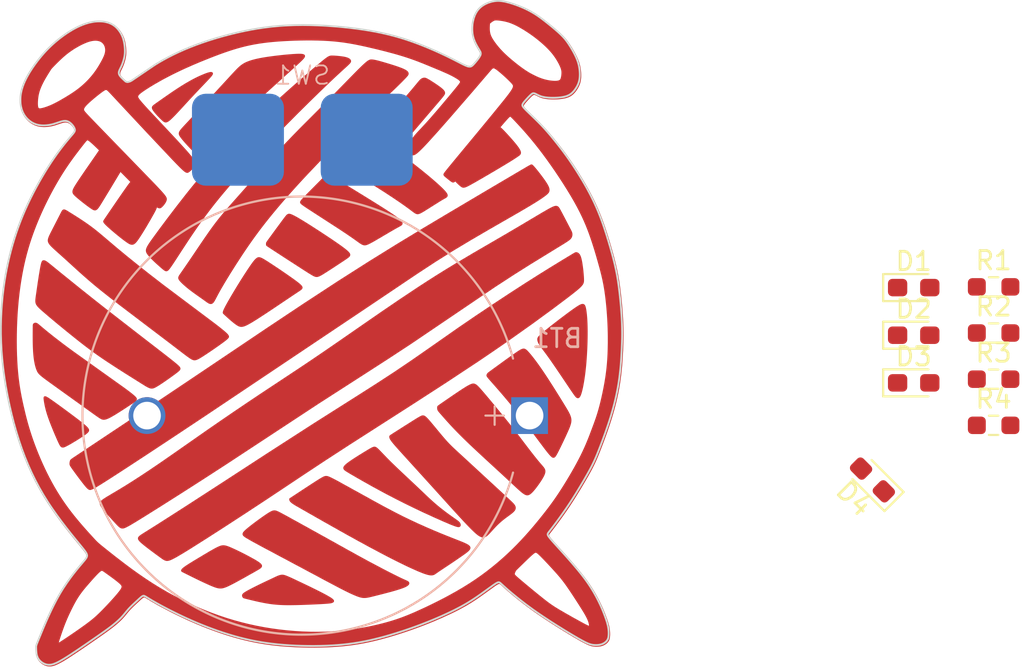
<source format=kicad_pcb>
(kicad_pcb (version 20241229) (generator "pcbnew") (generator_version "9.0")
  (layers (0 "F.Cu" signal) (2 "B.Cu" signal) (13 "F.Paste" user) (15 "B.Paste" user) (5 "F.SilkS" user "F.Silkscreen") (7 "B.SilkS" user "B.Silkscreen") (1 "F.Mask" user) (3 "B.Mask" user) (25 "Edge.Cuts" user))
  (net 0 "")
  (net 1 "+3V0")
  (net 2 "GND")
  (net 3 "Net-(D1-A)")
  (net 4 "Net-(D2-A)")
  (net 5 "Net-(D3-A)")
  (net 6 "Net-(D4-A)")
  (footprint "Resistor_SMD:R_0603_1608Metric_Pad0.98x0.95mm_HandSolder" (layer "F.Cu") (at 137.0875 94.53)
    (property "Reference" "R4" (at 0 -1.43 0) (layer "F.SilkS"))
    (property "Value" "TBD")
    (pad "1" smd roundrect (at -0.9125 0) (size 0.975 0.95) (layers "F.Cu" "F.Mask" "F.Paste") (net 1 "+3V0"))
    (pad "2" smd roundrect (at 0.9125 0) (size 0.975 0.95) (layers "F.Cu" "F.Mask" "F.Paste") (net 6 "Net-(D4-A)"))
  )
  (footprint "LED_SMD:LED_0603_1608Metric_Pad1.05x0.95mm_HandSolder" (layer "F.Cu") (at 130.5 97.5 135)
    (property "Reference" "D4" (at 0 -1.43 135) (layer "F.SilkS"))
    (property "Value" "LED")
    (pad "1" smd roundrect (at -0.874999 0 135) (size 1.05 0.95) (layers "F.Cu" "F.Mask" "F.Paste") (net 2 "GND"))
    (pad "2" smd roundrect (at 0.874999 0 135) (size 1.05 0.95) (layers "F.Cu" "F.Mask" "F.Paste") (net 6 "Net-(D4-A)"))
  )
  (footprint "Resistor_SMD:R_0603_1608Metric_Pad0.98x0.95mm_HandSolder" (layer "F.Cu") (at 137.0875 92.02)
    (property "Reference" "R3" (at 0 -1.43 0) (layer "F.SilkS"))
    (property "Value" "TBD")
    (pad "1" smd roundrect (at -0.9125 0) (size 0.975 0.95) (layers "F.Cu" "F.Mask" "F.Paste") (net 1 "+3V0"))
    (pad "2" smd roundrect (at 0.9125 0) (size 0.975 0.95) (layers "F.Cu" "F.Mask" "F.Paste") (net 5 "Net-(D3-A)"))
  )
  (footprint "LED_SMD:LED_0603_1608Metric_Pad1.05x0.95mm_HandSolder" (layer "F.Cu") (at 132.7425 87.04)
    (property "Reference" "D1" (at 0 -1.43 0) (layer "F.SilkS"))
    (property "Value" "LED")
    (pad "1" smd roundrect (at -0.875 0) (size 1.05 0.95) (layers "F.Cu" "F.Mask" "F.Paste") (net 2 "GND"))
    (pad "2" smd roundrect (at 0.875 0) (size 1.05 0.95) (layers "F.Cu" "F.Mask" "F.Paste") (net 3 "Net-(D1-A)"))
  )
  (footprint "Resistor_SMD:R_0603_1608Metric_Pad0.98x0.95mm_HandSolder" (layer "F.Cu") (at 137.0875 89.51)
    (property "Reference" "R2" (at 0 -1.43 0) (layer "F.SilkS"))
    (property "Value" "TBD")
    (pad "1" smd roundrect (at -0.9125 0) (size 0.975 0.95) (layers "F.Cu" "F.Mask" "F.Paste") (net 1 "+3V0"))
    (pad "2" smd roundrect (at 0.9125 0) (size 0.975 0.95) (layers "F.Cu" "F.Mask" "F.Paste") (net 4 "Net-(D2-A)"))
  )
  (footprint "LED_SMD:LED_0603_1608Metric_Pad1.05x0.95mm_HandSolder" (layer "F.Cu") (at 132.7425 92.22)
    (property "Reference" "D3" (at 0 -1.43 0) (layer "F.SilkS"))
    (property "Value" "LED")
    (pad "1" smd roundrect (at -0.875 0) (size 1.05 0.95) (layers "F.Cu" "F.Mask" "F.Paste") (net 2 "GND"))
    (pad "2" smd roundrect (at 0.875 0) (size 1.05 0.95) (layers "F.Cu" "F.Mask" "F.Paste") (net 5 "Net-(D3-A)"))
  )
  (footprint "LED_SMD:LED_0603_1608Metric_Pad1.05x0.95mm_HandSolder" (layer "F.Cu") (at 132.7425 89.63)
    (property "Reference" "D2" (at 0 -1.43 0) (layer "F.SilkS"))
    (property "Value" "LED")
    (pad "1" smd roundrect (at -0.875 0) (size 1.05 0.95) (layers "F.Cu" "F.Mask" "F.Paste") (net 2 "GND"))
    (pad "2" smd roundrect (at 0.875 0) (size 1.05 0.95) (layers "F.Cu" "F.Mask" "F.Paste") (net 4 "Net-(D2-A)"))
  )
  (footprint "Resistor_SMD:R_0603_1608Metric_Pad0.98x0.95mm_HandSolder" (layer "F.Cu") (at 137.0875 87)
    (property "Reference" "R1" (at 0 -1.43 0) (layer "F.SilkS"))
    (property "Value" "TBD")
    (pad "1" smd roundrect (at -0.9125 0) (size 0.975 0.95) (layers "F.Cu" "F.Mask" "F.Paste") (net 1 "+3V0"))
    (pad "2" smd roundrect (at 0.9125 0) (size 0.975 0.95) (layers "F.Cu" "F.Mask" "F.Paste") (net 3 "Net-(D1-A)"))
  )
  (footprint "Boris_Custom:brooch_SW_20mm" (layer "B.Cu") (at 99.5 79 180)
    (property "Reference" "SW1" (at 0 3.5 0) (layer "B.SilkS") (effects (font (thickness 0.1)) (justify mirror)))
    (property "Value" "SW_SPST")
    (pad "1" smd roundrect (at -3.5 0 180) (size 5 5) (layers "B.Cu" "B.Mask" "B.Paste") (roundrect_rratio 0.15))
    (pad "2" smd roundrect (at 3.5 0 180) (size 5 5) (layers "B.Cu" "B.Mask" "B.Paste") (roundrect_rratio 0.15))
  )
  (footprint "Battery:BatteryHolder_MYOUNG_BS-07-A1BJ001_CR2032" (layer "B.Cu") (at 111.857455 94 180)
    (property "Reference" "BT1" (at -1.5 4.2 0) (layer "B.SilkS") (effects (justify mirror)))
    (property "Value" "Battery_Cell")
    (pad "1" thru_hole rect (at 0 0) (size 2 2) (drill 1.5) (layers "*.Cu" "*.Mask") (net 1 "+3V0"))
    (pad "2" thru_hole circle (at 20.8 0) (size 2 2) (drill 1.5) (layers "*.Cu" "*.Mask") (net 2 "GND"))
  )
  (gr_poly (pts (xy 108.817996 92.306299) (xy 108.835562 92.308987) (xy 108.852373 92.313242) (xy 108.86878 92.318858) (xy 108.885135 92.325725) (xy 108.901795 92.334117) (xy 108.91912 92.344405) (xy 108.937468 92.35696) (xy 108.957199 92.372153) (xy 108.978671 92.390354) (xy 109.002244 92.411933) (xy 109.028276 92.437263) (xy 109.057127 92.466714) (xy 109.089156 92.500656) (xy 109.124722 92.539461) (xy 109.164184 92.583499) (xy 109.207901 92.633141) (xy 109.256232 92.688759) (xy 109.368173 92.819401) (xy 109.653571 93.157915) (xy 109.995125 93.568908) (xy 110.357941 94.011471) (xy 110.70712 94.444697) (xy 111.014817 94.835383) (xy 111.281386 95.181181) (xy 111.720783 95.759596) (xy 111.906942 96.001794) (xy 112.072699 96.2136) (xy 112.216551 96.393406) (xy 112.336995 96.539603) (xy 112.388081 96.599814) (xy 112.433422 96.652334) (xy 112.508801 96.738757) (xy 112.539807 96.774889) (xy 112.567001 96.807785) (xy 112.590866 96.838561) (xy 112.611886 96.86833) (xy 112.621456 96.883178) (xy 112.630354 96.898146) (xy 112.638496 96.913328) (xy 112.645801 96.92882) (xy 112.652186 96.944714) (xy 112.65757 96.961105) (xy 112.66187 96.978086) (xy 112.663588 96.986828) (xy 112.665004 96.995752) (xy 112.666108 97.004871) (xy 112.66689 97.014196) (xy 112.667339 97.02374) (xy 112.667445 97.033514) (xy 112.667198 97.043529) (xy 112.666588 97.053797) (xy 112.665604 97.064331) (xy 112.664236 97.075141) (xy 112.662474 97.08624) (xy 112.660307 97.09764) (xy 112.657726 97.109351) (xy 112.654719 97.121387) (xy 112.651277 97.133758) (xy 112.647389 97.146477) (xy 112.643046 97.159554) (xy 112.638236 97.173003) (xy 112.627206 97.201025) (xy 112.614375 97.230472) (xy 112.599845 97.261238) (xy 112.583722 97.293216) (xy 112.566109 97.326302) (xy 112.54711 97.360389) (xy 112.505371 97.431145) (xy 112.459338 97.504639) (xy 112.40984 97.580025) (xy 112.357712 97.656458) (xy 112.303785 97.733094) (xy 112.248838 97.809036) (xy 112.193434 97.883193) (xy 112.138085 97.954423) (xy 112.0833 98.021586) (xy 112.029588 98.083541) (xy 112.003294 98.112209) (xy 111.97746 98.139147) (xy 111.952149 98.164213) (xy 111.927425 98.187264) (xy 111.903353 98.208157) (xy 111.879995 98.22675) (xy 111.857372 98.242916) (xy 111.846294 98.25007) (xy 111.835338 98.256597) (xy 111.824481 98.262491) (xy 111.813699 98.267747) (xy 111.802968 98.27236) (xy 111.792265 98.276323) (xy 111.781565 98.279633) (xy 111.770844 98.282283) (xy 111.760079 98.284267) (xy 111.749246 98.285581) (xy 111.73832 98.286218) (xy 111.727278 98.286174) (xy 111.716096 98.285443) (xy 111.70475 98.28402) (xy 111.693216 98.281898) (xy 111.681471 98.279073) (xy 111.669489 98.275539) (xy 111.657248 98.271291) (xy 111.644724 98.266322) (xy 111.631891 98.260629) (xy 111.618728 98.254205) (xy 111.605209 98.247045) (xy 111.591311 98.239143) (xy 111.57701 98.230494) (xy 111.547103 98.210933) (xy 111.515296 98.188318) (xy 111.481399 98.162606) (xy 111.445202 98.133729) (xy 111.406427 98.101528) (xy 111.319953 98.026411) (xy 111.2196 97.935779) (xy 111.102993 97.828153) (xy 110.811511 97.556017) (xy 110.426498 97.198187) (xy 109.39551 96.250526) (xy 108.843027 95.736487) (xy 108.580603 95.48797) (xy 108.336177 95.25219) (xy 108.115042 95.033549) (xy 107.917289 94.83287) (xy 107.741711 94.65007) (xy 107.587099 94.485069) (xy 107.33594 94.20814) (xy 107.154148 94.001435) (xy 107.031538 93.861392) (xy 106.988629 93.811794) (xy 106.955854 93.772786) (xy 106.931616 93.742101) (xy 106.922199 93.72917) (xy 106.914318 93.717469) (xy 106.907772 93.706715) (xy 106.902362 93.696623) (xy 106.897888 93.686911) (xy 106.894151 93.677294) (xy 106.890976 93.667544) (xy 106.888301 93.657662) (xy 106.88609 93.647703) (xy 106.884305 93.637722) (xy 106.88291 93.627775) (xy 106.881868 93.617917) (xy 106.881141 93.608203) (xy 106.880693 93.598689) (xy 106.880485 93.580482) (xy 106.880946 93.563738) (xy 106.881781 93.5489) (xy 106.882694 93.536412) (xy 106.883183 93.531121) (xy 106.883539 93.528634) (xy 106.884039 93.526195) (xy 106.884737 93.523764) (xy 106.885176 93.522538) (xy 106.885685 93.521299) (xy 106.886269 93.520041) (xy 106.886936 93.518758) (xy 106.887692 93.517446) (xy 106.888543 93.516099) (xy 106.889497 93.514713) (xy 106.89056 93.513281) (xy 106.893037 93.510262) (xy 106.89603 93.507) (xy 106.899589 93.503453) (xy 106.903769 93.49958) (xy 106.908622 93.495339) (xy 106.914201 93.490688) (xy 106.920559 93.485585) (xy 106.927748 93.47999) (xy 106.935822 93.473859) (xy 106.944833 93.467151) (xy 106.954834 93.459825) (xy 106.965878 93.451839) (xy 106.978018 93.44315) (xy 107.005798 93.423501) (xy 107.038595 93.400543) (xy 107.076832 93.373942) (xy 107.171319 93.308478) (xy 107.171327 93.30847) (xy 107.749601 92.911166) (xy 108.076053 92.692057) (xy 108.226951 92.593315) (xy 108.361379 92.507849) (xy 108.420671 92.471387) (xy 108.474649 92.439174) (xy 108.523664 92.411005) (xy 108.568066 92.386673) (xy 108.608207 92.365971) (xy 108.644438 92.348694) (xy 108.677107 92.334635) (xy 108.706568 92.323587) (xy 108.733169 92.315345) (xy 108.757262 92.309701) (xy 108.779197 92.30645) (xy 108.799325 92.305385)) (stroke (width 0.1) (color 255 42 42 1)) (fill yes) (layer "F.Cu") (net 1))
  (gr_poly (pts (xy 88.638212 79.379938) (xy 88.639498 79.380117) (xy 88.640852 79.380418) (xy 88.642277 79.380845) (xy 88.643779 79.381402) (xy 88.645362 79.382092) (xy 88.64703 79.382918) (xy 88.648788 79.383884) (xy 88.650641 79.384993) (xy 88.652593 79.38625) (xy 88.654649 79.387657) (xy 88.65909 79.390936) (xy 88.664001 79.39486) (xy 88.669419 79.399457) (xy 88.675379 79.404754) (xy 88.681918 79.410779) (xy 88.689074 79.417561) (xy 88.696881 79.425128) (xy 88.705378 79.433507) (xy 88.7146 79.442728) (xy 88.735365 79.463805) (xy 88.75947 79.488583) (xy 88.818867 79.550141) (xy 88.818863 79.550141) (xy 89.178227 79.924109) (xy 89.374232 80.129669) (xy 89.535877 80.301508) (xy 89.56702 80.335375) (xy 89.593829 80.365792) (xy 89.605588 80.379963) (xy 89.616239 80.393579) (xy 89.625774 80.406742) (xy 89.634185 80.419555) (xy 89.641463 80.432119) (xy 89.6476 80.444537) (xy 89.652588 80.456911) (xy 89.656419 80.469345) (xy 89.659085 80.481939) (xy 89.660578 80.494797) (xy 89.660889 80.508021) (xy 89.66001 80.521712) (xy 89.657933 80.535975) (xy 89.65465 80.55091) (xy 89.650153 80.56662) (xy 89.644434 80.583208) (xy 89.637483 80.600776) (xy 89.629294 80.619425) (xy 89.619858 80.63926) (xy 89.609166 80.660381) (xy 89.597212 80.682891) (xy 89.583985 80.706893) (xy 89.553685 80.759781) (xy 89.518201 80.819864) (xy 89.477466 80.887959) (xy 89.015308 81.65665) (xy 88.542842 82.433068) (xy 88.460128 82.564874) (xy 88.424793 82.618592) (xy 88.392689 82.66456) (xy 88.36323 82.703059) (xy 88.335827 82.734369) (xy 88.322714 82.747415) (xy 88.309894 82.758769) (xy 88.297295 82.768465) (xy 88.284844 82.77654) (xy 88.272466 82.783027) (xy 88.260089 82.787962) (xy 88.247638 82.79138) (xy 88.235042 82.793315) (xy 88.222225 82.793804) (xy 88.209115 82.79288) (xy 88.195639 82.79058) (xy 88.181723 82.786937) (xy 88.167293 82.781987) (xy 88.152276 82.775765) (xy 88.120189 82.759646) (xy 88.084874 82.738858) (xy 88.045743 82.713683) (xy 87.955223 82.651524) (xy 87.851617 82.576559) (xy 87.739448 82.492415) (xy 87.62324 82.402714) (xy 87.507515 82.31108) (xy 87.396797 82.221137) (xy 87.295608 82.136509) (xy 87.208472 82.06082) (xy 87.171509 82.027269) (xy 87.139285 81.996162) (xy 87.124981 81.981308) (xy 87.111897 81.966804) (xy 87.100047 81.952562) (xy 87.089441 81.938497) (xy 87.080091 81.924521) (xy 87.072011 81.910546) (xy 87.065211 81.896487) (xy 87.059703 81.882255) (xy 87.0555 81.867764) (xy 87.052614 81.852926) (xy 87.051056 81.837656) (xy 87.050838 81.821865) (xy 87.051972 81.805466) (xy 87.054471 81.788373) (xy 87.058347 81.770499) (xy 87.06361 81.751756) (xy 87.070273 81.732058) (xy 87.078349 81.711317) (xy 87.087849 81.689446) (xy 87.098784 81.666359) (xy 87.111168 81.641968) (xy 87.125011 81.616186) (xy 87.140327 81.588927) (xy 87.157126 81.560103) (xy 87.195224 81.497412) (xy 87.239401 81.427417) (xy 87.345265 81.264982) (xy 87.469946 81.078468) (xy 87.752246 80.664881) (xy 88.283987 79.897193) (xy 88.450623 79.654533) (xy 88.548427 79.509051) (xy 88.597911 79.432508) (xy 88.619585 79.396662) (xy 88.623056 79.390861) (xy 88.624712 79.388323) (xy 88.626363 79.386063) (xy 88.628045 79.384111) (xy 88.62891 79.383259) (xy 88.629796 79.382494) (xy 88.630708 79.38182) (xy 88.631652 79.38124) (xy 88.63263 79.380758) (xy 88.633648 79.380377) (xy 88.634711 79.380101) (xy 88.635823 79.379934) (xy 88.636989 79.379879)) (stroke (width 0.1) (color 255 42 42 1)) (fill yes) (layer "F.Cu"))
  (gr_poly (pts (xy 98.798593 83.075319) (xy 98.817724 83.078485) (xy 98.840649 83.084231) (xy 98.868002 83.093018) (xy 98.900415 83.105311) (xy 98.938524 83.12157) (xy 98.98296 83.14226) (xy 99.034358 83.167842) (xy 99.093352 83.19878) (xy 99.236658 83.278573) (xy 99.417948 83.385339) (xy 99.639625 83.520976) (xy 99.893438 83.680169) (xy 100.453813 84.040753) (xy 101.011759 84.410145) (xy 101.262536 84.580349) (xy 101.479963 84.731402) (xy 101.573088 84.797732) (xy 101.655755 84.85787) (xy 101.728574 84.912189) (xy 101.761481 84.937284) (xy 101.792155 84.961065) (xy 101.820672 84.983578) (xy 101.847108 85.004872) (xy 101.87154 85.024992) (xy 101.894043 85.043986) (xy 101.914695 85.0619) (xy 101.933571 85.078781) (xy 101.950747 85.094677) (xy 101.966301 85.109633) (xy 101.980307 85.123697) (xy 101.992843 85.136916) (xy 102.003984 85.149337) (xy 102.013807 85.161005) (xy 102.022388 85.17197) (xy 102.029804 85.182276) (xy 102.03613 85.191971) (xy 102.041443 85.201102) (xy 102.045819 85.209716) (xy 102.049334 85.217859) (xy 102.052065 85.225579) (xy 102.054088 85.232922) (xy 102.055479 85.239936) (xy 102.056314 85.246666) (xy 102.05667 85.25316) (xy 102.056623 85.259466) (xy 102.055476 85.271671) (xy 102.052804 85.283537) (xy 102.04839 85.295291) (xy 102.042019 85.307162) (xy 102.033474 85.31938) (xy 102.02254 85.332173) (xy 102.009001 85.34577) (xy 101.99264 85.360401) (xy 101.973242 85.376294) (xy 101.950591 85.393679) (xy 101.894666 85.433837) (xy 101.823138 85.482708) (xy 101.734279 85.542124) (xy 101.238317 85.869425) (xy 100.96767 86.045642) (xy 100.730809 86.197337) (xy 100.635381 86.256958) (xy 100.593591 86.282473) (xy 100.555387 86.305294) (xy 100.520495 86.325547) (xy 100.488642 86.34336) (xy 100.459556 86.358859) (xy 100.432964 86.372172) (xy 100.408593 86.383426) (xy 100.38617 86.392747) (xy 100.365422 86.400263) (xy 100.346076 86.4061) (xy 100.32786 86.410386) (xy 100.3105 86.413247) (xy 100.293724 86.414812) (xy 100.277259 86.415205) (xy 100.260789 86.414484) (xy 100.243822 86.412428) (xy 100.225822 86.40875) (xy 100.206255 86.403159) (xy 100.184586 86.395367) (xy 100.160279 86.385082) (xy 100.1328 86.372017) (xy 100.101613 86.355882) (xy 100.025977 86.313242) (xy 99.929089 86.254846) (xy 99.806671 86.178379) (xy 99.654441 86.081525) (xy 98.803736 85.532005) (xy 97.985223 84.999489) (xy 97.985219 84.999485) (xy 97.851001 84.91203) (xy 97.796692 84.876572) (xy 97.75012 84.846072) (xy 97.710685 84.820113) (xy 97.693458 84.808707) (xy 97.677791 84.798279) (xy 97.66361 84.788779) (xy 97.650839 84.780154) (xy 97.639405 84.772352) (xy 97.629232 84.765321) (xy 97.620245 84.759009) (xy 97.612371 84.753364) (xy 97.605533 84.748333) (xy 97.599658 84.743865) (xy 97.594671 84.739908) (xy 97.592487 84.738105) (xy 97.590496 84.73641) (xy 97.588691 84.734816) (xy 97.58706 84.733318) (xy 97.585595 84.731908) (xy 97.584287 84.730581) (xy 97.583126 84.729329) (xy 97.582103 84.728146) (xy 97.581208 84.727026) (xy 97.580432 84.725962) (xy 97.579766 84.724947) (xy 97.579201 84.723976) (xy 97.578727 84.723041) (xy 97.578334 84.722136) (xy 97.578014 84.721255) (xy 97.577757 84.720391) (xy 97.577554 84.719537) (xy 97.577395 84.718688) (xy 97.577173 84.716975) (xy 97.577016 84.7152) (xy 97.575651 84.697445) (xy 97.574998 84.686712) (xy 97.574504 84.67521) (xy 97.574274 84.663291) (xy 97.574413 84.651305) (xy 97.574654 84.645396) (xy 97.575027 84.639603) (xy 97.575545 84.633969) (xy 97.576221 84.628538) (xy 97.578395 84.617936) (xy 97.580325 84.612132) (xy 97.583131 84.605529) (xy 97.59231 84.588529) (xy 97.60781 84.564144) (xy 97.63151 84.529586) (xy 97.665289 84.482063) (xy 97.770601 84.336965) (xy 98.123814 83.854574) (xy 98.4825 83.369138) (xy 98.515594 83.324933) (xy 98.545204 83.285656) (xy 98.571603 83.250997) (xy 98.595065 83.220645) (xy 98.615865 83.194289) (xy 98.634276 83.171618) (xy 98.650574 83.15232) (xy 98.658015 83.14384) (xy 98.665031 83.136087) (xy 98.671655 83.129021) (xy 98.677922 83.122605) (xy 98.683866 83.1168) (xy 98.689522 83.111566) (xy 98.694923 83.106864) (xy 98.700103 83.102657) (xy 98.705098 83.098904) (xy 98.709941 83.095568) (xy 98.714667 83.092608) (xy 98.719309 83.089988) (xy 98.723903 83.087666) (xy 98.728482 83.085606) (xy 98.733081 83.083767) (xy 98.737734 83.082111) (xy 98.747338 83.079193) (xy 98.769179 83.074874) (xy 98.782622 83.074269)) (stroke (width 0.1) (color 255 42 42 1)) (fill yes) (layer "F.Cu"))
  (gr_poly (pts (xy 114.749945 87.976591) (xy 114.762609 87.978098) (xy 114.77434 87.981073) (xy 114.785199 87.985501) (xy 114.795246 87.991366) (xy 114.804541 87.998652) (xy 114.813145 88.007344) (xy 114.821118 88.017426) (xy 114.828521 88.028882) (xy 114.835413 88.041696) (xy 114.841856 88.055853) (xy 114.84791 88.071337) (xy 114.853634 88.088133) (xy 114.859091 88.106223) (xy 114.869439 88.146228) (xy 114.888888 88.241136) (xy 114.906699 88.355277) (xy 114.922631 88.487914) (xy 114.936442 88.638309) (xy 114.947891 88.805724) (xy 114.956736 88.98942) (xy 114.962736 89.188661) (xy 114.96565 89.402708) (xy 114.965287 89.630404) (xy 114.961677 89.868916) (xy 114.954899 90.114998) (xy 114.945034 90.365401) (xy 114.932162 90.616878) (xy 114.916364 90.866181) (xy 114.89772 91.110062) (xy 114.87631 91.345274) (xy 114.852291 91.568925) (xy 114.826111 91.779555) (xy 114.798294 91.976063) (xy 114.769362 92.15735) (xy 114.73984 92.322316) (xy 114.71025 92.46986) (xy 114.681117 92.598881) (xy 114.652963 92.708281) (xy 114.646137 92.732444) (xy 114.639403 92.755341) (xy 114.632757 92.777003) (xy 114.626197 92.79746) (xy 114.61972 92.816741) (xy 114.613323 92.834876) (xy 114.607003 92.851897) (xy 114.600759 92.867832) (xy 114.594587 92.882711) (xy 114.588484 92.896566) (xy 114.582448 92.909425) (xy 114.576475 92.921318) (xy 114.570564 92.932276) (xy 114.564712 92.942329) (xy 114.558915 92.951506) (xy 114.553172 92.959838) (xy 114.547478 92.967354) (xy 114.541833 92.974085) (xy 114.536232 92.98006) (xy 114.530673 92.985311) (xy 114.525154 92.989865) (xy 114.519671 92.993755) (xy 114.514223 92.997009) (xy 114.508806 92.999657) (xy 114.503417 93.00173) (xy 114.498054 93.003258) (xy 114.492714 93.00427) (xy 114.487395 93.004797) (xy 114.482093 93.004868) (xy 114.476806 93.004514) (xy 114.471531 93.003765) (xy 114.466266 93.00265) (xy 114.455705 92.999339) (xy 114.444868 92.994306) (xy 114.43345 92.987173) (xy 114.421147 92.97756) (xy 114.407657 92.965088) (xy 114.392676 92.949377) (xy 114.375899 92.93005) (xy 114.357023 92.906726) (xy 114.31176 92.846571) (xy 114.254457 92.76588) (xy 114.182685 92.66162) (xy 114.094015 92.530756) (xy 113.592197 91.78383) (xy 113.308806 91.365427) (xy 113.048286 90.987931) (xy 112.936175 90.829637) (xy 112.837138 90.692511) (xy 112.750183 90.574203) (xy 112.674315 90.472365) (xy 112.551867 90.3087) (xy 112.5033 90.242175) (xy 112.461847 90.182723) (xy 112.443492 90.154959) (xy 112.426629 90.128331) (xy 112.411217 90.102793) (xy 112.397216 90.0783) (xy 112.384584 90.054807) (xy 112.37328 90.032268) (xy 112.363266 90.010639) (xy 112.354499 89.989874) (xy 112.346938 89.969927) (xy 112.340545 89.950754) (xy 112.335277 89.932309) (xy 112.331094 89.914547) (xy 112.327955 89.897422) (xy 112.32582 89.880889) (xy 112.324649 89.864903) (xy 112.324399 89.849419) (xy 112.325136 89.83433) (xy 112.32723 89.819287) (xy 112.331152 89.803878) (xy 112.337375 89.787693) (xy 112.346369 89.77032) (xy 112.358607 89.751348) (xy 112.374559 89.730366) (xy 112.394698 89.706962) (xy 112.419493 89.680727) (xy 112.449418 89.651249) (xy 112.484944 89.618116) (xy 112.526541 89.580918) (xy 112.629838 89.492681) (xy 112.76308 89.383249) (xy 113.118453 89.100785) (xy 113.542657 88.772903) (xy 113.969653 88.452107) (xy 114.163561 88.310775) (xy 114.333402 88.190904) (xy 114.333396 88.190896) (xy 114.406965 88.140904) (xy 114.472937 88.097792) (xy 114.503225 88.078777) (xy 114.531795 88.061435) (xy 114.558707 88.045751) (xy 114.584022 88.031707) (xy 114.6078 88.01929) (xy 114.630101 88.008483) (xy 114.650987 87.999269) (xy 114.670517 87.991635) (xy 114.688751 87.985563) (xy 114.705751 87.981039) (xy 114.721576 87.978046) (xy 114.736287 87.976568)) (stroke (width 0.1) (color 255 42 42 1)) (fill yes) (layer "F.Cu"))
  (gr_poly (pts (xy 97.168114 85.437471) (xy 97.192547 85.442819) (xy 97.219811 85.45143) (xy 97.250363 85.463503) (xy 97.284661 85.479241) (xy 97.323165 85.498844) (xy 97.36633 85.522514) (xy 97.414617 85.550453) (xy 97.468482 85.582861) (xy 97.59478 85.661892) (xy 97.920301 85.874021) (xy 98.301335 86.129636) (xy 98.682154 86.39105) (xy 99.007032 86.620574) (xy 99.073182 86.668694) (xy 99.132697 86.712702) (xy 99.185919 86.752833) (xy 99.233193 86.789325) (xy 99.274864 86.822415) (xy 99.311274 86.852338) (xy 99.342768 86.879332) (xy 99.369691 86.903632) (xy 99.381545 86.914847) (xy 99.392385 86.925476) (xy 99.402254 86.935551) (xy 99.411195 86.945101) (xy 99.419251 86.954154) (xy 99.426465 86.962742) (xy 99.43288 86.970893) (xy 99.43854 86.978636) (xy 99.443486 86.986003) (xy 99.447762 86.993021) (xy 99.451411 86.999721) (xy 99.454476 87.006132) (xy 99.457 87.012284) (xy 99.459026 87.018206) (xy 99.460597 87.023929) (xy 99.461756 87.02948) (xy 99.46294 87.040174) (xy 99.462588 87.050442) (xy 99.460638 87.060421) (xy 99.457031 87.070249) (xy 99.451706 87.080063) (xy 99.444602 87.090002) (xy 99.435659 87.100202) (xy 99.424817 87.110802) (xy 99.412016 87.121939) (xy 99.397194 87.13375) (xy 99.380292 87.146373) (xy 99.361249 87.159946) (xy 99.316498 87.19049) (xy 99.262459 87.226485) (xy 98.932305 87.446683) (xy 98.346156 87.840409) (xy 97.936591 88.115983) (xy 97.489556 88.413673) (xy 97.056479 88.695041) (xy 96.861247 88.817592) (xy 96.688792 88.921649) (xy 96.612885 88.965371) (xy 96.543706 89.003448) (xy 96.480681 89.036062) (xy 96.423237 89.063395) (xy 96.396429 89.075137) (xy 96.3708 89.085626) (xy 96.34628 89.094886) (xy 96.322796 89.102938) (xy 96.300277 89.109806) (xy 96.278651 89.115512) (xy 96.257846 89.120079) (xy 96.237791 89.123529) (xy 96.218413 89.125886) (xy 96.199642 89.12717) (xy 96.181405 89.127407) (xy 96.163631 89.126617) (xy 96.146248 89.124824) (xy 96.129184 89.12205) (xy 96.112368 89.118318) (xy 96.095727 89.113651) (xy 96.079191 89.108071) (xy 96.062686 89.101601) (xy 96.046143 89.094264) (xy 96.029488 89.086082) (xy 95.995558 89.067273) (xy 95.960323 89.045358) (xy 95.923356 89.020547) (xy 95.884828 88.993176) (xy 95.845054 88.96361) (xy 95.804353 88.932215) (xy 95.721436 88.865402) (xy 95.638612 88.795664) (xy 95.558419 88.725925) (xy 95.483394 88.659112) (xy 95.358995 88.545969) (xy 95.359 88.545969) (xy 95.31398 88.504707) (xy 95.295774 88.487906) (xy 95.280177 88.473363) (xy 95.266992 88.460853) (xy 95.261242 88.455291) (xy 95.256022 88.450153) (xy 95.251306 88.445412) (xy 95.24707 88.441041) (xy 95.243291 88.43701) (xy 95.239942 88.433292) (xy 95.237 88.429859) (xy 95.23444 88.426684) (xy 95.232238 88.423739) (xy 95.230369 88.420994) (xy 95.228808 88.418424) (xy 95.227531 88.415999) (xy 95.226513 88.413692) (xy 95.22573 88.411475) (xy 95.225157 88.40932) (xy 95.224771 88.407199) (xy 95.224545 88.405084) (xy 95.224456 88.402948) (xy 95.224479 88.400763) (xy 95.22459 88.398499) (xy 95.224976 88.393629) (xy 95.226192 88.3817) (xy 95.229112 88.365208) (xy 95.235227 88.342167) (xy 95.246027 88.310589) (xy 95.263 88.268488) (xy 95.287638 88.213877) (xy 95.32143 88.144769) (xy 95.365866 88.059178) (xy 95.488441 87.836937) (xy 95.646341 87.562942) (xy 95.826363 87.25931) (xy 96.015298 86.948159) (xy 96.20128 86.64914) (xy 96.377812 86.37203) (xy 96.53974 86.124127) (xy 96.681912 85.912732) (xy 96.744183 85.822782) (xy 96.773167 85.781775) (xy 96.800816 85.743341) (xy 96.827203 85.707423) (xy 96.852403 85.673967) (xy 96.876488 85.642917) (xy 96.899533 85.614218) (xy 96.921612 85.587813) (xy 96.942798 85.563649) (xy 96.963165 85.541669) (xy 96.982788 85.521818) (xy 97.001739 85.504041) (xy 97.020094 85.488283) (xy 97.037925 85.474487) (xy 97.055306 85.462599) (xy 97.072375 85.452606) (xy 97.089526 85.444666) (xy 97.107217 85.438982) (xy 97.125907 85.435753) (xy 97.146053 85.435183)) (stroke (width 0.1) (color 255 42 42 1)) (fill yes) (layer "F.Cu"))
  (gr_poly (pts (xy 113.3116 82.644239) (xy 113.325627 82.646226) (xy 113.338867 82.649542) (xy 113.351408 82.654176) (xy 113.363336 82.660113) (xy 113.374739 82.66734) (xy 113.385705 82.675844) (xy 113.396321 82.685612) (xy 113.406675 82.69663) (xy 113.416854 82.708884) (xy 113.426945 82.722362) (xy 113.437036 82.73705) (xy 113.447214 82.752935) (xy 113.468183 82.78824) (xy 113.49055 82.828171) (xy 113.597777 83.027382) (xy 113.721987 83.264265) (xy 113.95498 83.712544) (xy 114.034302 83.863415) (xy 114.063465 83.919574) (xy 114.075738 83.943806) (xy 114.086591 83.965844) (xy 114.096116 83.985964) (xy 114.104403 84.004444) (xy 114.111541 84.021563) (xy 114.117621 84.037597) (xy 114.122733 84.052825) (xy 114.126967 84.067523) (xy 114.130414 84.08197) (xy 114.133163 84.096444) (xy 114.135284 84.111168) (xy 114.136764 84.126164) (xy 114.13757 84.141396) (xy 114.137669 84.156832) (xy 114.137027 84.17244) (xy 114.135612 84.188184) (xy 114.133391 84.204033) (xy 114.130329 84.219953) (xy 114.126394 84.235911) (xy 114.121553 84.251874) (xy 114.115772 84.267808) (xy 114.109018 84.283681) (xy 114.101258 84.299459) (xy 114.092459 84.315109) (xy 114.082588 84.330597) (xy 114.071611 84.345891) (xy 114.045267 84.376475) (xy 114.008464 84.410152) (xy 113.955299 84.450929) (xy 113.879868 84.50281) (xy 113.776267 84.569801) (xy 113.638593 84.655907) (xy 113.237409 84.901486) (xy 111.876974 85.736698) (xy 110.975273 86.305782) (xy 109.973489 86.957025) (xy 105.397518 90.055729) (xy 104.162075 90.866245) (xy 102.908875 91.674326) (xy 100.387431 93.295357) (xy 95.359524 96.599781) (xy 94.081183 97.427559) (xy 92.861771 98.208256) (xy 91.783284 98.891764) (xy 90.927713 99.427977) (xy 90.605923 99.627125) (xy 90.470775 99.70987) (xy 90.351275 99.782291) (xy 90.246288 99.84506) (xy 90.154676 99.898847) (xy 90.075304 99.944325) (xy 90.007034 99.982165) (xy 89.94873 100.013038) (xy 89.899255 100.037616) (xy 89.857473 100.056571) (xy 89.839111 100.064149) (xy 89.822247 100.070573) (xy 89.806737 100.075927) (xy 89.792441 100.080295) (xy 89.779215 100.083761) (xy 89.766917 100.086408) (xy 89.755406 100.088321) (xy 89.74454 100.089583) (xy 89.724173 100.090493) (xy 89.704831 100.089681) (xy 89.686144 100.08719) (xy 89.667894 100.082933) (xy 89.649863 100.076825) (xy 89.631831 100.068781) (xy 89.613581 100.058716) (xy 89.594894 100.046543) (xy 89.575553 100.032178) (xy 89.555338 100.015535) (xy 89.534032 99.996529) (xy 89.511416 99.975074) (xy 89.487272 99.951086) (xy 89.433527 99.895164) (xy 89.371049 99.828081) (xy 89.218991 99.662533) (xy 89.047496 99.473144) (xy 88.879037 99.283451) (xy 88.802969 99.195845) (xy 88.736087 99.116989) (xy 88.706888 99.081672) (xy 88.680553 99.049106) (xy 88.656947 99.019116) (xy 88.635934 98.99153) (xy 88.617379 98.966174) (xy 88.601148 98.942876) (xy 88.587105 98.921461) (xy 88.575114 98.901758) (xy 88.56504 98.883591) (xy 88.556749 98.86679) (xy 88.550104 98.851179) (xy 88.544971 98.836586) (xy 88.541213 98.822838) (xy 88.538697 98.809761) (xy 88.537287 98.797182) (xy 88.536847 98.784928) (xy 88.537296 98.772835) (xy 88.53877 98.760777) (xy 88.541459 98.748639) (xy 88.545553 98.736305) (xy 88.551241 98.723657) (xy 88.558713 98.71058) (xy 88.56816 98.696957) (xy 88.57977 98.682672) (xy 88.593735 98.66761) (xy 88.610243 98.651652) (xy 88.629484 98.634684) (xy 88.651649 98.61659) (xy 88.676927 98.597251) (xy 88.705508 98.576554) (xy 88.737582 98.554381) (xy 88.773339 98.530615) (xy 88.856335 98.477944) (xy 88.954403 98.418115) (xy 89.194083 98.275699) (xy 89.489041 98.100783) (xy 89.835935 97.890787) (xy 90.232233 97.643208) (xy 90.678641 97.355844) (xy 91.176681 97.026567) (xy 91.727874 96.65325) (xy 92.331801 96.235865) (xy 92.980301 95.782754) (xy 94.370679 94.811098) (xy 95.092664 94.312621) (xy 95.820591 93.815296) (xy 96.546109 93.324684) (xy 97.260866 92.846344) (xy 98.643156 91.932088) (xy 99.319443 91.484394) (xy 99.993208 91.033745) (xy 100.67269 90.572249) (xy 101.376972 90.088096) (xy 102.947151 89.000698) (xy 103.848799 88.378181) (xy 104.815406 87.719589) (xy 105.821744 87.049829) (xy 106.33193 86.718544) (xy 106.842588 86.393808) (xy 107.350635 86.078261) (xy 107.853284 85.772649) (xy 108.831544 85.1923) (xy 110.604022 84.162602) (xy 111.356478 83.719372) (xy 111.999419 83.336503) (xy 112.520839 83.027105) (xy 112.732225 82.904055) (xy 112.908727 82.80429) (xy 112.908727 82.804291) (xy 112.908727 82.804292) (xy 112.908727 82.804293) (xy 112.908728 82.804294) (xy 112.908728 82.804295) (xy 112.908728 82.804296) (xy 112.908729 82.804299) (xy 112.90873 82.804301) (xy 112.90873 82.804303) (xy 112.908731 82.804304) (xy 112.908731 82.804305) (xy 112.908731 82.804306) (xy 112.983579 82.763613) (xy 113.050031 82.729043) (xy 113.080327 82.714022) (xy 113.108787 82.700491) (xy 113.135497 82.688438) (xy 113.160545 82.677849) (xy 113.184019 82.66871) (xy 113.206005 82.661009) (xy 113.226593 82.654732) (xy 113.245868 82.649866) (xy 113.263919 82.646397) (xy 113.280833 82.644312) (xy 113.296697 82.643597)) (stroke (width 0.1) (color 255 42 42 1)) (fill yes) (layer "F.Cu"))
  (gr_poly (pts (xy 97.997152 99.203062) (xy 98.015139 99.204895) (xy 98.033383 99.207798) (xy 98.052418 99.211961) (xy 98.072823 99.217651) (xy 98.095174 99.225135) (xy 98.120048 99.234679) (xy 98.148023 99.24655) (xy 98.179675 99.261016) (xy 98.215583 99.278342) (xy 98.256322 99.298795) (xy 98.302471 99.322643) (xy 98.413306 99.381589) (xy 98.552704 99.457314) (xy 98.725283 99.551951) (xy 99.71561 100.098301) (xy 100.861421 100.733984) (xy 101.814378 101.265729) (xy 102.62989 101.716725) (xy 103.029539 101.933382) (xy 103.420917 102.142521) (xy 103.791035 102.337486) (xy 104.126903 102.511622) (xy 104.41783 102.659558) (xy 104.662368 102.781075) (xy 104.861377 102.877251) (xy 105.015718 102.94916) (xy 105.127214 102.999164) (xy 105.168613 103.018219) (xy 105.201555 103.034777) (xy 105.215115 103.042464) (xy 105.226874 103.04994) (xy 105.236934 103.057341) (xy 105.2454 103.064807) (xy 105.252377 103.072474) (xy 105.257967 103.080481) (xy 105.262276 103.088964) (xy 105.265407 103.098061) (xy 105.266554 103.10288) (xy 105.267385 103.107889) (xy 105.267849 103.113089) (xy 105.267898 103.118482) (xy 105.267485 103.124069) (xy 105.266559 103.129853) (xy 105.265073 103.135835) (xy 105.262978 103.142016) (xy 105.260225 103.148399) (xy 105.256765 103.154985) (xy 105.25255 103.161775) (xy 105.247532 103.168772) (xy 105.241661 103.175976) (xy 105.234889 103.183391) (xy 105.227167 103.191017) (xy 105.218447 103.198855) (xy 105.20868 103.206909) (xy 105.197817 103.215179) (xy 105.18581 103.223667) (xy 105.17261 103.232375) (xy 105.158169 103.241305) (xy 105.142437 103.250457) (xy 105.125367 103.259835) (xy 105.106909 103.269439) (xy 105.087015 103.279271) (xy 105.065636 103.289333) (xy 105.042724 103.299626) (xy 105.01823 103.310153) (xy 104.992105 103.320915) (xy 104.9643 103.331913) (xy 104.934768 103.34315) (xy 104.903459 103.354626) (xy 104.76114 103.402732) (xy 104.59646 103.453415) (xy 104.416265 103.505387) (xy 104.227399 103.557358) (xy 103.851037 103.656146) (xy 103.522134 103.73947) (xy 103.281692 103.79946) (xy 103.191115 103.821133) (xy 103.115666 103.837974) (xy 103.051867 103.85052) (xy 102.996243 103.859307) (xy 102.945316 103.864874) (xy 102.89561 103.867756) (xy 102.870113 103.868293) (xy 102.843522 103.86797) (xy 102.815307 103.866466) (xy 102.784937 103.863458) (xy 102.751883 103.858625) (xy 102.715615 103.851644) (xy 102.675601 103.842194) (xy 102.631312 103.829952) (xy 102.582218 103.814595) (xy 102.527789 103.795803) (xy 102.467493 103.773253) (xy 102.400802 103.746622) (xy 102.327185 103.715589) (xy 102.246111 103.679831) (xy 102.157051 103.639027) (xy 102.059474 103.592854) (xy 101.838326 103.48414) (xy 101.586804 103.356259) (xy 101.015887 103.057388) (xy 99.765274 102.387913) (xy 97.673808 101.273463) (xy 97.28146 101.063802) (xy 96.948925 100.883888) (xy 96.680174 100.734684) (xy 96.479179 100.617155) (xy 96.439992 100.592772) (xy 96.405407 100.57006) (xy 96.375544 100.54865) (xy 96.36242 100.538317) (xy 96.350521 100.528173) (xy 96.339862 100.518169) (xy 96.330458 100.508259) (xy 96.322323 100.498399) (xy 96.315473 100.488541) (xy 96.309922 100.478639) (xy 96.305686 100.468648) (xy 96.302779 100.458521) (xy 96.301216 100.448212) (xy 96.301012 100.437674) (xy 96.302182 100.426862) (xy 96.304741 100.41573) (xy 96.308704 100.404231) (xy 96.314085 100.39232) (xy 96.320899 100.379949) (xy 96.329162 100.367074) (xy 96.338888 100.353647) (xy 96.350092 100.339623) (xy 96.36279 100.324956) (xy 96.376995 100.309599) (xy 96.392723 100.293506) (xy 96.428807 100.258928) (xy 96.47116 100.220854) (xy 96.574046 100.133896) (xy 96.696784 100.035448) (xy 96.833668 99.929482) (xy 96.978995 99.819972) (xy 97.12706 99.710892) (xy 97.272159 99.606214) (xy 97.408588 99.509911) (xy 97.530641 99.425957) (xy 97.634001 99.357406) (xy 97.678969 99.328769) (xy 97.719898 99.303634) (xy 97.757116 99.281807) (xy 97.79095 99.263095) (xy 97.821727 99.247307) (xy 97.849774 99.234248) (xy 97.875418 99.223726) (xy 97.898987 99.215548) (xy 97.920808 99.209521) (xy 97.941207 99.205452) (xy 97.960513 99.203148) (xy 97.979052 99.202415)) (stroke (width 0.1) (color 255 42 42 1)) (fill yes) (layer "F.Cu"))
  (gr_poly (pts (xy 110.150468 78.323439) (xy 110.161275 78.324124) (xy 110.171961 78.325486) (xy 110.182779 78.327772) (xy 110.193984 78.331231) (xy 110.20583 78.336109) (xy 110.21857 78.342654) (xy 110.23246 78.351114) (xy 110.247754 78.361735) (xy 110.264705 78.374766) (xy 110.283568 78.390454) (xy 110.304597 78.409046) (xy 110.328047 78.43079) (xy 110.35417 78.455933) (xy 110.383222 78.484722) (xy 110.451129 78.554231) (xy 110.532796 78.640289) (xy 110.625234 78.739844) (xy 110.72445 78.848834) (xy 110.826452 78.9632) (xy 110.927246 79.078881) (xy 111.022839 79.191818) (xy 111.109238 79.297951) (xy 111.182451 79.393218) (xy 111.198242 79.414876) (xy 111.212991 79.435625) (xy 111.226731 79.455488) (xy 111.239493 79.474489) (xy 111.251309 79.492651) (xy 111.262212 79.509999) (xy 111.272233 79.526555) (xy 111.281405 79.542343) (xy 111.28976 79.557387) (xy 111.29733 79.571711) (xy 111.304147 79.585338) (xy 111.310243 79.598291) (xy 111.31565 79.610595) (xy 111.320401 79.622273) (xy 111.324527 79.633348) (xy 111.32806 79.643844) (xy 111.331033 79.653785) (xy 111.333478 79.663194) (xy 111.335426 79.672094) (xy 111.336911 79.680511) (xy 111.337963 79.688466) (xy 111.338616 79.695984) (xy 111.338901 79.703088) (xy 111.33885 79.709802) (xy 111.338495 79.716149) (xy 111.337869 79.722153) (xy 111.337004 79.727838) (xy 111.335931 79.733227) (xy 111.333292 79.743212) (xy 111.330209 79.752297) (xy 111.326883 79.760656) (xy 111.323304 79.768405) (xy 111.319405 79.775643) (xy 111.315122 79.782473) (xy 111.31039 79.788993) (xy 111.305142 79.795305) (xy 111.299313 79.80151) (xy 111.292839 79.807708) (xy 111.285653 79.814) (xy 111.277691 79.820487) (xy 111.268886 79.827268) (xy 111.259174 79.834446) (xy 111.236765 79.850392) (xy 111.209941 79.86913) (xy 111.137006 79.919616) (xy 111.016447 79.999415) (xy 110.820399 80.123456) (xy 110.520997 80.306664) (xy 110.106532 80.554666) (xy 109.629896 80.835899) (xy 109.160131 81.10951) (xy 108.766279 81.334641) (xy 108.68748 81.378703) (xy 108.617096 81.417397) (xy 108.554478 81.450935) (xy 108.498979 81.479535) (xy 108.473698 81.492049) (xy 108.449954 81.503409) (xy 108.427667 81.513642) (xy 108.406756 81.522774) (xy 108.387139 81.530832) (xy 108.368737 81.537843) (xy 108.351468 81.543834) (xy 108.335251 81.548832) (xy 108.320005 81.552863) (xy 108.30565 81.555955) (xy 108.292105 81.558134) (xy 108.279289 81.559427) (xy 108.267121 81.559861) (xy 108.25552 81.559463) (xy 108.244405 81.55826) (xy 108.233696 81.556278) (xy 108.223312 81.553544) (xy 108.213171 81.550086) (xy 108.203194 81.545929) (xy 108.193299 81.541102) (xy 108.183404 81.53563) (xy 108.173431 81.529541) (xy 108.152921 81.515618) (xy 108.131262 81.49955) (xy 108.10851 81.481571) (xy 108.084861 81.461915) (xy 108.06051 81.44082) (xy 108.010482 81.395249) (xy 107.959992 81.346746) (xy 107.910603 81.297196) (xy 107.863878 81.248484) (xy 107.821381 81.202498) (xy 107.784677 81.161121) (xy 107.784686 81.161121) (xy 107.768952 81.142692) (xy 107.754992 81.125766) (xy 107.742743 81.110223) (xy 107.732142 81.095942) (xy 107.727439 81.089237) (xy 107.723125 81.082802) (xy 107.71919 81.076622) (xy 107.715627 81.070682) (xy 107.712429 81.064967) (xy 107.709586 81.059461) (xy 107.707092 81.05415) (xy 107.704937 81.049019) (xy 107.703115 81.044052) (xy 107.701618 81.039234) (xy 107.700436 81.034551) (xy 107.699563 81.029987) (xy 107.69899 81.025527) (xy 107.69871 81.021155) (xy 107.698714 81.016858) (xy 107.698994 81.012619) (xy 107.699543 81.008424) (xy 107.700353 81.004257) (xy 107.701415 81.000104) (xy 107.702721 80.995949) (xy 107.704265 80.991777) (xy 107.706037 80.987574) (xy 107.70803 80.983323) (xy 107.710235 80.97901) (xy 107.72166 80.960279) (xy 107.739682 80.936012) (xy 107.767624 80.901906) (xy 107.808806 80.853661) (xy 108.172391 80.433235) (xy 108.899492 79.586088) (xy 109.294637 79.131965) (xy 109.474296 78.92935) (xy 109.632179 78.755257) (xy 109.700874 78.681482) (xy 109.732623 78.647953) (xy 109.762712 78.616568) (xy 109.791195 78.587257) (xy 109.818126 78.559951) (xy 109.843559 78.534578) (xy 109.867548 78.51107) (xy 109.890146 78.489355) (xy 109.911409 78.469363) (xy 109.93139 78.451025) (xy 109.950142 78.434269) (xy 109.96772 78.419027) (xy 109.984179 78.405226) (xy 109.999571 78.392798) (xy 110.013951 78.381672) (xy 110.027373 78.371778) (xy 110.039892 78.363046) (xy 110.05156 78.355405) (xy 110.062432 78.348785) (xy 110.072562 78.343116) (xy 110.082004 78.338327) (xy 110.090813 78.33435) (xy 110.099041 78.331113) (xy 110.106743 78.328545) (xy 110.113973 78.326578) (xy 110.120786 78.32514) (xy 110.127234 78.324162) (xy 110.133372 78.323573) (xy 110.139255 78.323303)) (stroke (width 0.1) (color 255 42 42 1)) (fill yes) (layer "F.Cu"))
  (gr_poly (pts (xy 103.429127 95.739849) (xy 103.439715 95.740777) (xy 103.450106 95.742546) (xy 103.460363 95.745156) (xy 103.470547 95.748602) (xy 103.48072 95.752884) (xy 103.490943 95.757997) (xy 103.501278 95.763941) (xy 103.52253 95.778306) (xy 103.54497 95.795961) (xy 103.569091 95.816883) (xy 103.569097 95.816861) (xy 103.595326 95.841029) (xy 103.623824 95.868417) (xy 103.688001 95.932738) (xy 103.847711 96.098765) (xy 104.05424 96.313114) (xy 104.176941 96.437839) (xy 104.3136 96.57396) (xy 104.62654 96.876431) (xy 104.972766 97.20349) (xy 105.662855 97.851061) (xy 106.230249 98.391395) (xy 106.356762 98.510236) (xy 106.480282 98.624193) (xy 106.602379 98.73407) (xy 106.724624 98.840674) (xy 106.848056 98.944537) (xy 106.971581 99.045124) (xy 107.093575 99.141631) (xy 107.212414 99.233253) (xy 107.326475 99.319183) (xy 107.434133 99.398618) (xy 107.623746 99.534777) (xy 107.881027 99.714746) (xy 107.923502 99.746215) (xy 107.95893 99.77461) (xy 107.974266 99.78802) (xy 107.988158 99.8011) (xy 108.00071 99.813996) (xy 108.012029 99.826853) (xy 108.022204 99.839781) (xy 108.031254 99.852749) (xy 108.039184 99.865691) (xy 108.045996 99.878539) (xy 108.051695 99.891225) (xy 108.056283 99.903684) (xy 108.059763 99.915847) (xy 108.062139 99.927648) (xy 108.063415 99.939019) (xy 108.063594 99.949894) (xy 108.063272 99.955124) (xy 108.062678 99.960205) (xy 108.061811 99.965128) (xy 108.060672 99.969885) (xy 108.059261 99.974468) (xy 108.057579 99.978867) (xy 108.055625 99.983076) (xy 108.053401 99.987084) (xy 108.050907 99.990885) (xy 108.048144 99.994469) (xy 108.04511 99.997828) (xy 108.041808 100.000954) (xy 108.038229 100.003836) (xy 108.034327 100.006454) (xy 108.03005 100.008784) (xy 108.025343 100.010805) (xy 108.020153 100.012492) (xy 108.014426 100.013823) (xy 108.008108 100.014776) (xy 108.001146 100.015327) (xy 107.993486 100.015453) (xy 107.985075 100.015132) (xy 107.975858 100.014341) (xy 107.965782 100.013057) (xy 107.954793 100.011257) (xy 107.942838 100.008918) (xy 107.929863 100.006017) (xy 107.915814 100.002532) (xy 107.900637 99.99844) (xy 107.884279 99.993717) (xy 107.866687 99.988341) (xy 107.847805 99.982289) (xy 107.805963 99.968066) (xy 107.758321 99.950864) (xy 107.704452 99.930501) (xy 107.643925 99.906793) (xy 107.576311 99.879559) (xy 107.50118 99.848614) (xy 107.127623 99.688671) (xy 106.663764 99.482236) (xy 106.146429 99.245089) (xy 105.612447 98.993014) (xy 105.092333 98.739203) (xy 104.591337 98.486467) (xy 104.108381 98.23502) (xy 103.642387 97.985073) (xy 103.195903 97.739047) (xy 102.785931 97.508164) (xy 102.433084 97.305848) (xy 102.157977 97.145518) (xy 102.055122 97.084687) (xy 101.974037 97.035775) (xy 101.911905 96.996849) (xy 101.865907 96.965978) (xy 101.848077 96.952958) (xy 101.833223 96.941227) (xy 101.820994 96.930543) (xy 101.811036 96.920664) (xy 101.802998 96.91135) (xy 101.796526 96.902357) (xy 101.79127 96.893446) (xy 101.786876 96.884373) (xy 101.783113 96.87491) (xy 101.781533 96.869976) (xy 101.780214 96.864881) (xy 101.779201 96.859604) (xy 101.778537 96.854124) (xy 101.778268 96.848422) (xy 101.778437 96.842476) (xy 101.77909 96.836268) (xy 101.78027 96.829775) (xy 101.782022 96.822979) (xy 101.78439 96.815858) (xy 101.78742 96.808392) (xy 101.791155 96.800561) (xy 101.79564 96.792344) (xy 101.800919 96.783722) (xy 101.807037 96.774674) (xy 101.814038 96.765179) (xy 101.821968 96.755217) (xy 101.830869 96.744768) (xy 101.840787 96.733812) (xy 101.851766 96.722328) (xy 101.863851 96.710295) (xy 101.877086 96.697694) (xy 101.891516 96.684504) (xy 101.907184 96.670705) (xy 101.924136 96.656276) (xy 101.942416 96.641197) (xy 101.962069 96.625448) (xy 101.983138 96.609008) (xy 102.005668 96.591857) (xy 102.029704 96.573975) (xy 102.140333 96.49549) (xy 102.269806 96.408268) (xy 102.412164 96.315598) (xy 102.561448 96.220767) (xy 102.856954 96.037778) (xy 103.108652 95.885605) (xy 103.204823 95.828721) (xy 103.245565 95.805584) (xy 103.282069 95.785957) (xy 103.314828 95.76982) (xy 103.344336 95.757152) (xy 103.371085 95.747934) (xy 103.383579 95.744612) (xy 103.395569 95.742146) (xy 103.407116 95.740531) (xy 103.418281 95.739766)) (stroke (width 0.1) (color 255 42 42 1)) (fill yes) (layer "F.Cu"))
  (gr_poly (pts (xy 106.145639 75.675321) (xy 106.15518 75.675741) (xy 106.164814 75.67664) (xy 106.174726 75.678124) (xy 106.185103 75.680295) (xy 106.196131 75.683258) (xy 106.207996 75.687118) (xy 106.220884 75.691977) (xy 106.234982 75.697941) (xy 106.250476 75.705112) (xy 106.267552 75.713596) (xy 106.307195 75.734915) (xy 106.355402 75.762731) (xy 106.413661 75.797875) (xy 106.560248 75.889988) (xy 106.64324 75.943822) (xy 106.728634 76.000462) (xy 106.813384 76.058122) (xy 106.894444 76.115018) (xy 106.968767 76.169363) (xy 107.033306 76.219373) (xy 107.061047 76.242244) (xy 107.085757 76.263662) (xy 107.09703 76.273849) (xy 107.107611 76.283702) (xy 107.117522 76.293229) (xy 107.126785 76.302441) (xy 107.135422 76.311346) (xy 107.143456 76.319955) (xy 107.150907 76.328276) (xy 107.157799 76.33632) (xy 107.164153 76.344096) (xy 107.169991 76.351614) (xy 107.175336 76.358882) (xy 107.180209 76.365911) (xy 107.184632 76.37271) (xy 107.188627 76.379289) (xy 107.192217 76.385657) (xy 107.195423 76.391824) (xy 107.198267 76.397799) (xy 107.200772 76.403592) (xy 107.20296 76.409213) (xy 107.204852 76.41467) (xy 107.207837 76.425134) (xy 107.209904 76.43506) (xy 107.21123 76.444525) (xy 107.21199 76.453605) (xy 107.212299 76.462406) (xy 107.212024 76.471158) (xy 107.210969 76.480119) (xy 107.208938 76.489549) (xy 107.205736 76.499707) (xy 107.201168 76.510853) (xy 107.195037 76.523245) (xy 107.187149 76.537143) (xy 107.177308 76.552806) (xy 107.165318 76.570493) (xy 107.150985 76.590464) (xy 107.134112 76.612978) (xy 107.091967 76.666671) (xy 107.037319 76.733646) (xy 106.888464 76.91077) (xy 106.696067 77.136105) (xy 106.231542 77.678586) (xy 105.748191 78.247196) (xy 105.535241 78.495932) (xy 105.361053 78.695114) (xy 105.325212 78.734983) (xy 105.292499 78.770769) (xy 105.262699 78.802697) (xy 105.235597 78.830994) (xy 105.210978 78.855884) (xy 105.188627 78.877594) (xy 105.16833 78.89635) (xy 105.149871 78.912377) (xy 105.133037 78.9259) (xy 105.125162 78.931794) (xy 105.117613 78.937146) (xy 105.110361 78.941985) (xy 105.103382 78.94634) (xy 105.096648 78.950238) (xy 105.090132 78.953708) (xy 105.083807 78.956778) (xy 105.077646 78.959476) (xy 105.071623 78.961831) (xy 105.065711 78.963869) (xy 105.054111 78.967114) (xy 105.042632 78.969435) (xy 105.031061 78.971003) (xy 105.019185 78.971778) (xy 105.006796 78.971666) (xy 104.993685 78.970571) (xy 104.97964 78.968399) (xy 104.964453 78.965055) (xy 104.947913 78.960445) (xy 104.929811 78.954473) (xy 104.909938 78.947045) (xy 104.888083 78.938065) (xy 104.864037 78.92744) (xy 104.83759 78.915074) (xy 104.776655 78.884741) (xy 104.703599 78.846308) (xy 104.521466 78.745889) (xy 104.313024 78.626679) (xy 104.107159 78.505322) (xy 104.014219 78.44904) (xy 103.932756 78.398463) (xy 103.932758 78.398464) (xy 103.932759 78.398465) (xy 103.93276 78.398466) (xy 103.932761 78.398467) (xy 103.932762 78.398467) (xy 103.932762 78.398468) (xy 103.932763 78.398468) (xy 103.932763 78.398469) (xy 103.932764 78.398469) (xy 103.932764 78.39847) (xy 103.932765 78.398471) (xy 103.897359 78.375908) (xy 103.865534 78.355168) (xy 103.837102 78.336129) (xy 103.811873 78.31867) (xy 103.789657 78.302667) (xy 103.770265 78.287997) (xy 103.761569 78.281124) (xy 103.753507 78.274539) (xy 103.746057 78.268226) (xy 103.739194 78.26217) (xy 103.732895 78.256356) (xy 103.727136 78.250767) (xy 103.721893 78.24539) (xy 103.717143 78.240209) (xy 103.712862 78.235208) (xy 103.709026 78.230371) (xy 103.705612 78.225685) (xy 103.702595 78.221133) (xy 103.699953 78.2167) (xy 103.697661 78.212371) (xy 103.695696 78.208131) (xy 103.694034 78.203964) (xy 103.692651 78.199854) (xy 103.691524 78.195787) (xy 103.690629 78.191748) (xy 103.689943 78.18772) (xy 103.689129 78.179657) (xy 103.689043 78.171563) (xy 103.689675 78.16342) (xy 103.691016 78.15521) (xy 103.693055 78.146917) (xy 103.695781 78.138522) (xy 103.699186 78.130008) (xy 103.703258 78.121357) (xy 103.707988 78.112552) (xy 103.713365 78.103575) (xy 103.71938 78.094409) (xy 103.726023 78.085035) (xy 103.733282 78.075437) (xy 103.741149 78.065596) (xy 103.749613 78.055496) (xy 103.758664 78.045117) (xy 103.778551 78.023431) (xy 103.801043 78.000261) (xy 103.826433 77.975306) (xy 103.855019 77.948263) (xy 103.887094 77.918832) (xy 103.922954 77.886708) (xy 104.007211 77.813179) (xy 104.109624 77.725263) (xy 104.229915 77.620543) (xy 104.296513 77.561125) (xy 104.367279 77.4966) (xy 104.442112 77.426665) (xy 104.520912 77.351018) (xy 104.603455 77.269568) (xy 104.689032 77.18305) (xy 104.77681 77.092412) (xy 104.865957 76.9986) (xy 104.955642 76.90256) (xy 105.045031 76.805237) (xy 105.219596 76.610531) (xy 105.303158 76.515029) (xy 105.383404 76.421971) (xy 105.531855 76.246727) (xy 105.765941 75.964532) (xy 105.808563 75.91309) (xy 105.845117 75.869454) (xy 105.876518 75.832784) (xy 105.89057 75.8168) (xy 105.903676 75.802242) (xy 105.91595 75.789007) (xy 105.927506 75.776989) (xy 105.938458 75.766084) (xy 105.94892 75.756186) (xy 105.959006 75.74719) (xy 105.968831 75.738993) (xy 105.978508 75.731488) (xy 105.988151 75.724571) (xy 105.997853 75.718153) (xy 106.007624 75.712214) (xy 106.017455 75.706746) (xy 106.027333 75.701742) (xy 106.037248 75.697196) (xy 106.047189 75.6931) (xy 106.057146 75.689447) (xy 106.067107 75.68623) (xy 106.077061 75.683441) (xy 106.086997 75.681074) (xy 106.096905 75.679121) (xy 106.106774 75.677575) (xy 106.116593 75.67643) (xy 106.126351 75.675677) (xy 106.136036 75.67531)) (stroke (width 0.1) (color 255 42 42 1)) (fill yes) (layer "F.Cu"))
  (gr_poly (pts (xy 86.548058 82.839838) (xy 86.558075 82.840976) (xy 86.568778 82.843209) (xy 86.580236 82.846533) (xy 86.592522 82.850946) (xy 86.605707 82.856441) (xy 86.635059 82.870668) (xy 86.668861 82.889181) (xy 86.707684 82.911947) (xy 86.80267 82.970115) (xy 87.051242 83.12451) (xy 87.349912 83.314834) (xy 87.510393 83.420307) (xy 87.674231 83.530966) (xy 87.838369 83.645547) (xy 87.999751 83.762783) (xy 88.156442 83.881952) (xy 88.310998 84.004498) (xy 88.467098 84.132407) (xy 88.628424 84.267668) (xy 89.399572 84.921975) (xy 89.905795 85.340683) (xy 90.497705 85.819091) (xy 91.166499 86.347754) (xy 91.903376 86.917225) (xy 94.732467 89.041911) (xy 94.842876 89.126777) (xy 94.940955 89.203046) (xy 95.027474 89.271248) (xy 95.103202 89.331913) (xy 95.16891 89.385571) (xy 95.225368 89.432753) (xy 95.273347 89.473988) (xy 95.313615 89.509808) (xy 95.346944 89.540742) (xy 95.374104 89.567319) (xy 95.395864 89.590072) (xy 95.404961 89.600179) (xy 95.412996 89.609529) (xy 95.426268 89.626221) (xy 95.436452 89.640677) (xy 95.444316 89.653429) (xy 95.450632 89.665007) (xy 95.45598 89.675903) (xy 95.460176 89.686464) (xy 95.462848 89.696997) (xy 95.463625 89.707813) (xy 95.463186 89.713423) (xy 95.462134 89.719219) (xy 95.460421 89.72524) (xy 95.458001 89.731524) (xy 95.450856 89.745038) (xy 95.440324 89.760068) (xy 95.426034 89.776924) (xy 95.407614 89.795914) (xy 95.38469 89.817348) (xy 95.35689 89.841533) (xy 95.323842 89.868778) (xy 95.285173 89.899393) (xy 95.240512 89.933686) (xy 95.189484 89.971965) (xy 94.926745 90.16185) (xy 94.607203 90.384591) (xy 94.281863 90.604325) (xy 94.132956 90.701858) (xy 94.001726 90.785191) (xy 93.944502 90.82024) (xy 93.892717 90.850716) (xy 93.845794 90.876716) (xy 93.803158 90.898336) (xy 93.783268 90.907534) (xy 93.764234 90.915674) (xy 93.745984 90.922768) (xy 93.728446 90.928828) (xy 93.711548 90.933866) (xy 93.695218 90.937894) (xy 93.679385 90.940925) (xy 93.663975 90.942971) (xy 93.648919 90.944044) (xy 93.634142 90.944155) (xy 93.619574 90.943318) (xy 93.605143 90.941544) (xy 93.590776 90.938846) (xy 93.576402 90.935235) (xy 93.561949 90.930724) (xy 93.547344 90.925326) (xy 93.532516 90.919051) (xy 93.517393 90.911913) (xy 93.501903 90.903923) (xy 93.485974 90.895094) (xy 93.452512 90.874966) (xy 93.41643 90.851628) (xy 93.334649 90.795475) (xy 93.238734 90.726262) (xy 92.999082 90.546241) (xy 92.290522 90.002898) (xy 90.115445 88.35241) (xy 89.57355 87.939909) (xy 89.06441 87.547061) (xy 88.585124 87.167744) (xy 88.355767 86.981246) (xy 88.132785 86.795835) (xy 87.916009 86.611132) (xy 87.706038 86.428309) (xy 87.503666 86.248923) (xy 87.309683 86.07453) (xy 86.633477 85.458028) (xy 86.36508 85.217066) (xy 86.145113 85.020776) (xy 86.052988 84.937369) (xy 85.972607 84.862713) (xy 85.90385 84.796004) (xy 85.873793 84.765378) (xy 85.846596 84.736436) (xy 85.822227 84.70907) (xy 85.800593 84.683144) (xy 85.781584 84.658513) (xy 85.765088 84.635033) (xy 85.750996 84.612559) (xy 85.744816 84.601655) (xy 85.739196 84.590948) (xy 85.734121 84.580421) (xy 85.729578 84.570055) (xy 85.725552 84.559833) (xy 85.72203 84.549736) (xy 85.718998 84.539747) (xy 85.716442 84.529847) (xy 85.714348 84.520018) (xy 85.712703 84.510242) (xy 85.711492 84.500502) (xy 85.710702 84.490779) (xy 85.710319 84.481055) (xy 85.710329 84.471313) (xy 85.711472 84.451698) (xy 85.714021 84.431792) (xy 85.717865 84.41145) (xy 85.722893 84.390527) (xy 85.736244 84.346367) (xy 85.754105 84.298181) (xy 85.776691 84.24484) (xy 85.804216 84.185218) (xy 85.836895 84.118186) (xy 85.874943 84.042618) (xy 85.968005 83.86136) (xy 86.413559 82.992017) (xy 86.413561 82.992021) (xy 86.44777 82.92658) (xy 86.462715 82.900786) (xy 86.476982 82.879567) (xy 86.484038 82.870663) (xy 86.491139 82.862891) (xy 86.498355 82.856247) (xy 86.505757 82.850726) (xy 86.513417 82.846325) (xy 86.521406 82.84304) (xy 86.529795 82.840867) (xy 86.538655 82.839801)) (stroke (width 0.1) (color 255 42 42 1)) (fill yes) (layer "F.Cu"))
  (gr_poly (pts (xy 98.427194 102.700043) (xy 98.449364 102.701892) (xy 98.472986 102.70541) (xy 98.498587 102.710787) (xy 98.526696 102.718213) (xy 98.557842 102.727877) (xy 98.592554 102.739968) (xy 98.674787 102.772193) (xy 98.777623 102.816404) (xy 98.905291 102.874117) (xy 99.062019 102.94685) (xy 99.462167 103.136072) (xy 99.924915 103.35933) (xy 100.379718 103.584521) (xy 100.582096 103.68781) (xy 100.756033 103.779543) (xy 100.794074 103.800216) (xy 100.829849 103.819942) (xy 100.863423 103.838747) (xy 100.894859 103.85666) (xy 100.924222 103.873706) (xy 100.951574 103.889912) (xy 100.976981 103.905305) (xy 101.000504 103.919911) (xy 101.022209 103.933757) (xy 101.042159 103.946869) (xy 101.060418 103.959274) (xy 101.077049 103.971) (xy 101.092117 103.982072) (xy 101.105684 103.992517) (xy 101.117815 104.002361) (xy 101.128574 104.011632) (xy 101.138024 104.020356) (xy 101.146229 104.02856) (xy 101.153253 104.03627) (xy 101.15916 104.043513) (xy 101.164013 104.050315) (xy 101.167875 104.056704) (xy 101.170812 104.062705) (xy 101.172887 104.068346) (xy 101.174162 104.073653) (xy 101.174703 104.078653) (xy 101.174573 104.083372) (xy 101.173835 104.087838) (xy 101.172554 104.092075) (xy 101.170792 104.096113) (xy 101.168615 104.099976) (xy 101.166086 104.103691) (xy 101.160121 104.110758) (xy 101.152895 104.11737) (xy 101.1443 104.123555) (xy 101.134229 104.129343) (xy 101.122574 104.134761) (xy 101.109228 104.139838) (xy 101.094083 104.144604) (xy 101.077032 104.149085) (xy 101.057968 104.153311) (xy 101.036783 104.157311) (xy 100.987621 104.164745) (xy 100.928688 104.171614) (xy 100.859123 104.178147) (xy 100.687405 104.190817) (xy 100.479286 104.203056) (xy 99.99207 104.226254) (xy 99.73069 104.237066) (xy 99.462761 104.246586) (xy 99.189463 104.253958) (xy 98.911976 104.258326) (xy 98.63057 104.258235) (xy 98.487398 104.255366) (xy 98.341863 104.249879) (xy 98.19343 104.241225) (xy 98.041559 104.228852) (xy 97.885715 104.212211) (xy 97.72536 104.19075) (xy 97.56063 104.164245) (xy 97.394343 104.133753) (xy 97.229989 104.100656) (xy 97.071057 104.066337) (xy 96.783423 103.999564) (xy 96.559358 103.944496) (xy 96.559357 103.944495) (xy 96.559357 103.944494) (xy 96.559356 103.944493) (xy 96.559355 103.944492) (xy 96.559354 103.944491) (xy 96.559353 103.94449) (xy 96.559352 103.944489) (xy 96.559351 103.944488) (xy 96.55935 103.944487) (xy 96.559349 103.944486) (xy 96.559349 103.944485) (xy 96.559348 103.944484) (xy 96.559347 103.944483) (xy 96.559347 103.944482) (xy 96.559346 103.944481) (xy 96.559346 103.94448) (xy 96.559346 103.944479) (xy 96.478795 103.924402) (xy 96.446153 103.916196) (xy 96.418095 103.909049) (xy 96.394246 103.902842) (xy 96.383781 103.900053) (xy 96.374226 103.897454) (xy 96.365535 103.895028) (xy 96.357659 103.892763) (xy 96.350552 103.890641) (xy 96.344167 103.888649) (xy 96.338456 103.88677) (xy 96.333373 103.884991) (xy 96.328869 103.883295) (xy 96.324899 103.881668) (xy 96.321413 103.880095) (xy 96.318367 103.87856) (xy 96.315711 103.877048) (xy 96.3134 103.875545) (xy 96.312359 103.874792) (xy 96.311386 103.874035) (xy 96.309621 103.872504) (xy 96.308059 103.870935) (xy 96.306652 103.869314) (xy 96.305353 103.867626) (xy 96.304116 103.865855) (xy 96.301634 103.862007) (xy 96.295959 103.852863) (xy 96.289705 103.841893) (xy 96.286584 103.835791) (xy 96.283584 103.829313) (xy 96.280797 103.822486) (xy 96.278309 103.815337) (xy 96.27621 103.807892) (xy 96.274589 103.800179) (xy 96.273536 103.792224) (xy 96.273138 103.784055) (xy 96.273213 103.779898) (xy 96.273485 103.775698) (xy 96.273966 103.771457) (xy 96.274666 103.767179) (xy 96.275597 103.762868) (xy 96.27677 103.758526) (xy 96.278196 103.754158) (xy 96.279886 103.749766) (xy 96.284099 103.740911) (xy 96.289488 103.73192) (xy 96.296129 103.722738) (xy 96.304097 103.713309) (xy 96.313468 103.703578) (xy 96.324318 103.69349) (xy 96.336721 103.682989) (xy 96.350753 103.67202) (xy 96.36649 103.660527) (xy 96.384007 103.648456) (xy 96.424684 103.622356) (xy 96.473387 103.593276) (xy 96.530722 103.560774) (xy 96.671423 103.485001) (xy 96.840259 103.397845) (xy 97.028423 103.303388) (xy 97.22711 103.20571) (xy 97.427696 103.108747) (xy 97.622267 103.015864) (xy 97.962446 102.855221) (xy 98.031955 102.822598) (xy 98.095008 102.793533) (xy 98.152449 102.768144) (xy 98.17933 102.756867) (xy 98.205126 102.746555) (xy 98.229941 102.737222) (xy 98.253882 102.728884) (xy 98.277055 102.721556) (xy 98.299566 102.715254) (xy 98.321519 102.709991) (xy 98.343021 102.705784) (xy 98.364177 102.702647) (xy 98.385094 102.700596) (xy 98.405947 102.699675)) (stroke (width 0.1) (color 255 42 42 1)) (fill yes) (layer "F.Cu"))
  (gr_poly (pts (xy 100.867043 80.9351) (xy 100.880111 80.937475) (xy 100.89533 80.941747) (xy 100.913117 80.948131) (xy 100.933887 80.956842) (xy 100.958054 80.968096) (xy 100.986035 80.98211) (xy 101.055095 81.019281) (xy 101.14439 81.07008) (xy 101.257242 81.136236) (xy 101.942014 81.54979) (xy 102.857612 82.11217) (xy 103.338583 82.409962) (xy 103.795787 82.696516) (xy 104.197563 82.954521) (xy 104.367772 83.067409) (xy 104.512252 83.166667) (xy 104.543908 83.189109) (xy 104.573761 83.210589) (xy 104.601867 83.231134) (xy 104.628279 83.250769) (xy 104.65305 83.26952) (xy 104.676236 83.287413) (xy 104.697888 83.304474) (xy 104.718062 83.320729) (xy 104.736811 83.336202) (xy 104.754189 83.350921) (xy 104.77025 83.364911) (xy 104.785048 83.378198) (xy 104.798636 83.390807) (xy 104.811068 83.402764) (xy 104.822398 83.414096) (xy 104.83268 83.424828) (xy 104.841968 83.434985) (xy 104.850316 83.444594) (xy 104.857777 83.453681) (xy 104.864405 83.46227) (xy 104.870254 83.470389) (xy 104.875379 83.478062) (xy 104.879832 83.485316) (xy 104.883667 83.492177) (xy 104.886939 83.49867) (xy 104.889702 83.50482) (xy 104.892008 83.510655) (xy 104.893913 83.516199) (xy 104.89673 83.526519) (xy 104.898586 83.535988) (xy 104.899828 83.54479) (xy 104.900476 83.553027) (xy 104.900467 83.560777) (xy 104.900196 83.564494) (xy 104.899738 83.568119) (xy 104.899083 83.571663) (xy 104.898225 83.575135) (xy 104.897156 83.578544) (xy 104.895867 83.581902) (xy 104.894351 83.585217) (xy 104.8926 83.5885) (xy 104.890606 83.591761) (xy 104.888362 83.59501) (xy 104.885859 83.598256) (xy 104.883089 83.60151) (xy 104.876718 83.60808) (xy 104.869187 83.6148) (xy 104.860433 83.621749) (xy 104.850392 83.629006) (xy 104.839003 83.636651) (xy 104.826202 83.644763) (xy 104.811925 83.653423) (xy 104.738225 83.69535) (xy 104.632332 83.753752) (xy 104.486651 83.835085) (xy 104.293588 83.945803) (xy 103.784968 84.245974) (xy 103.52299 84.399894) (xy 103.295783 84.529746) (xy 103.247801 84.556177) (xy 103.203611 84.579951) (xy 103.162961 84.601168) (xy 103.125599 84.619925) (xy 103.091275 84.636318) (xy 103.059737 84.650445) (xy 103.030733 84.662403) (xy 103.004011 84.67229) (xy 102.979321 84.680202) (xy 102.95641 84.686238) (xy 102.935027 84.690495) (xy 102.914921 84.693069) (xy 102.89584 84.694058) (xy 102.877532 84.69356) (xy 102.859747 84.691672) (xy 102.842231 84.68849) (xy 102.824755 84.684094) (xy 102.807163 84.678487) (xy 102.789323 84.671656) (xy 102.771099 84.663586) (xy 102.752358 84.654264) (xy 102.732965 84.643674) (xy 102.712788 84.631803) (xy 102.691691 84.618637) (xy 102.646202 84.588361) (xy 102.595426 84.552731) (xy 102.473726 84.464957) (xy 102.317112 84.353265) (xy 102.112511 84.211051) (xy 101.845951 84.030569) (xy 101.503459 83.804072) (xy 99.846395 82.731757) (xy 99.777368 82.686172) (xy 99.716355 82.645472) (xy 99.662863 82.609323) (xy 99.616402 82.577391) (xy 99.57648 82.54934) (xy 99.558818 82.536666) (xy 99.542607 82.524837) (xy 99.527785 82.513811) (xy 99.514291 82.503547) (xy 99.502063 82.494002) (xy 99.49104 82.485135) (xy 99.481162 82.476903) (xy 99.472365 82.469266) (xy 99.46459 82.462181) (xy 99.457773 82.455607) (xy 99.451855 82.449501) (xy 99.446774 82.443822) (xy 99.442468 82.438528) (xy 99.438876 82.433578) (xy 99.435937 82.428928) (xy 99.433588 82.424538) (xy 99.43177 82.420366) (xy 99.43042 82.41637) (xy 99.429476 82.412508) (xy 99.428878 82.408738) (xy 99.428565 82.405018) (xy 99.428474 82.401307) (xy 99.428836 82.393758) (xy 99.430079 82.385823) (xy 99.432441 82.377249) (xy 99.436155 82.367785) (xy 99.44146 82.357177) (xy 99.44859 82.345173) (xy 99.457783 82.33152) (xy 99.469273 82.315965) (xy 99.483298 82.298255) (xy 99.500093 82.278139) (xy 99.542937 82.229673) (xy 99.599696 82.168545) (xy 99.672257 82.092734) (xy 99.864041 81.897178) (xy 100.091891 81.667834) (xy 100.516993 81.239899) (xy 100.516985 81.239899) (xy 100.739304 81.01171) (xy 100.754857 80.996348) (xy 100.768593 80.983231) (xy 100.780782 80.972154) (xy 100.791694 80.962914) (xy 100.801601 80.955306) (xy 100.806261 80.952051) (xy 100.810771 80.949127) (xy 100.815165 80.946509) (xy 100.819477 80.944172) (xy 100.82374 80.94209) (xy 100.827988 80.940237) (xy 100.8366 80.937188) (xy 100.845703 80.935172) (xy 100.855712 80.934404)) (stroke (width 0.1) (color 255 42 42 1)) (fill yes) (layer "F.Cu"))
  (gr_poly (pts (xy 95.252046 101.102091) (xy 95.287864 101.107172) (xy 95.325952 101.115067) (xy 95.366795 101.125864) (xy 95.410878 101.139653) (xy 95.458686 101.156522) (xy 95.510703 101.176561) (xy 95.567416 101.199858) (xy 95.629307 101.226502) (xy 95.768938 101.28957) (xy 95.925333 101.363376) (xy 96.0926 101.444913) (xy 96.264846 101.531174) (xy 96.43618 101.619153) (xy 96.60071 101.705843) (xy 96.752543 101.788239) (xy 96.885787 101.863333) (xy 96.943763 101.89729) (xy 96.995878 101.928815) (xy 97.042393 101.95805) (xy 97.083566 101.985141) (xy 97.102232 101.997927) (xy 97.11966 102.010232) (xy 97.135882 102.022072) (xy 97.150932 102.033467) (xy 97.164842 102.044434) (xy 97.177645 102.05499) (xy 97.189372 102.065155) (xy 97.200057 102.074947) (xy 97.209731 102.084382) (xy 97.218428 102.09348) (xy 97.22618 102.102259) (xy 97.23302 102.110735) (xy 97.238979 102.118928) (xy 97.244091 102.126856) (xy 97.248388 102.134536) (xy 97.251903 102.141987) (xy 97.254667 102.149227) (xy 97.256714 102.156273) (xy 97.258076 102.163144) (xy 97.258786 102.169857) (xy 97.258876 102.176432) (xy 97.258378 102.182885) (xy 97.257325 102.189235) (xy 97.25575 102.1955) (xy 97.25108 102.207858) (xy 97.244216 102.220171) (xy 97.234922 102.232662) (xy 97.222964 102.245554) (xy 97.208107 102.25907) (xy 97.190115 102.273434) (xy 97.168755 102.288868) (xy 97.14379 102.305596) (xy 97.08211 102.343825) (xy 97.003195 102.389907) (xy 96.786145 102.512768) (xy 96.142158 102.873989) (xy 95.794608 103.06217) (xy 95.633985 103.145611) (xy 95.489575 103.217175) (xy 95.42496 103.247458) (xy 95.365078 103.273879) (xy 95.309213 103.29644) (xy 95.256648 103.315146) (xy 95.206668 103.329999) (xy 95.158554 103.341003) (xy 95.111592 103.348162) (xy 95.065065 103.351478) (xy 95.018255 103.350956) (xy 94.970447 103.346597) (xy 94.920925 103.338407) (xy 94.868971 103.326388) (xy 94.81387 103.310543) (xy 94.754905 103.290876) (xy 94.69136 103.267391) (xy 94.622517 103.24009) (xy 94.468156 103.17468) (xy 94.296494 103.097793) (xy 94.114282 103.013202) (xy 93.928271 102.924677) (xy 93.571859 102.750918) (xy 93.281271 102.60669) (xy 93.281271 102.606675) (xy 93.175762 102.554103) (xy 93.133071 102.532784) (xy 93.096461 102.514442) (xy 93.065464 102.498824) (xy 93.051924 102.491959) (xy 93.03961 102.48568) (xy 93.028465 102.479956) (xy 93.018429 102.474756) (xy 93.009444 102.470049) (xy 93.001452 102.465803) (xy 92.994392 102.461986) (xy 92.988207 102.458567) (xy 92.982838 102.455515) (xy 92.978226 102.452798) (xy 92.976186 102.451555) (xy 92.974313 102.450384) (xy 92.9726 102.449281) (xy 92.971039 102.448243) (xy 92.969624 102.447264) (xy 92.968347 102.446342) (xy 92.9672 102.445473) (xy 92.966177 102.444651) (xy 92.965269 102.443874) (xy 92.96447 102.443138) (xy 92.963772 102.442438) (xy 92.963168 102.441771) (xy 92.962651 102.441132) (xy 92.962212 102.440519) (xy 92.961846 102.439926) (xy 92.961544 102.43935) (xy 92.961299 102.438787) (xy 92.961105 102.438234) (xy 92.960952 102.437685) (xy 92.960835 102.437138) (xy 92.960677 102.436031) (xy 92.960571 102.434882) (xy 92.960197 102.42954) (xy 92.960175 102.426376) (xy 92.960373 102.422857) (xy 92.960873 102.418961) (xy 92.961757 102.414669) (xy 92.963107 102.409962) (xy 92.965007 102.404818) (xy 92.967537 102.399217) (xy 92.97078 102.393141) (xy 92.974818 102.386567) (xy 92.979734 102.379477) (xy 92.985609 102.37185) (xy 92.992527 102.363666) (xy 93.000569 102.354905) (xy 93.009817 102.345547) (xy 93.032251 102.324926) (xy 93.060429 102.301487) (xy 93.094942 102.27488) (xy 93.136381 102.244755) (xy 93.185337 102.210765) (xy 93.2424 102.17256) (xy 93.308161 102.129792) (xy 93.383212 102.08211) (xy 93.560818 101.97214) (xy 93.766341 101.847457) (xy 94.214758 101.579291) (xy 94.435279 101.448592) (xy 94.540882 101.387035) (xy 94.64227 101.329169) (xy 94.738611 101.275867) (xy 94.829074 101.228) (xy 94.912826 101.186442) (xy 94.989036 101.152064) (xy 95.02415 101.137837) (xy 95.057654 101.125712) (xy 95.090035 101.115778) (xy 95.121776 101.108125) (xy 95.153363 101.102841) (xy 95.18528 101.100014) (xy 95.218013 101.099735)) (stroke (width 0.1) (color 255 42 42 1)) (fill yes) (layer "F.Cu"))
  (gr_poly (pts (xy 85.523842 92.99671) (xy 85.531458 92.998091) (xy 85.540656 93.000719) (xy 85.551819 93.00489) (xy 85.565329 93.010898) (xy 85.600917 93.02961) (xy 85.650476 93.059219) (xy 85.717063 93.102086) (xy 85.803733 93.160576) (xy 85.913543 93.237051) (xy 86.202842 93.4444) (xy 86.549619 93.697988) (xy 86.906571 93.962662) (xy 87.226397 94.20327) (xy 87.358854 94.30453) (xy 87.471777 94.392397) (xy 87.521406 94.43175) (xy 87.566743 94.468286) (xy 87.607984 94.502181) (xy 87.645326 94.533611) (xy 87.678967 94.562755) (xy 87.709104 94.589788) (xy 87.735932 94.614887) (xy 87.75965 94.638229) (xy 87.780454 94.659991) (xy 87.798541 94.68035) (xy 87.814109 94.699482) (xy 87.827353 94.717564) (xy 87.83841 94.734779) (xy 87.84716 94.751337) (xy 87.850613 94.759439) (xy 87.853423 94.767457) (xy 87.855565 94.775421) (xy 87.857019 94.783356) (xy 87.85776 94.791289) (xy 87.857767 94.799249) (xy 87.857017 94.807262) (xy 87.855488 94.815355) (xy 87.853157 94.823556) (xy 87.850001 94.831891) (xy 87.845998 94.840388) (xy 87.841125 94.849073) (xy 87.83536 94.857974) (xy 87.828681 94.867119) (xy 87.821064 94.876534) (xy 87.812487 94.886246) (xy 87.792365 94.90667) (xy 87.768132 94.92861) (xy 87.73961 94.952281) (xy 87.706617 94.977902) (xy 87.668974 95.005688) (xy 87.6265 95.035858) (xy 87.527403 95.103417) (xy 87.413217 95.178312) (xy 87.288894 95.257478) (xy 87.15939 95.337849) (xy 87.029657 95.416361) (xy 86.90465 95.489947) (xy 86.789323 95.555542) (xy 86.688631 95.610081) (xy 86.64515 95.632299) (xy 86.606157 95.65092) (xy 86.571243 95.665877) (xy 86.555188 95.671961) (xy 86.539998 95.677104) (xy 86.525624 95.681298) (xy 86.512014 95.684535) (xy 86.499117 95.686805) (xy 86.486881 95.688102) (xy 86.475255 95.688416) (xy 86.464189 95.68774) (xy 86.453631 95.686065) (xy 86.44353 95.683382) (xy 86.433835 95.679684) (xy 86.424494 95.674962) (xy 86.415456 95.669208) (xy 86.406671 95.662413) (xy 86.398087 95.65457) (xy 86.389653 95.64567) (xy 86.381318 95.635704) (xy 86.37303 95.624664) (xy 86.364739 95.612543) (xy 86.356393 95.599331) (xy 86.339332 95.569604) (xy 86.321439 95.535416) (xy 86.302303 95.496701) (xy 86.259437 95.406049) (xy 86.211303 95.30025) (xy 86.104585 95.056117) (xy 85.992856 94.790115) (xy 85.886821 94.528057) (xy 85.839026 94.405922) (xy 85.795123 94.290536) (xy 85.754903 94.181206) (xy 85.718157 94.077239) (xy 85.684676 93.977942) (xy 85.654251 93.882621) (xy 85.626674 93.790584) (xy 85.601734 93.701138) (xy 85.579254 93.613858) (xy 85.559174 93.529397) (xy 85.541467 93.448676) (xy 85.526104 93.372614) (xy 85.513058 93.302135) (xy 85.5023 93.238157) (xy 85.493802 93.181602) (xy 85.487535 93.133391) (xy 85.487544 93.133391) (xy 85.485234 93.112661) (xy 85.484283 93.103126) (xy 85.483468 93.094124) (xy 85.482786 93.08564) (xy 85.482238 93.077657) (xy 85.481823 93.070162) (xy 85.481538 93.063139) (xy 85.481385 93.056572) (xy 85.481361 93.050446) (xy 85.481466 93.044747) (xy 85.481699 93.039459) (xy 85.482058 93.034566) (xy 85.482544 93.030053) (xy 85.483155 93.025906) (xy 85.483891 93.022109) (xy 85.48475 93.018646) (xy 85.485731 93.015503) (xy 85.486834 93.012664) (xy 85.488058 93.010114) (xy 85.489401 93.007838) (xy 85.490864 93.00582) (xy 85.492444 93.004045) (xy 85.494142 93.002499) (xy 85.495956 93.001165) (xy 85.497885 93.000029) (xy 85.499928 92.999075) (xy 85.502085 92.998288) (xy 85.504355 92.997653) (xy 85.506737 92.997154) (xy 85.509229 92.996777) (xy 85.511831 92.996506)) (stroke (width 0.1) (color 255 42 42 1)) (fill yes) (layer "F.Cu"))
  (gr_poly (pts (xy 90.33153 81.241597) (xy 90.344765 81.243487) (xy 90.358216 81.246973) (xy 90.371966 81.252027) (xy 90.386096 81.258618) (xy 90.400687 81.266716) (xy 90.415821 81.276292) (xy 90.431579 81.287315) (xy 90.448042 81.299755) (xy 90.465293 81.313584) (xy 90.502482 81.345283) (xy 90.543797 81.382175) (xy 90.639698 81.470161) (xy 90.749624 81.573543) (xy 90.868489 81.687903) (xy 90.991206 81.808827) (xy 91.112689 81.931899) (xy 91.22785 82.052703) (xy 91.331603 82.166823) (xy 91.377612 82.219997) (xy 91.418861 82.269843) (xy 91.454834 82.316014) (xy 91.485479 82.358969) (xy 91.510865 82.399374) (xy 91.521608 82.418828) (xy 91.531062 82.437894) (xy 91.539236 82.456654) (xy 91.546138 82.475191) (xy 91.551777 82.49359) (xy 91.556161 82.511932) (xy 91.5593 82.530301) (xy 91.561202 82.54878) (xy 91.561875 82.567452) (xy 91.561328 82.5864) (xy 91.55957 82.605707) (xy 91.556608 82.625456) (xy 91.552453 82.64573) (xy 91.547112 82.666612) (xy 91.532908 82.710534) (xy 91.514064 82.757885) (xy 91.49065 82.809329) (xy 91.462734 82.865533) (xy 91.430385 82.927158) (xy 91.393673 82.994871) (xy 91.209124 83.323175) (xy 90.987639 83.701784) (xy 90.872976 83.891917) (xy 90.760998 84.072984) (xy 90.655676 84.23777) (xy 90.560984 84.379061) (xy 90.518696 84.438822) (xy 90.47954 84.491086) (xy 90.442997 84.536035) (xy 90.425543 84.555823) (xy 90.408547 84.57385) (xy 90.391945 84.590139) (xy 90.375671 84.604712) (xy 90.35966 84.617593) (xy 90.343849 84.628803) (xy 90.328171 84.638365) (xy 90.312563 84.646303) (xy 90.296958 84.652638) (xy 90.281292 84.657393) (xy 90.265501 84.660592) (xy 90.249519 84.662256) (xy 90.233281 84.662408) (xy 90.216722 84.661072) (xy 90.199779 84.658269) (xy 90.182384 84.654022) (xy 90.164475 84.648354) (xy 90.145985 84.641288) (xy 90.12685 84.632845) (xy 90.107005 84.62305) (xy 90.086385 84.611924) (xy 90.064926 84.599491) (xy 90.019227 84.57079) (xy 89.96939 84.537131) (xy 89.856764 84.45616) (xy 89.730596 84.360539) (xy 89.595972 84.25473) (xy 89.45798 84.143196) (xy 89.321705 84.030401) (xy 89.192236 83.920806) (xy 89.074657 83.818874) (xy 88.974058 83.729068) (xy 88.952135 83.709018) (xy 88.93155 83.689977) (xy 88.912258 83.671916) (xy 88.894218 83.654806) (xy 88.877388 83.638618) (xy 88.861723 83.623325) (xy 88.847183 83.608898) (xy 88.833723 83.595308) (xy 88.821303 83.582527) (xy 88.809878 83.570526) (xy 88.799407 83.559276) (xy 88.789847 83.54875) (xy 88.781155 83.538918) (xy 88.773289 83.529753) (xy 88.766207 83.521225) (xy 88.759865 83.513306) (xy 88.754221 83.505967) (xy 88.749232 83.499181) (xy 88.744856 83.492917) (xy 88.741051 83.487149) (xy 88.737773 83.481848) (xy 88.73498 83.476984) (xy 88.73263 83.47253) (xy 88.73068 83.468456) (xy 88.729087 83.464735) (xy 88.727809 83.461338) (xy 88.726803 83.458235) (xy 88.726027 83.4554) (xy 88.724993 83.450416) (xy 88.724367 83.446156) (xy 88.724367 83.446152) (xy 88.72392 83.438426) (xy 88.724722 83.433857) (xy 88.7267 83.428043) (xy 88.735669 83.410359) (xy 88.753785 83.380728) (xy 88.784007 83.334507) (xy 88.829297 83.267051) (xy 88.976916 83.049858) (xy 89.489538 82.299567) (xy 89.773152 81.88912) (xy 90.012903 81.54884) (xy 90.060763 81.482747) (xy 90.103624 81.425193) (xy 90.142138 81.37594) (xy 90.159968 81.354351) (xy 90.176956 81.334748) (xy 90.193183 81.3171) (xy 90.208731 81.301377) (xy 90.223681 81.28755) (xy 90.238114 81.27559) (xy 90.252112 81.265465) (xy 90.265757 81.257146) (xy 90.27913 81.250603) (xy 90.292312 81.245807) (xy 90.305385 81.242727) (xy 90.318431 81.241333)) (stroke (width 0.1) (color 255 42 42 1)) (fill yes) (layer "F.Cu"))
  (gr_poly (pts (xy 99.370288 74.376555) (xy 99.39251 74.377077) (xy 99.413336 74.37786) (xy 99.432805 74.378903) (xy 99.450956 74.380202) (xy 99.467828 74.381754) (xy 99.483459 74.383556) (xy 99.497888 74.385607) (xy 99.511154 74.387901) (xy 99.523297 74.390438) (xy 99.534354 74.393213) (xy 99.544364 74.396223) (xy 99.553367 74.399467) (xy 99.5614 74.40294) (xy 99.568504 74.406641) (xy 99.574716 74.410565) (xy 99.580075 74.41471) (xy 99.584621 74.419074) (xy 99.588392 74.423652) (xy 99.591426 74.428443) (xy 99.593764 74.433443) (xy 99.595442 74.43865) (xy 99.596501 74.44406) (xy 99.596979 74.449671) (xy 99.596915 74.455479) (xy 99.595229 74.467719) (xy 99.59132 74.480975) (xy 99.584978 74.495482) (xy 99.575994 74.511478) (xy 99.564158 74.529198) (xy 99.54926 74.548879) (xy 99.531089 74.570759) (xy 99.509438 74.595072) (xy 99.454851 74.65195) (xy 99.383822 74.721404) (xy 99.294672 74.805327) (xy 99.185724 74.905613) (xy 97.680696 76.265175) (xy 97.18723 76.71823) (xy 96.67777 77.193079) (xy 96.170672 77.675015) (xy 95.684294 78.14933) (xy 95.454474 78.378896) (xy 95.235876 78.600219) (xy 94.838143 79.007509) (xy 94.50269 79.349941) (xy 94.361943 79.490193) (xy 94.241113 79.606258) (xy 94.188498 79.65447) (xy 94.140678 79.696115) (xy 94.118393 79.71452) (xy 94.097102 79.731337) (xy 94.076734 79.746584) (xy 94.057222 79.76028) (xy 94.038497 79.772443) (xy 94.02049 79.78309) (xy 94.003133 79.792239) (xy 93.986358 79.799909) (xy 93.970094 79.806118) (xy 93.954275 79.810883) (xy 93.938831 79.814223) (xy 93.923695 79.816155) (xy 93.908796 79.816699) (xy 93.894067 79.815871) (xy 93.879439 79.81369) (xy 93.864844 79.810174) (xy 93.850212 79.805341) (xy 93.835476 79.799208) (xy 93.820567 79.791795) (xy 93.805415 79.783119) (xy 93.789954 79.773198) (xy 93.774113 79.76205) (xy 93.757825 79.749693) (xy 93.741021 79.736145) (xy 93.705589 79.705549) (xy 93.66727 79.670406) (xy 93.581175 79.587562) (xy 93.485349 79.491296) (xy 93.383805 79.385796) (xy 93.280557 79.275249) (xy 93.179618 79.163843) (xy 93.085002 79.055766) (xy 93.00072 78.955205) (xy 92.930788 78.866349) (xy 92.930792 78.866345) (xy 92.902394 78.827419) (xy 92.878686 78.791819) (xy 92.868623 78.775064) (xy 92.85977 78.758897) (xy 92.852141 78.743237) (xy 92.845747 78.728005) (xy 92.840602 78.713117) (xy 92.836717 78.698495) (xy 92.834106 78.684056) (xy 92.83278 78.66972) (xy 92.832754 78.655406) (xy 92.834039 78.641033) (xy 92.836647 78.626519) (xy 92.840592 78.611785) (xy 92.845886 78.596748) (xy 92.852541 78.581329) (xy 92.86057 78.565445) (xy 92.869987 78.549017) (xy 92.880802 78.531963) (xy 92.893029 78.514202) (xy 92.92177 78.476236) (xy 92.956309 78.434472) (xy 92.996748 78.388261) (xy 93.095725 78.27991) (xy 94.464452 76.816115) (xy 95.739265 75.432494) (xy 95.846242 75.317736) (xy 95.941568 75.217983) (xy 95.985819 75.17319) (xy 96.028304 75.131493) (xy 96.069407 75.092676) (xy 96.10951 75.05652) (xy 96.148995 75.022806) (xy 96.188246 74.991318) (xy 96.227644 74.961836) (xy 96.267572 74.934142) (xy 96.308414 74.908019) (xy 96.35055 74.883249) (xy 96.394365 74.859612) (xy 96.440239 74.836891) (xy 96.539302 74.793579) (xy 96.648807 74.75283) (xy 96.769425 74.714418) (xy 96.901827 74.678112) (xy 97.046686 74.643687) (xy 97.204672 74.610911) (xy 97.376457 74.579559) (xy 97.562712 74.549401) (xy 97.763099 74.520323) (xy 97.973243 74.492668) (xy 98.187761 74.466892) (xy 98.401273 74.443452) (xy 98.608396 74.422804) (xy 98.803748 74.405405) (xy 98.981948 74.391709) (xy 99.137612 74.382175) (xy 99.172396 74.380493) (xy 99.205474 74.379097) (xy 99.236885 74.377984) (xy 99.266668 74.377151) (xy 99.29486 74.376594) (xy 99.321502 74.376311) (xy 99.346632 74.376299)) (stroke (width 0.1) (color 255 42 42 1)) (fill yes) (layer "F.Cu"))
  (gr_poly (pts (xy 85 89) (xy 85.008279 89.00087) (xy 85.016762 89.002277) (xy 85.025426 89.004251) (xy 85.034249 89.006822) (xy 85.04321 89.010017) (xy 85.052287 89.013868) (xy 85.071129 89.02388) (xy 85.092744 89.038242) (xy 85.119528 89.058563) (xy 85.15388 89.086455) (xy 85.4149 89.305945) (xy 85.652969 89.502151) (xy 85.987427 89.768723) (xy 86.436457 90.113531) (xy 86.709619 90.317732) (xy 87.018244 90.544443) (xy 89.810828 92.53891) (xy 89.869518 92.582056) (xy 89.924629 92.622855) (xy 89.976268 92.661384) (xy 90.024543 92.697715) (xy 90.069562 92.731924) (xy 90.111432 92.764085) (xy 90.150263 92.794272) (xy 90.18616 92.82256) (xy 90.219233 92.849024) (xy 90.249589 92.873737) (xy 90.277335 92.896774) (xy 90.30258 92.91821) (xy 90.325432 92.938119) (xy 90.345998 92.956576) (xy 90.364386 92.973655) (xy 90.380704 92.98943) (xy 90.39506 93.003975) (xy 90.407561 93.017367) (xy 90.418315 93.029678) (xy 90.427431 93.040983) (xy 90.435016 93.051357) (xy 90.441177 93.060874) (xy 90.446023 93.069608) (xy 90.449662 93.077635) (xy 90.452201 93.085028) (xy 90.453747 93.091862) (xy 90.45441 93.098211) (xy 90.454297 93.10415) (xy 90.453515 93.109753) (xy 90.452172 93.115095) (xy 90.450377 93.12025) (xy 90.448236 93.125292) (xy 90.443174 93.135267) (xy 90.436976 93.145258) (xy 90.429454 93.155435) (xy 90.42042 93.165965) (xy 90.409688 93.177017) (xy 90.397069 93.18876) (xy 90.382376 93.201361) (xy 90.365422 93.21499) (xy 90.323981 93.246004) (xy 90.271246 93.283148) (xy 90.205716 93.327771) (xy 90.125893 93.38122) (xy 89.924036 93.514877) (xy 89.687026 93.66934) (xy 89.442878 93.824715) (xy 89.326883 93.896529) (xy 89.219609 93.961111) (xy 89.17024 93.989976) (xy 89.123783 94.016478) (xy 89.080096 94.040686) (xy 89.039035 94.062666) (xy 89.000455 94.082487) (xy 88.964214 94.100216) (xy 88.930168 94.115921) (xy 88.898174 94.12967) (xy 88.868087 94.141531) (xy 88.839764 94.15157) (xy 88.813062 94.159856) (xy 88.787837 94.166457) (xy 88.763946 94.17144) (xy 88.741244 94.174874) (xy 88.719589 94.176825) (xy 88.698836 94.177361) (xy 88.678741 94.176466) (xy 88.658655 94.173808) (xy 88.637826 94.168972) (xy 88.615504 94.161543) (xy 88.590937 94.151105) (xy 88.563374 94.137243) (xy 88.532065 94.119541) (xy 88.496258 94.097586) (xy 88.408147 94.03925) (xy 88.293035 93.958913) (xy 87.957772 93.718951) (xy 85.808319 92.175658) (xy 85.621256 92.039144) (xy 85.542856 91.98108) (xy 85.47361 91.928938) (xy 85.412815 91.882062) (xy 85.359769 91.839798) (xy 85.313772 91.80149) (xy 85.274121 91.766484) (xy 85.256456 91.750014) (xy 85.240115 91.734124) (xy 85.225009 91.718732) (xy 85.211052 91.703755) (xy 85.198155 91.689113) (xy 85.186231 91.674723) (xy 85.175192 91.660503) (xy 85.16495 91.646371) (xy 85.155418 91.632246) (xy 85.146508 91.618046) (xy 85.138132 91.603688) (xy 85.130202 91.589091) (xy 85.115332 91.558853) (xy 85.101196 91.526675) (xy 85.073328 91.454702) (xy 85.046029 91.372039) (xy 85.019741 91.278374) (xy 84.994902 91.17339) (xy 84.971953 91.056776) (xy 84.951334 90.928216) (xy 84.933485 90.787397) (xy 84.918846 90.634005) (xy 84.907705 90.4686) (xy 84.899723 90.295223) (xy 84.894423 90.118784) (xy 84.891323 89.944198) (xy 84.88981 89.620232) (xy 84.891349 89.362627) (xy 84.89135 89.362622) (xy 84.891351 89.362619) (xy 84.891352 89.362616) (xy 84.891353 89.362611) (xy 84.892112 89.269579) (xy 84.892726 89.199513) (xy 84.893 89.172015) (xy 84.893262 89.148965) (xy 84.893522 89.129932) (xy 84.893787 89.114484) (xy 84.894065 89.102191) (xy 84.894212 89.097092) (xy 84.894366 89.092621) (xy 84.894527 89.088722) (xy 84.894696 89.085343) (xy 84.894876 89.082428) (xy 84.895066 89.079925) (xy 84.895267 89.07778) (xy 84.895482 89.075938) (xy 84.89571 89.074345) (xy 84.895953 89.072949) (xy 84.896212 89.071694) (xy 84.896488 89.070527) (xy 84.897094 89.06824) (xy 84.898574 89.062968) (xy 84.900556 89.056769) (xy 84.901793 89.053401) (xy 84.903224 89.049898) (xy 84.904871 89.04629) (xy 84.906757 89.04261) (xy 84.908905 89.03889) (xy 84.911337 89.035161) (xy 84.914076 89.031456) (xy 84.917145 89.027807) (xy 84.91881 89.026013) (xy 84.920566 89.024244) (xy 84.922416 89.022506) (xy 84.924363 89.020801) (xy 84.926408 89.019135) (xy 84.928556 89.01751) (xy 84.93081 89.01593) (xy 84.933171 89.014401) (xy 84.93822 89.011511) (xy 84.94369 89.008865) (xy 84.94956 89.006492) (xy 84.955808 89.004422) (xy 84.962411 89.002683) (xy 84.969348 89.001307) (xy 84.976597 89.000321) (xy 84.984137 88.999754) (xy 84.991945 88.999638)) (stroke (width 0.1) (color 255 42 42 1)) (fill yes) (layer "F.Cu") (net 2))
  (gr_poly (pts (xy 103.075863 78.694884) (xy 103.087035 78.695843) (xy 103.098624 78.697585) (xy 103.110807 78.700182) (xy 103.123758 78.703707) (xy 103.137654 78.708232) (xy 103.15267 78.713829) (xy 103.168981 78.720572) (xy 103.186764 78.728531) (xy 103.206193 78.737781) (xy 103.250693 78.760437) (xy 103.303888 78.789121) (xy 103.439155 78.865872) (xy 103.60912 78.967604) (xy 103.705335 79.027387) (xy 103.80809 79.092874) (xy 103.916673 79.163885) (xy 104.030372 79.24024) (xy 104.148545 79.321723) (xy 104.270827 79.40798) (xy 104.526541 79.593258) (xy 104.795163 79.792962) (xy 105.074342 80.003981) (xy 105.361671 80.223631) (xy 105.65454 80.450949) (xy 105.950294 80.685404) (xy 106.246278 80.926466) (xy 106.393193 81.049011) (xy 106.537175 81.171223) (xy 106.675898 81.291251) (xy 106.807037 81.407246) (xy 106.928268 81.517356) (xy 107.037265 81.619731) (xy 107.131703 81.712521) (xy 107.209257 81.793875) (xy 107.225746 81.812219) (xy 107.241068 81.829755) (xy 107.255255 81.846507) (xy 107.268341 81.862497) (xy 107.280357 81.87775) (xy 107.291337 81.892288) (xy 107.301314 81.906134) (xy 107.310321 81.919312) (xy 107.318391 81.931844) (xy 107.325556 81.943754) (xy 107.33185 81.955065) (xy 107.337305 81.9658) (xy 107.341955 81.975982) (xy 107.345832 81.985634) (xy 107.348969 81.994779) (xy 107.3514 82.003442) (xy 107.353156 82.011643) (xy 107.354272 82.019408) (xy 107.354779 82.026759) (xy 107.354712 82.033718) (xy 107.354102 82.04031) (xy 107.352983 82.046557) (xy 107.351388 82.052483) (xy 107.349349 82.05811) (xy 107.3469 82.063462) (xy 107.344073 82.068563) (xy 107.340902 82.073434) (xy 107.337418 82.078099) (xy 107.333657 82.082582) (xy 107.329649 82.086905) (xy 107.325428 82.091091) (xy 107.321027 82.095165) (xy 107.311741 82.103064) (xy 107.30167 82.110791) (xy 107.278394 82.126485) (xy 107.249631 82.143754) (xy 107.213817 82.164107) (xy 107.114769 82.220105) (xy 107.048402 82.258767) (xy 106.968719 82.306549) (xy 106.113462 82.844327) (xy 106.071527 82.869757) (xy 106.033036 82.892651) (xy 105.997747 82.913091) (xy 105.965423 82.931161) (xy 105.935822 82.946943) (xy 105.908706 82.960522) (xy 105.883835 82.971979) (xy 105.860969 82.981398) (xy 105.839868 82.988862) (xy 105.829905 82.991887) (xy 105.820293 82.994455) (xy 105.811003 82.996575) (xy 105.802004 82.998258) (xy 105.793267 82.999515) (xy 105.784762 83.000356) (xy 105.776458 83.000791) (xy 105.768326 83.000831) (xy 105.760336 83.000485) (xy 105.752458 82.999766) (xy 105.744661 82.998682) (xy 105.736917 82.997244) (xy 105.729194 82.995463) (xy 105.721464 82.993349) (xy 105.70586 82.988136) (xy 105.689876 82.981557) (xy 105.673286 82.973538) (xy 105.65586 82.964004) (xy 105.637371 82.95288) (xy 105.617591 82.940091) (xy 105.573248 82.909221) (xy 105.29869 82.704212) (xy 105.078824 82.544865) (xy 104.791081 82.343606) (xy 104.428321 82.098306) (xy 103.983404 81.806838) (xy 101.989404 80.545001) (xy 101.989412 80.545001) (xy 101.909377 80.493128) (xy 101.872996 80.469333) (xy 101.838939 80.446907) (xy 101.807126 80.425801) (xy 101.777483 80.405972) (xy 101.749931 80.387373) (xy 101.724395 80.369959) (xy 101.700797 80.353684) (xy 101.679061 80.338502) (xy 101.65911 80.324368) (xy 101.640867 80.311235) (xy 101.624255 80.299059) (xy 101.609197 80.287793) (xy 101.595617 80.277393) (xy 101.583438 80.267811) (xy 101.572583 80.259003) (xy 101.562976 80.250923) (xy 101.554539 80.243525) (xy 101.547195 80.236763) (xy 101.540868 80.230593) (xy 101.535482 80.224967) (xy 101.530959 80.219841) (xy 101.527222 80.215169) (xy 101.524195 80.210904) (xy 101.521801 80.207002) (xy 101.519963 80.203417) (xy 101.518604 80.200103) (xy 101.517648 80.197015) (xy 101.517018 80.194105) (xy 101.516637 80.19133) (xy 101.516427 80.188644) (xy 101.51636 80.183359) (xy 101.516955 80.177918) (xy 101.518494 80.171993) (xy 101.52126 80.165256) (xy 101.525535 80.157381) (xy 101.531601 80.148039) (xy 101.539741 80.136903) (xy 101.550238 80.123646) (xy 101.579429 80.089459) (xy 101.621433 80.042857) (xy 101.678509 79.981221) (xy 101.752916 79.901932) (xy 101.953657 79.690117) (xy 102.196234 79.437454) (xy 102.444128 79.184184) (xy 102.558656 79.069896) (xy 102.660818 78.970546) (xy 102.705971 78.927892) (xy 102.747138 78.88995) (xy 102.784565 78.856438) (xy 102.818499 78.827075) (xy 102.849187 78.80158) (xy 102.876876 78.779671) (xy 102.901813 78.761068) (xy 102.924244 78.745489) (xy 102.934596 78.738746) (xy 102.944415 78.732653) (xy 102.953731 78.727176) (xy 102.962575 78.722279) (xy 102.970978 78.717927) (xy 102.978969 78.714085) (xy 102.986582 78.710718) (xy 102.993845 78.707791) (xy 103.007449 78.703114) (xy 103.020028 78.699775) (xy 103.031829 78.697491) (xy 103.043098 78.695982) (xy 103.05407 78.695026) (xy 103.064933 78.694636)) (stroke (width 0.1) (color 255 42 42 1)) (fill yes) (layer "F.Cu"))
  (gr_poly (pts (xy 103.281622 74.684325) (xy 103.305501 74.686121) (xy 103.357161 74.692328) (xy 103.414903 74.701914) (xy 103.479573 74.714992) (xy 103.552017 74.731678) (xy 103.633078 74.752084) (xy 103.723602 74.776325) (xy 103.936418 74.836766) (xy 104.190994 74.912543) (xy 104.462957 74.997735) (xy 104.595896 75.041583) (xy 104.721709 75.085053) (xy 104.836569 75.127232) (xy 104.936653 75.167209) (xy 104.958931 75.176755) (xy 104.980076 75.186111) (xy 105.000117 75.195279) (xy 105.019082 75.204264) (xy 105.037 75.213069) (xy 105.053902 75.221698) (xy 105.069815 75.230155) (xy 105.084769 75.238443) (xy 105.098792 75.246567) (xy 105.111915 75.254529) (xy 105.124166 75.262333) (xy 105.135573 75.269984) (xy 105.146167 75.277485) (xy 105.155976 75.284839) (xy 105.165029 75.292051) (xy 105.173355 75.299123) (xy 105.180984 75.306061) (xy 105.187944 75.312867) (xy 105.194265 75.319545) (xy 105.199975 75.326099) (xy 105.205104 75.332532) (xy 105.209681 75.338849) (xy 105.213734 75.345053) (xy 105.217293 75.351147) (xy 105.220387 75.357136) (xy 105.223045 75.363023) (xy 105.225296 75.368812) (xy 105.227169 75.374506) (xy 105.228693 75.38011) (xy 105.229897 75.385627) (xy 105.231462 75.396414) (xy 105.232042 75.406923) (xy 105.231578 75.417313) (xy 105.22996 75.42777) (xy 105.227073 75.438478) (xy 105.222805 75.449623) (xy 105.217043 75.46139) (xy 105.209675 75.473963) (xy 105.200588 75.487528) (xy 105.189669 75.50227) (xy 105.176805 75.518374) (xy 105.161884 75.536025) (xy 105.144794 75.555408) (xy 105.103651 75.600111) (xy 105.052476 75.653964) (xy 104.916553 75.793685) (xy 104.730441 75.979646) (xy 104.487684 76.215569) (xy 104.181829 76.505176) (xy 103.368281 77.258995) (xy 102.865914 77.728841) (xy 102.304469 78.264294) (xy 101.690953 78.86374) (xy 101.046384 79.508208) (xy 100.395284 80.174393) (xy 99.762174 80.838988) (xy 99.459554 81.16384) (xy 99.167774 81.48217) (xy 98.887044 81.793685) (xy 98.61757 82.09809) (xy 98.359562 82.395092) (xy 98.113227 82.684398) (xy 97.878775 82.965713) (xy 97.656412 83.238744) (xy 97.446071 83.503496) (xy 97.246569 83.761175) (xy 97.056446 84.013292) (xy 96.87424 84.261355) (xy 96.698487 84.506875) (xy 96.527727 84.751361) (xy 96.360496 84.996322) (xy 96.195334 85.243268) (xy 95.869992 85.742554) (xy 95.563102 86.22832) (xy 95.290683 86.673084) (xy 95.068756 87.049363) (xy 94.981068 87.204137) (xy 94.908025 87.336909) (xy 94.847643 87.449673) (xy 94.797939 87.544423) (xy 94.72263 87.687852) (xy 94.693058 87.740519) (xy 94.679424 87.762963) (xy 94.666229 87.783145) (xy 94.653258 87.801283) (xy 94.640447 87.817469) (xy 94.634091 87.824849) (xy 94.627763 87.831764) (xy 94.62146 87.838221) (xy 94.615177 87.844229) (xy 94.608911 87.849794) (xy 94.602658 87.854924) (xy 94.596413 87.859626) (xy 94.590174 87.863909) (xy 94.583935 87.867779) (xy 94.577695 87.871245) (xy 94.571447 87.874314) (xy 94.565189 87.876993) (xy 94.558917 87.87929) (xy 94.552627 87.881213) (xy 94.546315 87.882769) (xy 94.539977 87.883965) (xy 94.53361 87.88481) (xy 94.527209 87.88531) (xy 94.52077 87.885474) (xy 94.514291 87.885309) (xy 94.507766 87.884822) (xy 94.501192 87.884021) (xy 94.494566 87.882914) (xy 94.487883 87.881508) (xy 94.474332 87.877829) (xy 94.460508 87.873046) (xy 94.446365 87.867206) (xy 94.431799 87.860304) (xy 94.416693 87.852322) (xy 94.400927 87.843243) (xy 94.366943 87.821722) (xy 94.328896 87.795598) (xy 94.117106 87.642222) (xy 93.790004 87.412004) (xy 93.602649 87.277535) (xy 93.508104 87.207652) (xy 93.414915 87.136838) (xy 93.324472 87.065767) (xy 93.23791 86.995294) (xy 93.156304 86.92632) (xy 93.080724 86.859748) (xy 93.012244 86.796479) (xy 92.981002 86.766364) (xy 92.951936 86.737414) (xy 92.925181 86.70974) (xy 92.900872 86.683455) (xy 92.879142 86.658672) (xy 92.860125 86.635504) (xy 92.860121 86.635496) (xy 92.843919 86.613991) (xy 92.830507 86.593939) (xy 92.824829 86.584373) (xy 92.819826 86.575067) (xy 92.815491 86.565987) (xy 92.811817 86.557099) (xy 92.808797 86.548369) (xy 92.806424 86.539763) (xy 92.804689 86.531246) (xy 92.803587 86.522784) (xy 92.803109 86.514343) (xy 92.803249 86.505888) (xy 92.803998 86.497385) (xy 92.805351 86.488801) (xy 92.807299 86.4801) (xy 92.809835 86.471249) (xy 92.812952 86.462213) (xy 92.816643 86.452957) (xy 92.825718 86.433653) (xy 92.837 86.413061) (xy 92.850432 86.390908) (xy 92.865956 86.36692) (xy 92.903045 86.312341) (xy 93.130325 85.984128) (xy 93.293584 85.74675) (xy 93.491845 85.455461) (xy 93.976168 84.73728) (xy 94.233515 84.359587) (xy 94.47993 84.005731) (xy 94.594695 83.845309) (xy 94.704353 83.69546) (xy 94.810479 83.554001) (xy 94.91465 83.41875) (xy 95.018441 83.287523) (xy 95.123428 83.158138) (xy 95.231187 83.02841) (xy 95.343295 82.896158) (xy 95.584913 82.617573) (xy 95.851207 82.316061) (xy 96.461774 81.627844) (xy 97.169027 80.822593) (xy 97.540571 80.401671) (xy 97.911512 79.986972) (xy 98.2753 79.588598) (xy 98.636883 79.201767) (xy 99.004085 78.817974) (xy 99.384731 78.42871) (xy 101.097686 76.714135) (xy 102.010655 75.78092) (xy 102.412014 75.37202) (xy 102.585359 75.198073) (xy 102.73532 75.050585) (xy 102.800487 74.988032) (xy 102.859346 74.932809) (xy 102.912406 74.884481) (xy 102.960175 74.842614) (xy 103.00316 74.806774) (xy 103.023017 74.790978) (xy 103.041869 74.776527) (xy 103.059779 74.763365) (xy 103.07681 74.751438) (xy 103.093026 74.740693) (xy 103.10849 74.731074) (xy 103.123267 74.722527) (xy 103.137418 74.714999) (xy 103.151009 74.708435) (xy 103.164102 74.702781) (xy 103.176761 74.697981) (xy 103.189049 74.693983) (xy 103.201029 74.690732) (xy 103.212766 74.688173) (xy 103.224323 74.686253) (xy 103.235762 74.684916) (xy 103.247149 74.68411) (xy 103.258545 74.683778)) (stroke (width 0.1) (color 255 42 42 1)) (fill yes) (layer "F.Cu"))
  (gr_poly (pts (xy 101.153579 74.473122) (xy 101.225588 74.475925) (xy 101.307182 74.480664) (xy 101.395344 74.487302) (xy 101.487056 74.495799) (xy 101.579299 74.506119) (xy 101.669056 74.518223) (xy 101.753308 74.532073) (xy 101.829038 74.547632) (xy 101.846295 74.551784) (xy 101.862845 74.556035) (xy 101.878701 74.560382) (xy 101.893876 74.564818) (xy 101.908384 74.56934) (xy 101.92224 74.573942) (xy 101.935455 74.578621) (xy 101.948046 74.58337) (xy 101.960023 74.588186) (xy 101.971403 74.593064) (xy 101.982197 74.597999) (xy 101.99242 74.602985) (xy 102.002086 74.60802) (xy 102.011208 74.613097) (xy 102.019799 74.618212) (xy 102.027873 74.62336) (xy 102.035445 74.628537) (xy 102.042527 74.633737) (xy 102.049133 74.638957) (xy 102.055278 74.64419) (xy 102.060973 74.649433) (xy 102.066234 74.654681) (xy 102.071074 74.659929) (xy 102.075506 74.665172) (xy 102.079544 74.670406) (xy 102.083202 74.675625) (xy 102.086494 74.680825) (xy 102.089432 74.686002) (xy 102.092031 74.69115) (xy 102.094304 74.696265) (xy 102.096266 74.701342) (xy 102.097928 74.706376) (xy 102.100377 74.716331) (xy 102.10157 74.72626) (xy 102.101391 74.736326) (xy 102.099725 74.746694) (xy 102.096455 74.757527) (xy 102.091465 74.768989) (xy 102.084638 74.781243) (xy 102.075858 74.794454) (xy 102.06501 74.808785) (xy 102.051976 74.824399) (xy 102.03664 74.84146) (xy 102.018887 74.860133) (xy 101.998599 74.880581) (xy 101.975661 74.902967) (xy 101.921369 74.954209) (xy 101.563999 75.280396) (xy 101.27423 75.548499) (xy 100.889549 75.911515) (xy 100.402289 76.38002) (xy 99.836674 76.932195) (xy 99.224893 77.538129) (xy 98.599136 78.167909) (xy 97.986259 78.796553) (xy 97.391763 79.418814) (xy 96.815794 80.034393) (xy 96.2585 80.642989) (xy 95.719733 81.246069) (xy 95.45689 81.5481) (xy 95.198129 81.852181) (xy 94.943241 82.159604) (xy 94.692015 82.471658) (xy 94.444243 82.789636) (xy 94.199715 83.114829) (xy 93.958735 83.44726) (xy 93.723641 83.78189) (xy 93.497279 84.11242) (xy 93.282497 84.432547) (xy 92.899057 85.016387) (xy 92.596099 85.482999) (xy 92.535479 85.575653) (xy 92.48092 85.658403) (xy 92.432027 85.731823) (xy 92.388406 85.796487) (xy 92.349664 85.85297) (xy 92.315406 85.901845) (xy 92.285239 85.943688) (xy 92.258769 85.979071) (xy 92.246797 85.994521) (xy 92.235602 86.008571) (xy 92.225134 86.021293) (xy 92.215344 86.032759) (xy 92.206183 86.043042) (xy 92.197601 86.052213) (xy 92.189549 86.060343) (xy 92.181979 86.067504) (xy 92.174841 86.073768) (xy 92.168085 86.079208) (xy 92.161662 86.083894) (xy 92.155524 86.087899) (xy 92.149621 86.091294) (xy 92.143903 86.094151) (xy 92.138322 86.096541) (xy 92.132828 86.098538) (xy 92.121932 86.101517) (xy 92.110963 86.103084) (xy 92.099696 86.103119) (xy 92.087903 86.1015) (xy 92.075362 86.098105) (xy 92.061844 86.092815) (xy 92.047127 86.085508) (xy 92.030983 86.076063) (xy 92.013188 86.06436) (xy 91.993516 86.050276) (xy 91.971741 86.033691) (xy 91.947639 86.014485) (xy 91.891549 85.967722) (xy 91.823443 85.909019) (xy 91.651718 85.757033) (xy 91.55514 85.668845) (xy 91.456758 85.576348) (xy 91.360578 85.482408) (xy 91.270606 85.389892) (xy 91.229199 85.345064) (xy 91.190845 85.301666) (xy 91.156047 85.260057) (xy 91.125303 85.220596) (xy 91.125307 85.220596) (xy 91.099073 85.183445) (xy 91.077623 85.147988) (xy 91.061184 85.113415) (xy 91.054915 85.096205) (xy 91.049984 85.078912) (xy 91.04642 85.061434) (xy 91.044251 85.043669) (xy 91.043506 85.025516) (xy 91.044213 85.006874) (xy 91.046401 84.987642) (xy 91.050097 84.967717) (xy 91.062132 84.925384) (xy 91.080544 84.879065) (xy 91.105563 84.827948) (xy 91.137415 84.771222) (xy 91.176329 84.708076) (xy 91.222531 84.637697) (xy 91.276251 84.559274) (xy 91.407153 84.375052) (xy 91.759637 83.892932) (xy 92.200652 83.302541) (xy 92.687531 82.663249) (xy 93.177604 82.034429) (xy 93.411394 81.741198) (xy 93.63533 81.465035) (xy 93.849433 81.205538) (xy 94.053722 80.96231) (xy 94.248216 80.734952) (xy 94.432935 80.523064) (xy 94.607897 80.326246) (xy 94.773122 80.144101) (xy 94.929343 79.975519) (xy 95.080154 79.816543) (xy 95.229863 79.662502) (xy 95.382781 79.508728) (xy 95.715474 79.183296) (xy 96.112708 78.802892) (xy 97.158295 77.814403) (xy 97.765065 77.250761) (xy 98.393402 76.677698) (xy 99.015821 76.122907) (xy 99.598143 75.614286) (xy 100.104536 75.179772) (xy 100.499165 74.847303) (xy 100.576382 74.783255) (xy 100.645147 74.726853) (xy 100.706233 74.677621) (xy 100.760415 74.635082) (xy 100.808465 74.59876) (xy 100.851157 74.568178) (xy 100.870736 74.55489) (xy 100.889265 74.542858) (xy 100.906842 74.532023) (xy 100.923563 74.522324) (xy 100.939524 74.513703) (xy 100.954823 74.506099) (xy 100.969556 74.499454) (xy 100.983819 74.493706) (xy 100.997711 74.488798) (xy 101.011326 74.484669) (xy 101.024762 74.481259) (xy 101.038116 74.47851) (xy 101.051483 74.476361) (xy 101.064962 74.474753) (xy 101.078649 74.473625) (xy 101.092639 74.47292) (xy 101.12192 74.472535)) (stroke (width 0.1) (color 255 42 42 1)) (fill yes) (layer "F.Cu"))
  (gr_poly (pts (xy 111.548433 90.406676) (xy 111.561735 90.408531) (xy 111.574782 90.411557) (xy 111.587648 90.415746) (xy 111.600404 90.421092) (xy 111.613123 90.427588) (xy 111.625879 90.435226) (xy 111.638744 90.444) (xy 111.65179 90.453903) (xy 111.67872 90.477069) (xy 111.707251 90.504667) (xy 111.737964 90.536642) (xy 111.807408 90.613552) (xy 111.887402 90.707574) (xy 111.977435 90.818535) (xy 112.076998 90.94626) (xy 112.18558 91.090575) (xy 112.302673 91.251307) (xy 112.427766 91.428281) (xy 112.56035 91.621323) (xy 112.699544 91.829462) (xy 112.842993 92.048552) (xy 113.131753 92.499829) (xy 113.404835 92.935641) (xy 113.640445 93.316479) (xy 113.821487 93.613098) (xy 113.891793 93.732885) (xy 113.949697 93.837343) (xy 113.996004 93.929238) (xy 114.01506 93.971338) (xy 114.03152 94.011334) (xy 114.045482 94.049572) (xy 114.057048 94.086397) (xy 114.06632 94.122154) (xy 114.073396 94.157191) (xy 114.078362 94.191838) (xy 114.081237 94.226365) (xy 114.082021 94.26103) (xy 114.080716 94.296088) (xy 114.077324 94.331798) (xy 114.071847 94.368415) (xy 114.064286 94.406197) (xy 114.054643 94.445399) (xy 114.042919 94.48628) (xy 114.029116 94.529095) (xy 114.013236 94.574101) (xy 113.99528 94.621556) (xy 113.97525 94.671715) (xy 113.953147 94.724836) (xy 113.90273 94.84099) (xy 113.779993 95.111447) (xy 113.641582 95.40595) (xy 113.50489 95.688855) (xy 113.387311 95.924517) (xy 113.340549 96.014589) (xy 113.301638 96.086071) (xy 113.28473 96.115507) (xy 113.269306 96.141096) (xy 113.255208 96.163105) (xy 113.242276 96.1818) (xy 113.23035 96.197448) (xy 113.219272 96.210316) (xy 113.208882 96.22067) (xy 113.19902 96.228778) (xy 113.189528 96.234906) (xy 113.180245 96.23932) (xy 113.171012 96.242289) (xy 113.16167 96.244078) (xy 113.156904 96.244598) (xy 113.152023 96.244823) (xy 113.146981 96.244688) (xy 113.141729 96.244125) (xy 113.136221 96.243069) (xy 113.130408 96.241454) (xy 113.124244 96.239212) (xy 113.117681 96.236279) (xy 113.110671 96.232587) (xy 113.103168 96.22807) (xy 113.095124 96.222663) (xy 113.086492 96.216298) (xy 113.077223 96.20891) (xy 113.067271 96.200432) (xy 113.056589 96.190797) (xy 113.045128 96.179941) (xy 113.032842 96.167796) (xy 113.019683 96.154296) (xy 113.005603 96.139374) (xy 112.990556 96.122966) (xy 112.974494 96.105003) (xy 112.95737 96.085421) (xy 112.939135 96.064152) (xy 112.919743 96.041131) (xy 112.899147 96.016291) (xy 112.877298 95.989566) (xy 112.829655 95.930196) (xy 112.776435 95.862489) (xy 112.717258 95.785918) (xy 112.422336 95.39425) (xy 112.055367 94.901542) (xy 111.645663 94.357076) (xy 111.433944 94.080834) (xy 111.222534 93.810135) (xy 111.014876 93.550402) (xy 110.813542 93.304106) (xy 110.439237 92.858751) (xy 110.118408 92.48792) (xy 109.869842 92.20546) (xy 109.705909 92.018655) (xy 109.651915 91.955601) (xy 109.613276 91.90852) (xy 109.587523 91.874216) (xy 109.578707 91.860858) (xy 109.572185 91.849497) (xy 109.567651 91.839733) (xy 109.564794 91.831167) (xy 109.563306 91.823399) (xy 109.562879 91.816031) (xy 109.562971 91.81238) (xy 109.563243 91.808734) (xy 109.563685 91.805094) (xy 109.564288 91.801465) (xy 109.565944 91.794253) (xy 109.568141 91.787127) (xy 109.570807 91.780115) (xy 109.573872 91.773246) (xy 109.577267 91.766548) (xy 109.580919 91.76005) (xy 109.58476 91.75378) (xy 109.588718 91.747767) (xy 109.592723 91.742039) (xy 109.596705 91.736624) (xy 109.604315 91.726851) (xy 109.610986 91.718676) (xy 109.613883 91.715193) (xy 109.615338 91.713512) (xy 109.616876 91.711811) (xy 109.618555 91.710047) (xy 109.620435 91.708174) (xy 109.622575 91.706149) (xy 109.625034 91.703927) (xy 109.62787 91.701463) (xy 109.631142 91.698713) (xy 109.63491 91.695633) (xy 109.639232 91.692177) (xy 109.644167 91.688302) (xy 109.649775 91.683964) (xy 109.663242 91.673717) (xy 109.680106 91.661081) (xy 109.700837 91.645701) (xy 109.725906 91.62722) (xy 109.755786 91.605283) (xy 109.831863 91.549618) (xy 109.932838 91.475861) (xy 109.932842 91.475861) (xy 110.547769 91.02902) (xy 110.890078 90.784391) (xy 111.182454 90.581318) (xy 111.241557 90.54182) (xy 111.294691 90.507475) (xy 111.34244 90.478227) (xy 111.385385 90.45402) (xy 111.424109 90.4348) (xy 111.442069 90.427043) (xy 111.459193 90.420511) (xy 111.475552 90.415198) (xy 111.49122 90.411098) (xy 111.50627 90.408202) (xy 111.520773 90.406504) (xy 111.534803 90.405998)) (stroke (width 0.1) (color 255 42 42 1)) (fill yes) (layer "F.Cu") (net 1))
  (gr_poly (pts (xy 94.544197 75.366758) (xy 94.55125 75.367402) (xy 94.557644 75.368406) (xy 94.563401 75.369759) (xy 94.56854 75.371446) (xy 94.573085 75.373455) (xy 94.57514 75.374576) (xy 94.577055 75.375773) (xy 94.578831 75.377044) (xy 94.580472 75.378387) (xy 94.581979 75.379801) (xy 94.583357 75.381285) (xy 94.584607 75.382836) (xy 94.585731 75.384454) (xy 94.586734 75.386136) (xy 94.587616 75.387881) (xy 94.589033 75.391553) (xy 94.590003 75.395457) (xy 94.590547 75.399581) (xy 94.590686 75.403912) (xy 94.590441 75.408437) (xy 94.588837 75.418062) (xy 94.585658 75.42858) (xy 94.580782 75.440158) (xy 94.574084 75.452965) (xy 94.56544 75.467167) (xy 94.554725 75.482933) (xy 94.541815 75.50043) (xy 94.526587 75.519827) (xy 94.488678 75.564989) (xy 94.440004 75.619761) (xy 94.379571 75.685486) (xy 94.306386 75.763506) (xy 93.892335 76.198176) (xy 93.631834 76.473175) (xy 93.351144 76.773732) (xy 92.784609 77.390088) (xy 92.654822 77.529043) (xy 92.534362 77.655261) (xy 92.425526 77.765399) (xy 92.330607 77.856115) (xy 92.309308 77.875381) (xy 92.288976 77.893251) (xy 92.269565 77.909751) (xy 92.251029 77.924907) (xy 92.233322 77.938747) (xy 92.216398 77.951295) (xy 92.20021 77.96258) (xy 92.184713 77.972626) (xy 92.16986 77.981461) (xy 92.155605 77.989111) (xy 92.141902 77.995603) (xy 92.128705 78.000962) (xy 92.115968 78.005216) (xy 92.103644 78.00839) (xy 92.091688 78.010512) (xy 92.080053 78.011607) (xy 92.068693 78.011702) (xy 92.057563 78.010824) (xy 92.046615 78.008998) (xy 92.035804 78.006252) (xy 92.025083 78.002611) (xy 92.014407 77.998103) (xy 92.003729 77.992753) (xy 91.993004 77.986588) (xy 91.982184 77.979634) (xy 91.971225 77.971918) (xy 91.960079 77.963467) (xy 91.9487 77.954306) (xy 91.925062 77.933962) (xy 91.89994 77.911098) (xy 91.84465 77.858741) (xy 91.784258 77.799352) (xy 91.721075 77.73513) (xy 91.657409 77.668278) (xy 91.595568 77.600996) (xy 91.537861 77.535486) (xy 91.486596 77.473949) (xy 91.464101 77.445358) (xy 91.444082 77.418585) (xy 91.435082 77.405959) (xy 91.426755 77.393841) (xy 91.419081 77.382217) (xy 91.412041 77.371072) (xy 91.405618 77.36039) (xy 91.399791 77.350158) (xy 91.394543 77.34036) (xy 91.389853 77.330981) (xy 91.385704 77.322006) (xy 91.382076 77.313421) (xy 91.378951 77.305211) (xy 91.37631 77.29736) (xy 91.374133 77.289854) (xy 91.372402 77.282678) (xy 91.371098 77.275817) (xy 91.370202 77.269256) (xy 91.369696 77.26298) (xy 91.369559 77.256975) (xy 91.369775 77.251225) (xy 91.370323 77.245715) (xy 91.371185 77.240432) (xy 91.372341 77.235359) (xy 91.373774 77.230482) (xy 91.375464 77.225785) (xy 91.377392 77.221255) (xy 91.379539 77.216877) (xy 91.381887 77.212634) (xy 91.384417 77.208513) (xy 91.389945 77.200575) (xy 91.395974 77.192945) (xy 91.39597 77.192949) (xy 91.409607 77.177911) (xy 91.427539 77.161343) (xy 91.452666 77.140964) (xy 91.487886 77.114491) (xy 91.600205 77.034136) (xy 91.78769 76.902023) (xy 92.064315 76.707595) (xy 92.407193 76.471075) (xy 92.593443 76.345755) (xy 92.784218 76.220381) (xy 92.975504 76.098443) (xy 93.163288 75.98343) (xy 93.344034 75.878229) (xy 93.516122 75.783325) (xy 93.678411 75.698595) (xy 93.82976 75.623919) (xy 93.969028 75.559176) (xy 94.095076 75.504244) (xy 94.206763 75.459004) (xy 94.302947 75.423334) (xy 94.324444 75.415895) (xy 94.344922 75.409034) (xy 94.364401 75.402738) (xy 94.382904 75.396994) (xy 94.400451 75.39179) (xy 94.417064 75.387112) (xy 94.432764 75.382948) (xy 94.447572 75.379285) (xy 94.461509 75.376111) (xy 94.474596 75.373412) (xy 94.486855 75.371175) (xy 94.498307 75.369389) (xy 94.508972 75.36804) (xy 94.518873 75.367115) (xy 94.52803 75.366601) (xy 94.536464 75.366486)) (stroke (width 0.1) (color 255 42 42 1)) (fill yes) (layer "F.Cu"))
  (gr_poly (pts (xy 100.801767 97.329913) (xy 100.816827 97.330756) (xy 100.832744 97.33259) (xy 100.850081 97.335713) (xy 100.869399 97.340421) (xy 100.89126 97.347013) (xy 100.916228 97.355785) (xy 100.944863 97.367036) (xy 100.977728 97.381061) (xy 101.015385 97.398159) (xy 101.058395 97.418628) (xy 101.107322 97.442763) (xy 101.162727 97.470864) (xy 101.225172 97.503227) (xy 101.29522 97.540149) (xy 101.373432 97.581928) (xy 101.46037 97.628861) (xy 103.540384 98.777676) (xy 104.041417 99.048974) (xy 104.495631 99.288377) (xy 104.922356 99.505228) (xy 105.340923 99.70887) (xy 105.765344 99.906378) (xy 106.188365 100.095724) (xy 106.597424 100.272614) (xy 106.979963 100.432751) (xy 107.325118 100.572773) (xy 107.628822 100.693038) (xy 108.102435 100.879454) (xy 108.19143 100.915778) (xy 108.269108 100.948625) (xy 108.33629 100.978492) (xy 108.393793 101.005876) (xy 108.442438 101.031273) (xy 108.483043 101.055181) (xy 108.500586 101.066732) (xy 108.516427 101.078097) (xy 108.530667 101.089337) (xy 108.543409 101.100516) (xy 108.549247 101.1061) (xy 108.554732 101.111689) (xy 108.559859 101.117288) (xy 108.564623 101.122901) (xy 108.569022 101.128534) (xy 108.573049 101.13419) (xy 108.576701 101.139876) (xy 108.579973 101.145595) (xy 108.582861 101.151353) (xy 108.58536 101.157155) (xy 108.587467 101.163004) (xy 108.589176 101.168907) (xy 108.590483 101.174868) (xy 108.591384 101.180891) (xy 108.591874 101.186982) (xy 108.591949 101.193146) (xy 108.591605 101.199386) (xy 108.590837 101.205709) (xy 108.589641 101.212118) (xy 108.588012 101.21862) (xy 108.585947 101.225217) (xy 108.583439 101.231916) (xy 108.580486 101.238721) (xy 108.577083 101.245638) (xy 108.573225 101.25267) (xy 108.568908 101.259822) (xy 108.564127 101.267101) (xy 108.558879 101.274509) (xy 108.553158 101.282053) (xy 108.546961 101.289736) (xy 108.540282 101.297564) (xy 108.533119 101.305542) (xy 108.517339 101.321953) (xy 108.49971 101.33895) (xy 108.480343 101.356505) (xy 108.459349 101.374587) (xy 108.436838 101.393165) (xy 108.412921 101.412209) (xy 108.361312 101.451576) (xy 108.305408 101.492447) (xy 108.246094 101.53458) (xy 108.12078 101.621664) (xy 107.853193 101.806071) (xy 107.704419 101.907401) (xy 107.540075 102.017966) (xy 107.17527 102.260071) (xy 107.004035 102.374091) (xy 106.862007 102.470394) (xy 106.760158 102.541588) (xy 106.721374 102.568286) (xy 106.704154 102.579657) (xy 106.688053 102.589803) (xy 106.672825 102.598794) (xy 106.658222 102.606702) (xy 106.643998 102.613596) (xy 106.629907 102.619547) (xy 106.615702 102.624625) (xy 106.601136 102.628902) (xy 106.585962 102.632447) (xy 106.569934 102.635331) (xy 106.552803 102.637586) (xy 106.534308 102.639096) (xy 106.514185 102.639706) (xy 106.492172 102.639259) (xy 106.468004 102.637597) (xy 106.441419 102.634565) (xy 106.412153 102.630006) (xy 106.379942 102.623764) (xy 106.344523 102.615682) (xy 106.305632 102.605604) (xy 106.263007 102.593373) (xy 106.216383 102.578832) (xy 106.165498 102.561826) (xy 106.110088 102.542198) (xy 106.049889 102.51979) (xy 105.984638 102.494448) (xy 105.838451 102.43465) (xy 105.672038 102.362906) (xy 105.486431 102.27962) (xy 105.282664 102.185193) (xy 105.061769 102.080028) (xy 104.82478 101.964528) (xy 104.57273 101.839094) (xy 104.306651 101.704129) (xy 103.737983 101.408368) (xy 103.134208 101.086195) (xy 102.512178 100.747701) (xy 101.888748 100.402974) (xy 100.713014 99.741084) (xy 99.78125 99.210636) (xy 99.222876 98.891933) (xy 99.134154 98.839439) (xy 99.061592 98.794756) (xy 99.003097 98.756356) (xy 98.956575 98.722706) (xy 98.937167 98.707215) (xy 98.920079 98.692515) (xy 98.905158 98.678594) (xy 98.892253 98.665438) (xy 98.881214 98.653034) (xy 98.87189 98.641368) (xy 98.86413 98.630427) (xy 98.857782 98.620197) (xy 98.852696 98.610665) (xy 98.848721 98.601818) (xy 98.845705 98.593641) (xy 98.843498 98.586122) (xy 98.841949 98.579248) (xy 98.840907 98.573004) (xy 98.839738 98.562355) (xy 98.839815 98.56234) (xy 98.837432 98.537148) (xy 99.681294 97.982208) (xy 100.042556 97.746617) (xy 100.331015 97.561278) (xy 100.441395 97.492048) (xy 100.530688 97.437825) (xy 100.602075 97.396864) (xy 100.632048 97.380812) (xy 100.658738 97.367421) (xy 100.682541 97.356472) (xy 100.703857 97.347748) (xy 100.723082 97.341031) (xy 100.740614 97.336103) (xy 100.756851 97.332745) (xy 100.77219 97.330739) (xy 100.78703 97.329868)) (stroke (width 0.1) (color 255 42 42 1)) (fill yes) (layer "F.Cu"))
  (gr_poly (pts (xy 106.065651 94.036826) (xy 106.077482 94.038084) (xy 106.089369 94.040272) (xy 106.095408 94.041763) (xy 106.101546 94.043561) (xy 106.10781 94.045696) (xy 106.114224 94.048197) (xy 106.120816 94.051095) (xy 106.127611 94.054422) (xy 106.134636 94.058206) (xy 106.141917 94.062479) (xy 106.149481 94.06727) (xy 106.157353 94.072611) (xy 106.16556 94.078532) (xy 106.174128 94.085063) (xy 106.192451 94.100076) (xy 106.212532 94.117895) (xy 106.234582 94.138763) (xy 106.25881 94.162922) (xy 106.285425 94.190616) (xy 106.314637 94.222089) (xy 106.346657 94.257584) (xy 106.381693 94.297343) (xy 106.419956 94.34161) (xy 106.603521 94.560579) (xy 106.819834 94.822817) (xy 107.04667 95.095578) (xy 107.157089 95.22567) (xy 107.261804 95.346112) (xy 107.359447 95.454496) (xy 107.454285 95.555163) (xy 107.551994 95.654138) (xy 107.658253 95.75745) (xy 107.778741 95.871123) (xy 107.919134 96.001186) (xy 108.28235 96.334586) (xy 110.346319 98.238207) (xy 110.663322 98.531408) (xy 110.853294 98.710248) (xy 110.912757 98.768964) (xy 110.955 98.813706) (xy 110.984866 98.849348) (xy 111.007203 98.880762) (xy 111.01694 98.896309) (xy 111.025875 98.91204) (xy 111.033877 98.92798) (xy 111.040815 98.944151) (xy 111.046558 98.960577) (xy 111.048941 98.968894) (xy 111.050975 98.977282) (xy 111.052646 98.985747) (xy 111.053936 98.994289) (xy 111.05483 99.002914) (xy 111.05531 99.011622) (xy 111.05536 99.020418) (xy 111.054965 99.029304) (xy 111.054107 99.038283) (xy 111.052771 99.047358) (xy 111.050939 99.056532) (xy 111.048597 99.065808) (xy 111.045726 99.075189) (xy 111.042311 99.084678) (xy 111.038336 99.094278) (xy 111.033784 99.103991) (xy 111.028639 99.113821) (xy 111.022885 99.12377) (xy 111.016504 99.133842) (xy 111.009482 99.144039) (xy 111.0018 99.154365) (xy 110.993444 99.164822) (xy 110.974699 99.186134) (xy 110.953393 99.207963) (xy 110.929727 99.230288) (xy 110.903906 99.253089) (xy 110.876132 99.276347) (xy 110.846608 99.300041) (xy 110.783122 99.348657) (xy 110.715073 99.398776) (xy 110.644085 99.450238) (xy 110.571781 99.502881) (xy 110.499786 99.556546) (xy 110.429443 99.611089) (xy 110.360979 99.66645) (xy 110.294341 99.722589) (xy 110.229474 99.779465) (xy 110.166325 99.83704) (xy 110.104841 99.895272) (xy 110.044967 99.954122) (xy 109.98665 100.01355) (xy 109.929866 100.073397) (xy 109.874706 100.133029) (xy 109.769743 100.24864) (xy 109.672726 100.35437) (xy 109.627499 100.401652) (xy 109.584621 100.444208) (xy 109.564083 100.463492) (xy 109.54407 100.481377) (xy 109.52449 100.497837) (xy 109.50525 100.512842) (xy 109.486259 100.526363) (xy 109.467424 100.538373) (xy 109.448652 100.548843) (xy 109.429852 100.557744) (xy 109.410932 100.565048) (xy 109.401397 100.568092) (xy 109.391798 100.570726) (xy 109.382122 100.572947) (xy 109.372358 100.57475) (xy 109.362495 100.576133) (xy 109.352521 100.577091) (xy 109.342425 100.577622) (xy 109.332194 100.577721) (xy 109.321818 100.577385) (xy 109.311285 100.57661) (xy 109.300583 100.575394) (xy 109.289701 100.573732) (xy 109.278627 100.57162) (xy 109.267351 100.569056) (xy 109.244092 100.562489) (xy 109.219589 100.55367) (xy 109.193455 100.542173) (xy 109.165304 100.527573) (xy 109.134751 100.509442) (xy 109.101409 100.487355) (xy 109.064892 100.460885) (xy 109.024815 100.429607) (xy 108.980792 100.393093) (xy 108.932437 100.350919) (xy 108.879363 100.302657) (xy 108.821186 100.247882) (xy 108.757519 100.186167) (xy 108.687975 100.117087) (xy 108.61217 100.040215) (xy 108.529718 99.955124) (xy 108.344609 99.760087) (xy 108.135972 99.536073) (xy 107.666529 99.023499) (xy 106.647857 97.896876) (xy 105.028289 96.112376) (xy 104.776628 95.834013) (xy 104.587892 95.621581) (xy 104.514369 95.536398) (xy 104.453276 95.463268) (xy 104.403511 95.400713) (xy 104.363973 95.347258) (xy 104.347694 95.3235) (xy 104.333551 95.301566) (xy 104.321399 95.281374) (xy 104.31109 95.262841) (xy 104.302479 95.245885) (xy 104.29542 95.230424) (xy 104.289767 95.216376) (xy 104.285374 95.203658) (xy 104.282095 95.192188) (xy 104.279784 95.181885) (xy 104.278296 95.172665) (xy 104.277483 95.164447) (xy 104.277201 95.157148) (xy 104.277303 95.150687) (xy 104.278076 95.139946) (xy 104.278561 95.13547) (xy 104.278906 95.133363) (xy 104.279387 95.131295) (xy 104.280053 95.129231) (xy 104.280471 95.128189) (xy 104.280954 95.127134) (xy 104.281507 95.126062) (xy 104.282138 95.124968) (xy 104.282853 95.123848) (xy 104.283657 95.122697) (xy 104.284557 95.121511) (xy 104.285559 95.120286) (xy 104.28667 95.119016) (xy 104.287895 95.117697) (xy 104.290714 95.114895) (xy 104.294065 95.111844) (xy 104.297999 95.108508) (xy 104.302566 95.10485) (xy 104.307814 95.100835) (xy 104.313793 95.096426) (xy 104.320554 95.091588) (xy 104.328146 95.086284) (xy 104.336619 95.080479) (xy 104.346022 95.074135) (xy 104.356405 95.067218) (xy 104.367818 95.059691) (xy 104.393933 95.042663) (xy 104.424763 95.022762) (xy 104.460706 94.9997) (xy 104.549524 94.942938) (xy 104.549543 94.942938) (xy 105.091593 94.597605) (xy 105.655984 94.241965) (xy 105.757341 94.179555) (xy 105.839102 94.130541) (xy 105.904111 94.0935) (xy 105.931222 94.079025) (xy 105.955214 94.067009) (xy 105.97644 94.057275) (xy 105.995257 94.049645) (xy 106.01202 94.04394) (xy 106.027085 94.039984) (xy 106.040808 94.037599) (xy 106.053545 94.036605)) (stroke (width 0.1) (color 255 42 42 1)) (fill yes) (layer "F.Cu"))
  (gr_poly (pts (xy 114.383642 85.162646) (xy 114.385973 85.162837) (xy 114.388379 85.163089) (xy 114.399441 85.164391) (xy 114.412649 85.166525) (xy 114.419958 85.16808) (xy 114.427683 85.170054) (xy 114.435783 85.172519) (xy 114.444219 85.175543) (xy 114.452951 85.179199) (xy 114.461937 85.183556) (xy 114.471138 85.188685) (xy 114.480514 85.194656) (xy 114.490024 85.201539) (xy 114.499628 85.209406) (xy 114.509285 85.218326) (xy 114.518957 85.228371) (xy 114.528607 85.239626) (xy 114.538229 85.252237) (xy 114.54782 85.266366) (xy 114.55738 85.282176) (xy 114.566906 85.299828) (xy 114.576397 85.319485) (xy 114.58585 85.341307) (xy 114.595266 85.365457) (xy 114.604641 85.392097) (xy 114.613974 85.421389) (xy 114.623263 85.453495) (xy 114.632508 85.488577) (xy 114.641705 85.526795) (xy 114.650854 85.568314) (xy 114.669 85.661896) (xy 114.686856 85.769728) (xy 114.70404 85.888645) (xy 114.720098 86.014596) (xy 114.734572 86.143526) (xy 114.747005 86.271383) (xy 114.756942 86.394113) (xy 114.763926 86.507662) (xy 114.767499 86.607978) (xy 114.767684 86.652181) (xy 114.765757 86.693204) (xy 114.760571 86.732185) (xy 114.750981 86.770268) (xy 114.735841 86.808591) (xy 114.714005 86.848298) (xy 114.684327 86.890527) (xy 114.645661 86.936421) (xy 114.59686 86.98712) (xy 114.53678 87.043765) (xy 114.464274 87.107497) (xy 114.378197 87.179457) (xy 114.160742 87.352624) (xy 113.875249 87.572394) (xy 113.079554 88.170975) (xy 111.998125 88.961873) (xy 110.654043 89.914487) (xy 109.890719 90.441876) (xy 109.070386 90.998219) (xy 107.289424 92.175014) (xy 105.430086 93.377034) (xy 102.028589 95.555691) (xy 100.719779 96.406167) (xy 99.627994 97.127027) (xy 97.619993 98.463831) (xy 96.504354 99.197824) (xy 95.360161 99.942658) (xy 94.298433 100.625857) (xy 93.430192 101.174946) (xy 93.255901 101.283081) (xy 93.099531 101.379034) (xy 92.95997 101.463537) (xy 92.836105 101.537323) (xy 92.726823 101.601122) (xy 92.631014 101.655666) (xy 92.547563 101.701686) (xy 92.475359 101.739915) (xy 92.413289 101.771083) (xy 92.36024 101.795923) (xy 92.315101 101.815165) (xy 92.276759 101.829541) (xy 92.244101 101.839784) (xy 92.216015 101.846624) (xy 92.191389 101.850793) (xy 92.16911 101.853022) (xy 92.148193 101.8539) (xy 92.128158 101.853443) (xy 92.108653 101.851523) (xy 92.089326 101.848012) (xy 92.069825 101.842783) (xy 92.049797 101.835708) (xy 92.02889 101.826661) (xy 92.006751 101.815512) (xy 91.983028 101.802136) (xy 91.957369 101.786404) (xy 91.929422 101.768188) (xy 91.898834 101.747362) (xy 91.828326 101.697367) (xy 91.743026 101.635399) (xy 91.526728 101.476983) (xy 91.277144 101.291505) (xy 91.151479 101.196403) (xy 91.031424 101.103878) (xy 90.921624 101.017042) (xy 90.826722 100.939011) (xy 90.786185 100.904173) (xy 90.750364 100.872111) (xy 90.734169 100.857058) (xy 90.71909 100.842623) (xy 90.705105 100.828781) (xy 90.692193 100.815506) (xy 90.680333 100.802773) (xy 90.669504 100.790557) (xy 90.659684 100.778832) (xy 90.650853 100.767572) (xy 90.642989 100.756753) (xy 90.636072 100.746349) (xy 90.630079 100.736335) (xy 90.62499 100.726685) (xy 90.620783 100.717374) (xy 90.617438 100.708376) (xy 90.614933 100.699666) (xy 90.613247 100.69122) (xy 90.612358 100.683011) (xy 90.612247 100.675013) (xy 90.61289 100.667203) (xy 90.614268 100.659553) (xy 90.61636 100.65204) (xy 90.619143 100.644637) (xy 90.622596 100.63732) (xy 90.6267 100.630062) (xy 90.631431 100.622838) (xy 90.63677 100.615624) (xy 90.642695 100.608393) (xy 90.649185 100.60112) (xy 90.681482 100.570694) (xy 90.727805 100.5351) (xy 90.793483 100.490244) (xy 90.883845 100.432034) (xy 91.598707 99.983755) (xy 93.045027 99.059011) (xy 95.115018 97.719344) (xy 97.587176 96.111375) (xy 100.144386 94.463026) (xy 102.494855 92.974602) (xy 103.55986 92.296001) (xy 104.543802 91.654549) (xy 105.448149 91.043606) (xy 106.30304 90.449744) (xy 108.013742 89.252677) (xy 108.931115 88.626073) (xy 109.869902 87.997271) (xy 110.78904 87.392415) (xy 111.647462 86.837644) (xy 112.408819 86.355417) (xy 113.055652 85.953403) (xy 113.575236 85.635576) (xy 113.954851 85.405908) (xy 113.954854 85.405904) (xy 114.089305 85.324812) (xy 114.143804 85.292014) (xy 114.190664 85.263909) (xy 114.230522 85.240139) (xy 114.264011 85.22035) (xy 114.278566 85.211837) (xy 114.291768 85.204185) (xy 114.303694 85.19735) (xy 114.314426 85.191288) (xy 114.324042 85.185955) (xy 114.332622 85.181305) (xy 114.340245 85.177294) (xy 114.34699 85.173878) (xy 114.352938 85.171012) (xy 114.358166 85.168652) (xy 114.362755 85.166754) (xy 114.366784 85.165272) (xy 114.370332 85.164163) (xy 114.373479 85.163381) (xy 114.376304 85.162884) (xy 114.378887 85.162625) (xy 114.381306 85.16256)) (stroke (width 0.1) (color 255 42 42 1)) (fill yes) (layer "F.Cu"))
  (gr_poly (pts (xy 110.21523 71.496309) (xy 110.215209 71.496305) (xy 110.260092 71.498181) (xy 110.305505 71.501434) (xy 110.351563 71.50605) (xy 110.398381 71.512011) (xy 110.446074 71.519304) (xy 110.494756 71.527912) (xy 110.544543 71.537819) (xy 110.595548 71.549011) (xy 110.701273 71.575096) (xy 110.810817 71.605546) (xy 110.922663 71.639629) (xy 111.035288 71.676613) (xy 111.147174 71.715766) (xy 111.2568 71.756355) (xy 111.362647 71.797649) (xy 111.463195 71.838915) (xy 111.557286 71.879538) (xy 111.645203 71.919461) (xy 111.727592 71.958786) (xy 111.805097 71.997615) (xy 111.878363 72.036049) (xy 111.948035 72.074192) (xy 112.014759 72.112144) (xy 112.079179 72.150007) (xy 112.142054 72.188039) (xy 112.204626 72.227141) (xy 112.268262 72.268387) (xy 112.334327 72.312848) (xy 112.404187 72.361598) (xy 112.47921 72.415708) (xy 112.560759 72.47625) (xy 112.650203 72.544299) (xy 112.85318 72.70332) (xy 112.962451 72.791108) (xy 113.073636 72.881964) (xy 113.184279 72.974052) (xy 113.291924 73.065537) (xy 113.394114 73.15458) (xy 113.488395 73.239347) (xy 113.572982 73.318577) (xy 113.648757 73.393296) (xy 113.683821 73.42946) (xy 113.717261 73.465091) (xy 113.749268 73.500387) (xy 113.780034 73.535547) (xy 113.809754 73.570768) (xy 113.838619 73.606249) (xy 113.866821 73.642188) (xy 113.894554 73.678784) (xy 113.949381 73.754736) (xy 114.004642 73.835692) (xy 114.061452 73.922749) (xy 114.119245 74.015041) (xy 114.177035 74.111219) (xy 114.233838 74.209929) (xy 114.28867 74.309823) (xy 114.340545 74.409547) (xy 114.38848 74.507753) (xy 114.431489 74.603088) (xy 114.450865 74.649295) (xy 114.468814 74.694506) (xy 114.485394 74.738778) (xy 114.500666 74.78217) (xy 114.514689 74.82474) (xy 114.527523 74.866544) (xy 114.539228 74.907642) (xy 114.549862 74.94809) (xy 114.559486 74.987947) (xy 114.56816 75.027271) (xy 114.582893 75.104548) (xy 114.594538 75.180385) (xy 114.603572 75.255244) (xy 114.610364 75.329472) (xy 114.614873 75.402965) (xy 114.616957 75.475509) (xy 114.616473 75.546888) (xy 114.613279 75.616887) (xy 114.61062 75.651302) (xy 114.607231 75.685291) (xy 114.603092 75.718827) (xy 114.598186 75.751883) (xy 114.592495 75.784433) (xy 114.586002 75.81645) (xy 114.578696 75.847912) (xy 114.570595 75.87883) (xy 114.561724 75.909222) (xy 114.552105 75.939109) (xy 114.541763 75.96851) (xy 114.530721 75.997445) (xy 114.519003 76.025934) (xy 114.506633 76.053996) (xy 114.493635 76.081652) (xy 114.480032 76.108921) (xy 114.465848 76.135823) (xy 114.451107 76.162378) (xy 114.435833 76.188605) (xy 114.420049 76.214524) (xy 114.387048 76.265518) (xy 114.369869 76.290621) (xy 114.352223 76.315428) (xy 114.334083 76.33989) (xy 114.315419 76.363962) (xy 114.296204 76.387594) (xy 114.276409 76.410741) (xy 114.256005 76.433353) (xy 114.234964 76.455385) (xy 114.213258 76.476789) (xy 114.190858 76.497516) (xy 114.167736 76.51752) (xy 114.143864 76.536754) (xy 114.119212 76.555169) (xy 114.093753 76.572719) (xy 114.067459 76.589356) (xy 114.0403 76.605032) (xy 114.012258 76.619716) (xy 113.983364 76.633431) (xy 113.953661 76.646213) (xy 113.923191 76.658099) (xy 113.891997 76.669126) (xy 113.860121 76.679328) (xy 113.827606 76.688743) (xy 113.794493 76.697407) (xy 113.760826 76.705356) (xy 113.726647 76.712627) (xy 113.656923 76.725279) (xy 113.585661 76.735654) (xy 113.5132 76.744042) (xy 113.439881 76.750696) (xy 113.366095 76.755712) (xy 113.29226 76.759142) (xy 113.218796 76.761041) (xy 113.14612 76.761461) (xy 113.07465 76.760456) (xy 113.004807 76.75808) (xy 112.937007 76.754385) (xy 112.871596 76.749407) (xy 112.808594 76.743066) (xy 112.747938 76.735241) (xy 112.689564 76.725812) (xy 112.633407 76.714658) (xy 112.60614 76.708396) (xy 112.579405 76.701658) (xy 112.553191 76.694428) (xy 112.527492 76.686691) (xy 112.5023 76.678432) (xy 112.477607 76.669636) (xy 112.453412 76.660312) (xy 112.429731 76.650544) (xy 112.406578 76.640437) (xy 112.383968 76.63009) (xy 112.340434 76.609089) (xy 112.299246 76.588357) (xy 112.260524 76.568709) (xy 112.224382 76.550961) (xy 112.207316 76.543054) (xy 112.19094 76.535928) (xy 112.175267 76.529684) (xy 112.160314 76.524425) (xy 112.146076 76.520236) (xy 112.132479 76.517136) (xy 112.119424 76.515133) (xy 112.113071 76.514546) (xy 112.106816 76.514236) (xy 112.10065 76.514204) (xy 112.094559 76.514452) (xy 112.088531 76.51498) (xy 112.082554 76.51579) (xy 112.076616 76.516881) (xy 112.070706 76.518257) (xy 112.06481 76.519917) (xy 112.058917 76.521862) (xy 112.053015 76.524094) (xy 112.047092 76.526613) (xy 112.035133 76.532518) (xy 112.022944 76.539586) (xy 112.010428 76.547823) (xy 111.997488 76.557239) (xy 111.984028 76.567842) (xy 111.96995 76.579639) (xy 111.955159 76.592638) (xy 111.923303 76.622116) (xy 111.888947 76.655521) (xy 111.852825 76.69194) (xy 111.815673 76.730456) (xy 111.778225 76.770154) (xy 111.741216 76.810121) (xy 111.671455 76.887198) (xy 111.640065 76.922657) (xy 111.611421 76.955836) (xy 111.585624 76.986953) (xy 111.573827 77.001806) (xy 111.56278 77.016225) (xy 111.552497 77.030238) (xy 111.542991 77.043871) (xy 111.534274 77.057152) (xy 111.52636 77.070108) (xy 111.519262 77.082766) (xy 111.512992 77.095153) (xy 111.507564 77.107297) (xy 111.50299 77.119225) (xy 111.499314 77.130989) (xy 111.49669 77.142756) (xy 111.495301 77.154724) (xy 111.495332 77.167092) (xy 111.496967 77.180058) (xy 111.50039 77.193821) (xy 111.505786 77.208579) (xy 111.513339 77.224531) (xy 111.523233 77.241875) (xy 111.535653 77.26081) (xy 111.550782 77.281535) (xy 111.568805 77.304247) (xy 111.589906 77.329146) (xy 111.61427 77.356431) (xy 111.642081 77.386299) (xy 111.673522 77.418948) (xy 111.747414 77.492907) (xy 111.834304 77.577468) (xy 112.038028 77.773063) (xy 112.266593 77.995077) (xy 112.384533 78.11266) (xy 112.501895 78.232852) (xy 112.616814 78.354521) (xy 112.729073 78.477315) (xy 112.838884 78.601072) (xy 112.946461 78.725632) (xy 113.052017 78.850832) (xy 113.155765 78.976511) (xy 113.358691 79.228661) (xy 113.557375 79.482416) (xy 113.656309 79.611957) (xy 113.75569 79.74471) (xy 113.856056 79.881751) (xy 113.957948 80.024157) (xy 114.061902 80.173004) (xy 114.16846 80.329369) (xy 114.277901 80.493906) (xy 114.389429 80.665543) (xy 114.501971 80.842768) (xy 114.614453 81.024069) (xy 114.725802 81.207932) (xy 114.834943 81.392845) (xy 114.940803 81.577296) (xy 115.042308 81.759773) (xy 115.138617 81.939103) (xy 115.229835 82.115455) (xy 115.316311 82.289329) (xy 115.398395 82.461224) (xy 115.476438 82.631641) (xy 115.550789 82.801079) (xy 115.621798 82.970037) (xy 115.689815 83.139016) (xy 115.755178 83.308466) (xy 115.81819 83.478679) (xy 115.879141 83.649928) (xy 115.938322 83.822482) (xy 116.052539 84.172593) (xy 116.163169 84.53118) (xy 116.271626 84.898961) (xy 116.375452 85.27064) (xy 116.42455 85.455799) (xy 116.471195 85.639362) (xy 116.514956 85.820473) (xy 116.5554 85.998273) (xy 116.592226 86.172254) (xy 116.625675 86.343295) (xy 116.656134 86.512623) (xy 116.68399 86.681463) (xy 116.709627 86.851043) (xy 116.733432 87.022589) (xy 116.777091 87.376483) (xy 116.817199 87.749749) (xy 116.852758 88.136252) (xy 116.882007 88.526697) (xy 116.903182 88.911791) (xy 116.91025 89.099865) (xy 116.914922 89.285766) (xy 116.91726 89.47099) (xy 116.917319 89.657034) (xy 116.915161 89.845395) (xy 116.910841 90.03757) (xy 116.895957 90.439345) (xy 116.872552 90.870774) (xy 116.856922 91.096005) (xy 116.838171 91.32601) (xy 116.81592 91.559614) (xy 116.789792 91.795638) (xy 116.759408 92.032906) (xy 116.724391 92.270241) (xy 116.684472 92.506659) (xy 116.63979 92.74192) (xy 116.590587 92.975966) (xy 116.537101 93.208738) (xy 116.479574 93.44018) (xy 116.418245 93.670234) (xy 116.353355 93.89884) (xy 116.285144 94.125943) (xy 116.213987 94.3512) (xy 116.140768 94.573222) (xy 116.066485 94.790376) (xy 115.992139 95.001031) (xy 115.847257 95.39631) (xy 115.714118 95.745999) (xy 115.597929 96.0422) (xy 115.544471 96.173901) (xy 115.492619 96.29765) (xy 115.44126 96.415681) (xy 115.38928 96.530229) (xy 115.335565 96.643532) (xy 115.279002 96.757822) (xy 115.21872 96.874932) (xy 115.154803 96.995038) (xy 115.017364 97.243269) (xy 114.869279 97.500569) (xy 114.713142 97.764996) (xy 114.551276 98.0343) (xy 114.384985 98.305328) (xy 114.215342 98.574779) (xy 114.04342 98.83935) (xy 113.956998 98.968748) (xy 113.870786 99.095576) (xy 113.701078 99.339491) (xy 113.538468 99.567042) (xy 113.387128 99.774176) (xy 113.250855 99.957291) (xy 113.131961 100.114496) (xy 113.032388 100.244297) (xy 112.95408 100.3452) (xy 112.92357 100.384718) (xy 112.910679 100.402258) (xy 112.899459 100.418654) (xy 112.889983 100.434157) (xy 112.885922 100.441651) (xy 112.882323 100.449017) (xy 112.879197 100.456285) (xy 112.876552 100.463486) (xy 112.874398 100.470653) (xy 112.872742 100.477815) (xy 112.871595 100.485006) (xy 112.870965 100.492256) (xy 112.870861 100.499596) (xy 112.871293 100.507058) (xy 112.87227 100.514673) (xy 112.873799 100.522473) (xy 112.875892 100.530489) (xy 112.878555 100.538753) (xy 112.8818 100.547295) (xy 112.885634 100.556148) (xy 112.890066 100.565342) (xy 112.895107 100.574909) (xy 112.900764 100.584881) (xy 112.907046 100.595288) (xy 112.921525 100.617535) (xy 112.958056 100.668113) (xy 113.003659 100.726055) (xy 113.056988 100.790253) (xy 113.116692 100.859601) (xy 113.249834 101.009316) (xy 113.392297 101.166338) (xy 113.680734 101.48442) (xy 113.83098 101.651943) (xy 113.989677 101.830897) (xy 114.158659 102.024019) (xy 114.333583 102.2276) (xy 114.508507 102.436306) (xy 114.594112 102.540913) (xy 114.677489 102.644801) (xy 114.758052 102.747473) (xy 114.835806 102.849062) (xy 114.910899 102.949847) (xy 114.983479 103.050107) (xy 115.053693 103.15012) (xy 115.121688 103.250166) (xy 115.187612 103.350524) (xy 115.251613 103.451472) (xy 115.313781 103.553159) (xy 115.374014 103.655219) (xy 115.432168 103.757149) (xy 115.488099 103.858447) (xy 115.541664 103.958611) (xy 115.59272 104.057141) (xy 115.641123 104.153533) (xy 115.686729 104.247286) (xy 115.729451 104.338034) (xy 115.769475 104.425982) (xy 115.807077 104.51149) (xy 115.842531 104.594915) (xy 115.876112 104.676615) (xy 115.908096 104.756948) (xy 115.968368 104.914946) (xy 115.997103 104.99324) (xy 116.024762 105.07109) (xy 116.051065 105.148349) (xy 116.075728 105.224868) (xy 116.098469 105.3005) (xy 116.119005 105.375097) (xy 116.137055 105.448511) (xy 116.152335 105.520594) (xy 116.158859 105.556085) (xy 116.164642 105.591158) (xy 116.169708 105.625766) (xy 116.174079 105.659864) (xy 116.180831 105.726344) (xy 116.185082 105.790234) (xy 116.187015 105.851166) (xy 116.186816 105.908774) (xy 116.184667 105.962692) (xy 116.180755 106.012553) (xy 116.178191 106.035868) (xy 116.175212 106.058144) (xy 116.171791 106.07944) (xy 116.1679 106.099817) (xy 116.163514 106.119335) (xy 116.158605 106.138056) (xy 116.153146 106.15604) (xy 116.14711 106.173346) (xy 116.14047 106.190037) (xy 116.133199 106.206172) (xy 116.125271 106.221812) (xy 116.116658 106.237018) (xy 116.107333 106.251849) (xy 116.09727 106.266368) (xy 116.086442 106.280633) (xy 116.074821 106.294707) (xy 116.062387 106.308637) (xy 116.049147 106.322406) (xy 116.035114 106.335978) (xy 116.020302 106.349314) (xy 116.004722 106.36238) (xy 115.988388 106.375137) (xy 115.971314 106.387549) (xy 115.953512 106.399579) (xy 115.934995 106.41119) (xy 115.915777 106.422345) (xy 115.89587 106.433008) (xy 115.875287 106.443141) (xy 115.854043 106.452707) (xy 115.832148 106.461671) (xy 115.809618 106.469994) (xy 115.786464 106.47764) (xy 115.762708 106.484581) (xy 115.738398 106.490817) (xy 115.713587 106.496363) (xy 115.688328 106.501229) (xy 115.662673 106.505429) (xy 115.636675 106.508976) (xy 115.610388 106.511881) (xy 115.583862 106.514158) (xy 115.557152 106.515818) (xy 115.53031 106.516874) (xy 115.47644 106.517226) (xy 115.422674 106.515312) (xy 115.369434 106.511233) (xy 115.316678 106.504827) (xy 115.26245 106.494941) (xy 115.234018 106.488259) (xy 115.204299 106.480186) (xy 115.172987 106.470551) (xy 115.139775 106.459179) (xy 115.104358 106.445897) (xy 115.066429 106.430531) (xy 115.025681 106.412909) (xy 114.98181 106.392858) (xy 114.883467 106.344772) (xy 114.768952 106.284888) (xy 114.636614 106.212301) (xy 114.488087 106.128073) (xy 114.152355 105.930949) (xy 113.781531 105.706026) (xy 113.395393 105.465819) (xy 113.010709 105.22067) (xy 112.632366 104.972185) (xy 112.446178 104.846501) (xy 112.262303 104.719756) (xy 112.080983 104.591874) (xy 111.902461 104.462778) (xy 111.727215 104.332686) (xy 111.556639 104.202951) (xy 111.392348 104.075212) (xy 111.235956 103.951108) (xy 111.089076 103.832277) (xy 110.953323 103.72036) (xy 110.830311 103.616993) (xy 110.721654 103.523817) (xy 110.673148 103.481512) (xy 110.62843 103.442059) (xy 110.549505 103.371303) (xy 110.483187 103.310722) (xy 110.427781 103.259493) (xy 110.38159 103.216791) (xy 110.342922 103.18179) (xy 110.325878 103.16692) (xy 110.31008 103.153666) (xy 110.295315 103.141925) (xy 110.281371 103.131594) (xy 110.268022 103.122613) (xy 110.254955 103.115103) (xy 110.241837 103.10923) (xy 110.228334 103.105161) (xy 110.21411 103.103063) (xy 110.198832 103.103102) (xy 110.182165 103.105444) (xy 110.163774 103.110257) (xy 110.143325 103.117707) (xy 110.120485 103.12796) (xy 110.094917 103.141183) (xy 110.066288 103.157543) (xy 110.034264 103.177207) (xy 109.99851 103.20034) (xy 109.958691 103.22711) (xy 109.914474 103.257683) (xy 109.418013 103.61615) (xy 109.107454 103.836423) (xy 108.945588 103.947302) (xy 108.78276 104.055052) (xy 108.620917 104.157566) (xy 108.459534 104.255145) (xy 108.297472 104.348679) (xy 108.133592 104.439058) (xy 107.966754 104.527169) (xy 107.79582 104.613902) (xy 107.61965 104.700147) (xy 107.437104 104.786791) (xy 107.049431 104.963481) (xy 106.628943 105.144405) (xy 106.405497 105.236179) (xy 106.17277 105.328682) (xy 105.930405 105.421801) (xy 105.678043 105.515429) (xy 105.415684 105.609325) (xy 105.144771 105.702718) (xy 104.867104 105.79469) (xy 104.584483 105.884325) (xy 104.298707 105.970708) (xy 104.011577 106.052921) (xy 103.724893 106.130049) (xy 103.440454 106.201174) (xy 103.159436 106.26557) (xy 102.880544 106.323234) (xy 102.601869 106.37434) (xy 102.321504 106.419063) (xy 102.037541 106.457575) (xy 101.748072 106.490051) (xy 101.45119 106.516664) (xy 101.144986 106.537588) (xy 100.828289 106.55297) (xy 100.502883 106.562844) (xy 100.171293 106.567222) (xy 99.836044 106.566115) (xy 99.499662 106.559537) (xy 99.164672 106.5475) (xy 98.833599 106.530016) (xy 98.508968 106.507098) (xy 98.192658 106.478699) (xy 97.883941 106.444591) (xy 97.581438 106.404524) (xy 97.283766 106.35825) (xy 96.989544 106.305519) (xy 96.697391 106.246082) (xy 96.405926 106.179688) (xy 96.113766 106.106089) (xy 95.819959 106.025181) (xy 95.525208 105.937475) (xy 95.230616 105.843643) (xy 94.937288 105.744359) (xy 94.646325 105.640294) (xy 94.35883 105.53212) (xy 94.075908 105.420511) (xy 93.798661 105.306139) (xy 93.528272 105.189785) (xy 93.266199 105.072637) (xy 93.013958 104.95596) (xy 92.773065 104.841023) (xy 92.545036 104.729094) (xy 92.331387 104.621438) (xy 91.953296 104.424021) (xy 91.791432 104.336552) (xy 91.647374 104.256954) (xy 91.520032 104.185002) (xy 91.408319 104.120471) (xy 91.311145 104.063136) (xy 91.227424 104.012774) (xy 91.095985 103.932062) (xy 91.04599 103.901283) (xy 91.024297 103.888221) (xy 91.004535 103.876696) (xy 90.986499 103.866697) (xy 90.969987 103.85821) (xy 90.962238 103.854531) (xy 90.954794 103.851226) (xy 90.947629 103.848293) (xy 90.940717 103.845732) (xy 90.934033 103.84354) (xy 90.927551 103.841716) (xy 90.921247 103.840259) (xy 90.915094 103.839167) (xy 90.909067 103.838439) (xy 90.90314 103.838074) (xy 90.897289 103.838069) (xy 90.891487 103.838424) (xy 90.88571 103.839137) (xy 90.879931 103.840206) (xy 90.874125 103.841631) (xy 90.868267 103.843409) (xy 90.862332 103.845539) (xy 90.856293 103.84802) (xy 90.850125 103.850851) (xy 90.843803 103.854029) (xy 90.830629 103.861414) (xy 90.816732 103.870132) (xy 90.802101 103.880143) (xy 90.786728 103.891406) (xy 90.753718 103.917524) (xy 90.717627 103.948158) (xy 90.678382 103.982981) (xy 90.635909 104.021667) (xy 90.54098 104.109312) (xy 90.433457 104.208361) (xy 90.318906 104.315472) (xy 90.26113 104.370949) (xy 90.204159 104.427119) (xy 90.148846 104.483541) (xy 90.096045 104.539774) (xy 90.046322 104.595489) (xy 89.99906 104.650793) (xy 89.908242 104.761047) (xy 89.862849 104.816433) (xy 89.816241 104.872286) (xy 89.7675 104.928822) (xy 89.715707 104.986262) (xy 89.660081 105.044788) (xy 89.600366 105.104495) (xy 89.536431 105.165466) (xy 89.468142 105.227784) (xy 89.395369 105.291531) (xy 89.317978 105.35679) (xy 89.235838 105.423644) (xy 89.148816 105.492174) (xy 88.957665 105.636252) (xy 88.733731 105.797792) (xy 88.464255 105.987133) (xy 88.136475 106.214609) (xy 87.746493 106.483655) (xy 87.325974 106.769966) (xy 86.91551 107.042277) (xy 86.726733 107.163413) (xy 86.555693 107.269324) (xy 86.478249 107.315467) (xy 86.406195 107.357051) (xy 86.339226 107.394306) (xy 86.277036 107.42746) (xy 86.21932 107.456742) (xy 86.165774 107.48238) (xy 86.116091 107.504603) (xy 86.069966 107.52364) (xy 86.027094 107.53972) (xy 85.98717 107.553071) (xy 85.949888 107.563923) (xy 85.914944 107.572503) (xy 85.882031 107.579041) (xy 85.850844 107.583765) (xy 85.821079 107.586904) (xy 85.79243 107.588686) (xy 85.76464 107.58931) (xy 85.73764 107.588851) (xy 85.711407 107.587357) (xy 85.685918 107.584878) (xy 85.66115 107.581463) (xy 85.637079 107.577161) (xy 85.613682 107.572021) (xy 85.590938 107.566093) (xy 85.568821 107.559425) (xy 85.54731 107.552068) (xy 85.526381 107.544069) (xy 85.506011 107.535479) (xy 85.486177 107.526346) (xy 85.466857 107.51672) (xy 85.448026 107.506649) (xy 85.429662 107.496184) (xy 85.411749 107.485366) (xy 85.394289 107.474209) (xy 85.377282 107.462718) (xy 85.360728 107.4509) (xy 85.344628 107.438762) (xy 85.328983 107.426309) (xy 85.313792 107.413548) (xy 85.299057 107.400485) (xy 85.284778 107.387126) (xy 85.270956 107.373478) (xy 85.25759 107.359546) (xy 85.244682 107.345338) (xy 85.232232 107.330859) (xy 85.22024 107.316115) (xy 85.208708 107.301114) (xy 85.197635 107.28586) (xy 85.187024 107.270353) (xy 85.176877 107.254566) (xy 85.16719 107.238471) (xy 85.15796 107.222036) (xy 85.149186 107.20523) (xy 85.140863 107.188024) (xy 85.132989 107.170386) (xy 85.125562 107.152285) (xy 85.118578 107.133692) (xy 85.112036 107.114576) (xy 85.105931 107.094906) (xy 85.100261 107.074651) (xy 85.095024 107.053781) (xy 85.090217 107.032265) (xy 85.085836 107.010073) (xy 85.081879 106.987173) (xy 85.078338 106.96357) (xy 85.075188 106.939396) (xy 85.069967 106.889973) (xy 85.066021 106.840176) (xy 85.063157 106.791277) (xy 85.061179 106.744546) (xy 85.059894 106.701257) (xy 85.058623 106.630087) (xy 85.058684 106.603403) (xy 85.061254 106.577158) (xy 85.068734 106.544537) (xy 85.083523 106.498721) (xy 85.108022 106.432895) (xy 85.1281 106.38208) (xy 86.203646 106.38208) (xy 86.2039 106.390843) (xy 86.204389 106.394627) (xy 86.205131 106.398015) (xy 86.206135 106.401007) (xy 86.207411 106.403604) (xy 86.208969 106.405809) (xy 86.210817 106.407623) (xy 86.212965 106.409046) (xy 86.215423 106.41008) (xy 86.218198 106.410727) (xy 86.221302 106.410987) (xy 86.224742 106.410862) (xy 86.228529 106.410353) (xy 86.237179 106.408188) (xy 86.247327 106.404504) (xy 86.259046 106.399309) (xy 86.272411 106.392615) (xy 86.287497 106.384432) (xy 86.304378 106.37477) (xy 86.343822 106.35105) (xy 86.446667 106.286219) (xy 86.581698 106.19814) (xy 86.748944 106.086652) (xy 86.948434 105.951594) (xy 87.177376 105.794521) (xy 87.421872 105.623947) (xy 87.665293 105.450153) (xy 87.781405 105.365259) (xy 87.891012 105.283415) (xy 87.992775 105.205326) (xy 88.088313 105.129396) (xy 88.179988 105.053455) (xy 88.270162 104.975334) (xy 88.361194 104.892864) (xy 88.455447 104.803876) (xy 88.555281 104.706201) (xy 88.663058 104.59767) (xy 88.780121 104.477117) (xy 88.903745 104.34736) (xy 89.030184 104.2122) (xy 89.155696 104.075439) (xy 89.276537 103.94088) (xy 89.388964 103.812324) (xy 89.489231 103.693574) (xy 89.573597 103.588431) (xy 89.608739 103.542001) (xy 89.639042 103.49952) (xy 89.652399 103.479638) (xy 89.66457 103.460594) (xy 89.675563 103.44234) (xy 89.685387 103.424825) (xy 89.69405 103.408002) (xy 89.701558 103.39182) (xy 89.707921 103.37623) (xy 89.713147 103.361182) (xy 89.717244 103.346627) (xy 89.720218 103.332516) (xy 89.72208 103.318799) (xy 89.722836 103.305427) (xy 89.722495 103.29235) (xy 89.721065 103.279519) (xy 89.718553 103.266884) (xy 89.714968 103.254397) (xy 89.710318 103.242007) (xy 89.704611 103.229665) (xy 89.697855 103.217322) (xy 89.690058 103.204928) (xy 89.681227 103.192434) (xy 89.671372 103.17979) (xy 89.6605 103.166947) (xy 89.648619 103.153856) (xy 89.621862 103.126731) (xy 89.591167 103.098019) (xy 89.518765 103.035166) (xy 89.434646 102.966692) (xy 89.342571 102.8949) (xy 89.246304 102.822093) (xy 89.056244 102.682648) (xy 88.894568 102.566786) (xy 88.832836 102.522875) (xy 88.783814 102.488198) (xy 88.745592 102.461449) (xy 88.716259 102.441322) (xy 88.704329 102.433333) (xy 88.693905 102.42651) (xy 88.684749 102.420689) (xy 88.676621 102.415707) (xy 88.669284 102.411401) (xy 88.662497 102.407608) (xy 88.656023 102.404163) (xy 88.649622 102.400904) (xy 88.643076 102.397741) (xy 88.639704 102.39622) (xy 88.636248 102.394769) (xy 88.632691 102.393414) (xy 88.629022 102.392178) (xy 88.625224 102.391084) (xy 88.621285 102.390157) (xy 88.61719 102.389421) (xy 88.612925 102.388898) (xy 88.608475 102.388614) (xy 88.603826 102.388591) (xy 88.598964 102.388854) (xy 88.593875 102.389426) (xy 88.588545 102.390332) (xy 88.582959 102.391594) (xy 88.582964 102.391594) (xy 88.577105 102.393234) (xy 88.570954 102.395267) (xy 88.564498 102.397719) (xy 88.557722 102.400611) (xy 88.550614 102.403969) (xy 88.543159 102.407816) (xy 88.535344 102.412176) (xy 88.527154 102.417072) (xy 88.518578 102.422528) (xy 88.509599 102.428569) (xy 88.500206 102.435218) (xy 88.490385 102.442498) (xy 88.480121 102.450434) (xy 88.469401 102.459049) (xy 88.458211 102.468366) (xy 88.446538 102.478411) (xy 88.395038 102.525776) (xy 88.336629 102.583505) (xy 88.272415 102.650039) (xy 88.203498 102.723822) (xy 88.055978 102.886903) (xy 87.902902 103.060288) (xy 87.751908 103.23405) (xy 87.678143 103.320988) (xy 87.605794 103.408434) (xy 87.535055 103.496738) (xy 87.466122 103.586254) (xy 87.399192 103.677331) (xy 87.334459 103.770323) (xy 87.272063 103.865451) (xy 87.211947 103.962395) (xy 87.154014 104.060694) (xy 87.098166 104.159885) (xy 87.044304 104.259506) (xy 86.992331 104.359094) (xy 86.942148 104.458187) (xy 86.893657 104.556322) (xy 86.80147 104.748782) (xy 86.757667 104.843412) (xy 86.715317 104.937248) (xy 86.674362 105.030493) (xy 86.634747 105.123353) (xy 86.596415 105.21603) (xy 86.559311 105.308729) (xy 86.523395 105.401497) (xy 86.488743 105.493754) (xy 86.423694 105.673765) (xy 86.365088 105.842825) (xy 86.313849 105.994994) (xy 86.270962 106.125209) (xy 86.253015 106.181535) (xy 86.2376 106.231887) (xy 86.22487 106.276171) (xy 86.214975 106.314298) (xy 86.211137 106.331024) (xy 86.208065 106.346176) (xy 86.205778 106.359743) (xy 86.204293 106.371714) (xy 86.203646 106.38208) (xy 85.1281 106.38208) (xy 85.144631 106.34024) (xy 85.263778 106.047179) (xy 85.454742 105.585057) (xy 85.575011 105.303634) (xy 85.709573 104.999596) (xy 85.856752 104.681167) (xy 86.014874 104.356567) (xy 86.182265 104.034017) (xy 86.357252 103.721739) (xy 86.447021 103.571876) (xy 86.537778 103.426784) (xy 86.629037 103.286605) (xy 86.720311 103.151482) (xy 86.811115 103.021557) (xy 86.900963 102.896972) (xy 87.075842 102.66439) (xy 87.241062 102.454875) (xy 87.392731 102.269565) (xy 87.639863 101.976109) (xy 87.687149 101.919443) (xy 87.727943 101.868579) (xy 87.762061 101.822412) (xy 87.776558 101.800746) (xy 87.789317 101.779841) (xy 87.800314 101.759558) (xy 87.809525 101.739761) (xy 87.816929 101.72031) (xy 87.822502 101.701068) (xy 87.82622 101.681898) (xy 87.828061 101.662661) (xy 87.828001 101.643219) (xy 87.826018 101.623434) (xy 87.822087 101.603169) (xy 87.816187 101.582286) (xy 87.808293 101.560646) (xy 87.798383 101.538111) (xy 87.786434 101.514545) (xy 87.772422 101.489808) (xy 87.738118 101.436272) (xy 87.695286 101.3764) (xy 87.643741 101.309089) (xy 87.583297 101.233236) (xy 87.51377 101.147736) (xy 87.1515 100.705082) (xy 86.930523 100.430724) (xy 86.691403 100.127131) (xy 86.440454 99.798894) (xy 86.18399 99.450604) (xy 85.928325 99.086851) (xy 85.679774 98.712225) (xy 85.443513 98.330343) (xy 85.22018 97.940969) (xy 85.009278 97.542922) (xy 84.810307 97.135018) (xy 84.622772 96.716074) (xy 84.446173 96.284905) (xy 84.280014 95.840329) (xy 84.123796 95.381163) (xy 83.977222 94.907013) (xy 83.840715 94.420641) (xy 83.714862 93.925596) (xy 83.60025 93.425425) (xy 83.497468 92.923677) (xy 83.407102 92.4239) (xy 83.32974 91.929642) (xy 83.26597 91.444453) (xy 83.216161 90.971227) (xy 83.179767 90.510199) (xy 83.155995 90.060916) (xy 83.153542 89.970935) (xy 83.926341 89.970935) (xy 83.929738 90.339847) (xy 83.93894 90.698803) (xy 83.953872 91.044373) (xy 83.974457 91.373131) (xy 84.000538 91.682585) (xy 84.031675 91.974054) (xy 84.067374 92.249826) (xy 84.107138 92.512186) (xy 84.15047 92.763423) (xy 84.196875 93.005823) (xy 84.245857 93.241674) (xy 84.296918 93.473261) (xy 84.404904 93.931224) (xy 84.463055 94.159933) (xy 84.524933 94.389865) (xy 84.591252 94.622074) (xy 84.662729 94.857616) (xy 84.74008 95.097544) (xy 84.824018 95.342913) (xy 84.91505 95.59435) (xy 85.012892 95.850744) (xy 85.117071 96.110545) (xy 85.227114 96.372202) (xy 85.342549 96.634162) (xy 85.462901 96.894875) (xy 85.587699 97.152789) (xy 85.71647 97.406353) (xy 85.84886 97.654335) (xy 85.98501 97.896813) (xy 86.125186 98.134205) (xy 86.269652 98.366928) (xy 86.418673 98.595399) (xy 86.572516 98.820035) (xy 86.731445 99.041253) (xy 86.895726 99.25947) (xy 87.06497 99.474534) (xy 87.23617 99.684089) (xy 87.405663 99.885237) (xy 87.569783 100.075084) (xy 87.724868 100.250732) (xy 87.867253 100.409284) (xy 88.099268 100.663519) (xy 88.183622 100.75517) (xy 88.252918 100.828764) (xy 88.315784 100.892058) (xy 88.380849 100.952809) (xy 88.456741 101.018772) (xy 88.552087 101.097703) (xy 88.835657 101.325493) (xy 89.282591 101.680098) (xy 89.871786 102.132767) (xy 90.20749 102.381205) (xy 90.564068 102.636553) (xy 90.936624 102.892942) (xy 91.32026 103.144505) (xy 91.710763 103.386326) (xy 92.106592 103.617257) (xy 92.506862 103.837072) (xy 92.910688 104.045544) (xy 93.317183 104.242445) (xy 93.725463 104.42755) (xy 94.134643 104.600631) (xy 94.543836 104.761462) (xy 94.95239 104.909894) (xy 95.360585 105.046099) (xy 95.768935 105.170322) (xy 96.177952 105.282809) (xy 96.588151 105.383807) (xy 97.000045 105.473561) (xy 97.414146 105.552317) (xy 97.830969 105.620322) (xy 98.250659 105.67776) (xy 98.67197 105.724599) (xy 99.093324 105.760757) (xy 99.513143 105.786152) (xy 99.929848 105.800701) (xy 100.34186 105.804322) (xy 100.747602 105.796933) (xy 101.145496 105.778452) (xy 101.534012 105.749032) (xy 101.911851 105.709738) (xy 102.277776 105.661857) (xy 102.630548 105.606676) (xy 102.968932 105.545481) (xy 103.29169 105.47956) (xy 103.597585 105.4102) (xy 103.885379 105.338686) (xy 104.1549 105.265824) (xy 104.410255 105.190443) (xy 104.656631 105.110876) (xy 104.899216 105.025459) (xy 105.143197 104.932524) (xy 105.393761 104.830407) (xy 105.656094 104.71744) (xy 105.935384 104.591959) (xy 106.235275 104.452744) (xy 106.553206 104.300327) (xy 106.885061 104.135673) (xy 107.226724 103.959745) (xy 107.574077 103.773508) (xy 107.923006 103.577927) (xy 108.269393 103.373966) (xy 108.609122 103.16259) (xy 108.93878 102.9447) (xy 109.257735 102.720985) (xy 109.409768 102.608118) (xy 111.002778 102.608118) (xy 111.002863 102.619125) (xy 111.004196 102.630039) (xy 111.00711 102.641202) (xy 111.011936 102.65296) (xy 111.019006 102.665653) (xy 111.028651 102.679626) (xy 111.041202 102.695222) (xy 111.056993 102.712783) (xy 111.076354 102.732653) (xy 111.099617 102.755175) (xy 111.159176 102.809545) (xy 111.238322 102.87864) (xy 111.339709 102.965203) (xy 111.609123 103.191922) (xy 111.935268 103.462887) (xy 112.275373 103.741583) (xy 112.586665 103.991495) (xy 112.719774 104.095543) (xy 112.839527 104.186492) (xy 112.950501 104.267582) (xy 113.057273 104.342051) (xy 113.16442 104.413137) (xy 113.276521 104.48408) (xy 113.398152 104.558117) (xy 113.533891 104.638487) (xy 113.85244 104.822636) (xy 114.200868 105.019792) (xy 114.534263 105.204708) (xy 114.807714 105.352137) (xy 114.861632 105.380273) (xy 114.90938 105.404645) (xy 114.931057 105.415466) (xy 114.951332 105.425402) (xy 114.97025 105.434471) (xy 114.98786 105.442692) (xy 115.004206 105.450084) (xy 115.019337 105.456664) (xy 115.033298 105.462452) (xy 115.046136 105.467466) (xy 115.057898 105.471724) (xy 115.068631 105.475246) (xy 115.078381 105.478049) (xy 115.087195 105.480153) (xy 115.09512 105.481575) (xy 115.102201 105.482335) (xy 115.108487 105.482451) (xy 115.111345 105.482273) (xy 115.114022 105.481941) (xy 115.116524 105.481458) (xy 115.118855 105.480825) (xy 115.121022 105.480044) (xy 115.123031 105.479119) (xy 115.124888 105.478052) (xy 115.126598 105.476844) (xy 115.128168 105.475499) (xy 115.129602 105.474018) (xy 115.130907 105.472404) (xy 115.132089 105.470659) (xy 115.134107 105.466786) (xy 115.135702 105.462417) (xy 115.13692 105.457571) (xy 115.137808 105.452266) (xy 115.138413 105.446522) (xy 115.138782 105.440356) (xy 115.138961 105.433787) (xy 115.138164 105.403656) (xy 115.134563 105.367419) (xy 115.127626 105.325125) (xy 115.122739 105.301721) (xy 115.116819 105.276822) (xy 115.109797 105.250433) (xy 115.101609 105.22256) (xy 115.092187 105.193209) (xy 115.081464 105.162387) (xy 115.069374 105.1301) (xy 115.055851 105.096354) (xy 115.040828 105.061154) (xy 115.024238 105.024508) (xy 114.986226 104.94689) (xy 114.941987 104.863524) (xy 114.891842 104.774428) (xy 114.836113 104.679622) (xy 114.775123 104.579124) (xy 114.709193 104.472955) (xy 114.563802 104.243677) (xy 114.403516 103.994425) (xy 114.235922 103.737544) (xy 114.069616 103.487749) (xy 113.913196 103.259758) (xy 113.84089 103.157835) (xy 113.771371 103.062705) (xy 113.702815 102.972048) (xy 113.633398 102.883549) (xy 113.561296 102.794889) (xy 113.484687 102.703751) (xy 113.401745 102.607816) (xy 113.310647 102.504767) (xy 113.103258 102.275532) (xy 112.880663 102.03511) (xy 112.667516 101.810149) (xy 112.572191 101.711796) (xy 112.488475 101.627301) (xy 112.451829 101.591185) (xy 112.418621 101.55914) (xy 112.388619 101.530932) (xy 112.36159 101.506328) (xy 112.337302 101.485098) (xy 112.326113 101.475674) (xy 112.315522 101.467007) (xy 112.305501 101.459066) (xy 112.29602 101.451824) (xy 112.287049 101.44525) (xy 112.278561 101.439316) (xy 112.270526 101.433993) (xy 112.262915 101.429251) (xy 112.255699 101.425062) (xy 112.248848 101.421397) (xy 112.242335 101.418226) (xy 112.236129 101.41552) (xy 112.230203 101.413251) (xy 112.224526 101.41139) (xy 112.21907 101.409906) (xy 112.213805 101.408772) (xy 112.208703 101.407958) (xy 112.203735 101.407436) (xy 112.198872 101.407175) (xy 112.194084 101.407147) (xy 112.184619 101.407675) (xy 112.175112 101.408855) (xy 112.165365 101.410789) (xy 112.155189 101.413642) (xy 112.144397 101.417582) (xy 112.1328 101.422776) (xy 112.120211 101.429389) (xy 112.10644 101.437588) (xy 112.091301 101.447541) (xy 112.074605 101.459412) (xy 112.056163 101.47337) (xy 112.035788 101.48958) (xy 112.013292 101.508209) (xy 111.961183 101.553391) (xy 111.898332 101.610247) (xy 111.740942 101.757964) (xy 111.561597 101.930285) (xy 111.244624 102.239149) (xy 111.192778 102.289877) (xy 111.153546 102.328459) (xy 111.138012 102.3439) (xy 111.124853 102.357153) (xy 111.11381 102.368498) (xy 111.104624 102.378218) (xy 111.097036 102.386597) (xy 111.09376 102.390371) (xy 111.090785 102.393915) (xy 111.088081 102.397265) (xy 111.085614 102.400456) (xy 111.083351 102.403524) (xy 111.081261 102.406503) (xy 111.079311 102.409428) (xy 111.077469 102.412336) (xy 111.073977 102.41824) (xy 111.070526 102.424495) (xy 111.066857 102.431385) (xy 111.058282 102.447718) (xy 111.048482 102.467053) (xy 111.03815 102.488713) (xy 111.027979 102.512019) (xy 111.023171 102.524077) (xy 111.018664 102.536292) (xy 111.014543 102.548578) (xy 111.010896 102.560852) (xy 111.00781 102.573027) (xy 111.00537 102.58502) (xy 111.003664 102.596745) (xy 111.002778 102.608118) (xy 109.409768 102.608118) (xy 109.566049 102.492098) (xy 109.86378 102.258692) (xy 110.150987 102.02142) (xy 110.427731 101.780936) (xy 110.69407 101.537891) (xy 110.950065 101.292939) (xy 111.195704 101.046919) (xy 111.430723 100.801408) (xy 111.654796 100.558167) (xy 111.867597 100.318961) (xy 112.068801 100.085553) (xy 112.258082 99.859707) (xy 112.435116 99.643186) (xy 112.599576 99.437754) (xy 112.751583 99.244336) (xy 112.892991 99.0605) (xy 113.026079 98.88298) (xy 113.153129 98.708511) (xy 113.27642 98.533827) (xy 113.398233 98.355662) (xy 113.520848 98.170751) (xy 113.646545 97.975828) (xy 113.77689 97.768623) (xy 113.91063 97.550921) (xy 114.045812 97.325542) (xy 114.180478 97.095304) (xy 114.312676 96.863025) (xy 114.440448 96.631526) (xy 114.561842 96.403624) (xy 114.674901 96.182139) (xy 114.778139 95.969409) (xy 114.871979 95.765825) (xy 114.957335 95.571273) (xy 115.035121 95.385641) (xy 115.106249 95.208814) (xy 115.171632 95.040679) (xy 115.288818 94.730032) (xy 115.393426 94.449224) (xy 115.4899 94.179185) (xy 115.536286 94.041081) (xy 115.58208 93.89712) (xy 115.627759 93.744453) (xy 115.673804 93.580231) (xy 115.720498 93.402514) (xy 115.767362 93.212983) (xy 115.813731 93.014215) (xy 115.858939 92.808789) (xy 115.902322 92.599282) (xy 115.943215 92.388273) (xy 115.980952 92.17834) (xy 116.014869 91.97206) (xy 116.044453 91.771394) (xy 116.06985 91.575853) (xy 116.091382 91.384337) (xy 116.10937 91.195746) (xy 116.124138 91.00898) (xy 116.136005 90.82294) (xy 116.145294 90.636527) (xy 116.152328 90.448639) (xy 116.160378 90.065036) (xy 116.16004 89.668501) (xy 116.156527 89.464594) (xy 116.15068 89.256505) (xy 116.142418 89.043917) (xy 116.131663 88.826516) (xy 116.118355 88.604322) (xy 116.102437 88.378748) (xy 116.08385 88.151565) (xy 116.062533 87.924545) (xy 116.038423 87.699457) (xy 116.01146 87.478073) (xy 115.981582 87.262163) (xy 115.94873 87.053498) (xy 115.912928 86.853401) (xy 115.874499 86.661353) (xy 115.833817 86.476354) (xy 115.791256 86.297402) (xy 115.747192 86.123497) (xy 115.702001 85.953639) (xy 115.609733 85.622061) (xy 115.516057 85.294531) (xy 115.417183 84.962427) (xy 115.308001 84.617008) (xy 115.247948 84.436575) (xy 115.183402 84.249535) (xy 115.113495 84.054708) (xy 115.036475 83.850595) (xy 114.950372 83.635621) (xy 114.853219 83.408209) (xy 114.743046 83.166784) (xy 114.617884 82.90977) (xy 114.475766 82.635592) (xy 114.314721 82.342675) (xy 114.13371 82.030599) (xy 113.935426 81.703534) (xy 113.723508 81.366779) (xy 113.50159 81.025635) (xy 113.273311 80.685404) (xy 113.042305 80.351387) (xy 112.81221 80.028884) (xy 112.586661 79.723196) (xy 112.368957 79.438778) (xy 112.161037 79.176662) (xy 111.964499 78.937022) (xy 111.78094 78.720028) (xy 111.611959 78.525852) (xy 111.459152 78.354666) (xy 111.208451 78.081953) (xy 111.113089 77.980292) (xy 111.072515 77.937441) (xy 111.036273 77.899467) (xy 111.004056 77.866037) (xy 110.97556 77.836819) (xy 110.95048 77.81148) (xy 110.92851 77.789688) (xy 110.909346 77.771111) (xy 110.892682 77.755417) (xy 110.878213 77.742272) (xy 110.865634 77.731345) (xy 110.85464 77.722303) (xy 110.844925 77.714814) (xy 110.836184 77.708545) (xy 110.828113 77.703164) (xy 110.820336 77.698529) (xy 110.812215 77.695265) (xy 110.803047 77.694195) (xy 110.79213 77.696139) (xy 110.77876 77.701918) (xy 110.762237 77.712354) (xy 110.741856 77.728268) (xy 110.716916 77.750482) (xy 110.686715 77.779816) (xy 110.65055 77.817092) (xy 110.557517 77.918755) (xy 110.432198 78.06204) (xy 110.268973 78.253518) (xy 109.828139 78.780766) (xy 109.299124 79.420006) (xy 108.320254 80.60583) (xy 108.231165 80.713129) (xy 108.152023 80.808105) (xy 108.08218 80.891527) (xy 108.020985 80.964161) (xy 107.967786 81.026777) (xy 107.921935 81.080142) (xy 107.882781 81.125024) (xy 107.849672 81.162193) (xy 107.82196 81.192415) (xy 107.809924 81.205161) (xy 107.798993 81.216459) (xy 107.789085 81.226405) (xy 107.780121 81.235094) (xy 107.772017 81.242622) (xy 107.764694 81.249087) (xy 107.758069 81.254583) (xy 107.752061 81.259206) (xy 107.746589 81.263054) (xy 107.741572 81.266221) (xy 107.736929 81.268803) (xy 107.732577 81.270898) (xy 107.728437 81.2726) (xy 107.724425 81.274006) (xy 107.716565 81.27618) (xy 107.708827 81.277546) (xy 107.701142 81.278102) (xy 107.69344 81.277847) (xy 107.685649 81.276779) (xy 107.677701 81.274897) (xy 107.669524 81.272199) (xy 107.661049 81.268684) (xy 107.652204 81.26435) (xy 107.64292 81.259196) (xy 107.633126 81.25322) (xy 107.622751 81.246421) (xy 107.611727 81.238797) (xy 107.599982 81.230346) (xy 107.574048 81.210961) (xy 107.512514 81.163298) (xy 107.443962 81.108815) (xy 107.376245 81.053987) (xy 107.317216 81.005288) (xy 107.293213 80.985056) (xy 107.282696 80.97597) (xy 107.273136 80.967484) (xy 107.264509 80.959531) (xy 107.256791 80.952046) (xy 107.249956 80.944963) (xy 107.243981 80.938218) (xy 107.241308 80.934951) (xy 107.238841 80.931743) (xy 107.236577 80.928587) (xy 107.234512 80.925474) (xy 107.232644 80.922396) (xy 107.230969 80.919345) (xy 107.229485 80.916312) (xy 107.228189 80.91329) (xy 107.227076 80.91027) (xy 107.226146 80.907244) (xy 107.225393 80.904203) (xy 107.224816 80.90114) (xy 107.224411 80.898046) (xy 107.224175 80.894914) (xy 107.224105 80.891734) (xy 107.224198 80.8885) (xy 107.227333 80.873531) (xy 107.239936 80.849094) (xy 107.268895 80.806717) (xy 107.3211 80.737923) (xy 107.403437 80.634241) (xy 107.522795 80.487196) (xy 107.900125 80.029121) (xy 109.173549 78.492293) (xy 109.865318 77.652803) (xy 110.438476 76.948168) (xy 110.549994 76.808532) (xy 110.647479 76.68462) (xy 110.731595 76.575192) (xy 110.768846 76.525522) (xy 110.803003 76.479008) (xy 110.834148 76.435495) (xy 110.862365 76.394828) (xy 110.887736 76.356852) (xy 110.910344 76.321412) (xy 110.930271 76.288352) (xy 110.947602 76.257518) (xy 110.962417 76.228755) (xy 110.974801 76.201908) (xy 110.984836 76.176821) (xy 110.992604 76.15334) (xy 110.998189 76.131309) (xy 111.001673 76.110574) (xy 111.003139 76.090979) (xy 111.00267 76.07237) (xy 111.000349 76.054592) (xy 110.996258 76.037488) (xy 110.99048 76.020905) (xy 110.983099 76.004687) (xy 110.974196 75.98868) (xy 110.963854 75.972728) (xy 110.952157 75.956676) (xy 110.939188 75.940369) (xy 110.909761 75.906371) (xy 110.838991 75.830668) (xy 110.755482 75.74658) (xy 110.662925 75.657257) (xy 110.565009 75.565848) (xy 110.465421 75.475501) (xy 110.367852 75.389366) (xy 110.275991 75.310592) (xy 110.193526 75.242329) (xy 110.156863 75.213033) (xy 110.123285 75.18699) (xy 110.092605 75.164034) (xy 110.064634 75.143999) (xy 110.039182 75.126717) (xy 110.016062 75.112022) (xy 110.005317 75.105593) (xy 109.995085 75.099748) (xy 109.985341 75.094467) (xy 109.976061 75.089729) (xy 109.967224 75.085513) (xy 109.958804 75.081798) (xy 109.950778 75.078563) (xy 109.943122 75.075788) (xy 109.935814 75.073452) (xy 109.928829 75.071534) (xy 109.922144 75.070013) (xy 109.915735 75.068868) (xy 109.909579 75.068079) (xy 109.903652 75.067624) (xy 109.897931 75.067484) (xy 109.892391 75.067637) (xy 109.88701 75.068062) (xy 109.881764 75.068739) (xy 109.871581 75.070763) (xy 109.861671 75.073583) (xy 109.851914 75.077229) (xy 109.842198 75.081769) (xy 109.832411 75.087274) (xy 109.822444 75.093813) (xy 109.812184 75.101453) (xy 109.80152 75.110265) (xy 109.79034 75.120318) (xy 109.778535 75.131681) (xy 109.765991 75.144422) (xy 109.738247 75.174318) (xy 109.706216 75.210559) (xy 109.669009 75.253698) (xy 108.731082 76.348721) (xy 107.503145 77.76716) (xy 106.852555 78.506692) (xy 106.304357 79.113927) (xy 106.247722 79.17489) (xy 106.19408 79.232115) (xy 106.143339 79.28572) (xy 106.095405 79.335824) (xy 106.050186 79.382545) (xy 106.007588 79.426001) (xy 105.967519 79.46631) (xy 105.929886 79.50359) (xy 105.894596 79.537961) (xy 105.861556 79.569539) (xy 105.830672 79.598443) (xy 105.801853 79.624791) (xy 105.775004 79.648702) (xy 105.750034 79.670294) (xy 105.726849 79.689685) (xy 105.705356 79.706992) (xy 105.685462 79.722335) (xy 105.667075 79.735831) (xy 105.650101 79.747599) (xy 105.634448 79.757757) (xy 105.620022 79.766423) (xy 105.606731 79.773716) (xy 105.594482 79.779753) (xy 105.583181 79.784652) (xy 105.572736 79.788532) (xy 105.563053 79.791512) (xy 105.554041 79.793709) (xy 105.545606 79.795241) (xy 105.537654 79.796227) (xy 105.530094 79.796785) (xy 105.515775 79.79709) (xy 105.502031 79.796941) (xy 105.488737 79.796487) (xy 105.475881 79.795713) (xy 105.463455 79.794607) (xy 105.451447 79.793155) (xy 105.43985 79.791344) (xy 105.428651 79.789161) (xy 105.417843 79.786592) (xy 105.407413 79.783625) (xy 105.397354 79.780246) (xy 105.387655 79.776442) (xy 105.378305 79.772199) (xy 105.369296 79.767505) (xy 105.360617 79.762346) (xy 105.352258 79.756709) (xy 105.344209 79.750581) (xy 105.336462 79.743952) (xy 105.32903 79.736809) (xy 105.321931 79.729136) (xy 105.315187 79.720917) (xy 105.308818 79.712137) (xy 105.302844 79.702778) (xy 105.297285 79.692824) (xy 105.292161 79.682261) (xy 105.287493 79.67107) (xy 105.283301 79.659238) (xy 105.279605 79.646747) (xy 105.276426 79.63358) (xy 105.273784 79.619724) (xy 105.271698 79.60516) (xy 105.27019 79.589873) (xy 105.269279 79.573847) (xy 105.268984 79.557069) (xy 105.269332 79.539546) (xy 105.270352 79.52129) (xy 105.27207 79.502311) (xy 105.274515 79.482622) (xy 105.277712 79.462234) (xy 105.28169 79.441158) (xy 105.286476 79.419407) (xy 105.292097 79.396991) (xy 105.298581 79.373922) (xy 105.305955 79.350212) (xy 105.314246 79.325872) (xy 105.323481 79.300915) (xy 105.333689 79.27535) (xy 105.344896 79.249191) (xy 105.357129 79.222448) (xy 105.384786 79.167247) (xy 105.416791 79.109782) (xy 105.45324 79.050073) (xy 105.494226 78.988141) (xy 105.539843 78.924008) (xy 105.590187 78.857693) (xy 105.64535 78.789218) (xy 105.705428 78.718602) (xy 105.770738 78.645444) (xy 105.842525 78.567628) (xy 106.011473 78.387832) (xy 106.224157 78.158835) (xy 106.350613 78.019517) (xy 106.492459 77.860257) (xy 106.819214 77.483795) (xy 107.171305 77.069482) (xy 107.506693 76.669443) (xy 107.783338 76.335802) (xy 107.887773 76.208449) (xy 107.931317 76.154718) (xy 107.969496 76.107006) (xy 108.002625 76.064852) (xy 108.031016 76.027797) (xy 108.054984 75.995381) (xy 108.074841 75.967146) (xy 108.083327 75.954452) (xy 108.090902 75.942631) (xy 108.097607 75.931626) (xy 108.103481 75.921378) (xy 108.108562 75.91183) (xy 108.112889 75.902926) (xy 108.116503 75.894607) (xy 108.119442 75.886816) (xy 108.121746 75.879496) (xy 108.123453 75.872589) (xy 108.124603 75.866037) (xy 108.125235 75.859785) (xy 108.125389 75.853773) (xy 108.125103 75.847944) (xy 108.124416 75.842242) (xy 108.123368 75.836608) (xy 108.120293 75.825386) (xy 108.115926 75.814174) (xy 108.110263 75.802941) (xy 108.103304 75.791655) (xy 108.095045 75.780286) (xy 108.085484 75.768801) (xy 108.074618 75.75717) (xy 108.062444 75.745362) (xy 108.048961 75.733345) (xy 108.034166 75.721088) (xy 108.018056 75.708559) (xy 108.000628 75.695729) (xy 107.981881 75.682564) (xy 107.961811 75.669034) (xy 107.917695 75.640754) (xy 107.86827 75.610691) (xy 107.81348 75.578857) (xy 107.753241 75.54531) (xy 107.687469 75.510109) (xy 107.616078 75.473313) (xy 107.538983 75.434982) (xy 107.456099 75.395175) (xy 107.367341 75.35395) (xy 107.171983 75.26722) (xy 106.952489 75.173724) (xy 106.439233 74.960697) (xy 106.143293 74.839012) (xy 105.814045 74.708947) (xy 105.634526 74.641588) (xy 105.443794 74.573112) (xy 105.240889 74.503845) (xy 105.024848 74.434114) (xy 104.795297 74.364249) (xy 104.554205 74.29466) (xy 104.047623 74.158066) (xy 103.52555 74.02785) (xy 103.008435 73.907531) (xy 102.757264 73.852174) (xy 102.509814 73.800522) (xy 102.263453 73.752911) (xy 102.015549 73.709673) (xy 101.763469 73.671143) (xy 101.50458 73.637654) (xy 101.236251 73.609541) (xy 100.955848 73.587137) (xy 100.661733 73.570621) (xy 100.356413 73.559731) (xy 100.043465 73.554147) (xy 99.726464 73.553547) (xy 99.726421 73.553543) (xy 99.408924 73.557597) (xy 99.094462 73.565848) (xy 98.786567 73.577893) (xy 98.48877 73.593334) (xy 98.203762 73.611924) (xy 97.930789 73.633956) (xy 97.66822 73.659852) (xy 97.41442 73.690033) (xy 97.167758 73.724922) (xy 96.926601 73.76494) (xy 96.689315 73.81051) (xy 96.454269 73.862052) (xy 96.219966 73.919903) (xy 95.985397 73.984009) (xy 95.749665 74.054208) (xy 95.51187 74.130339) (xy 95.271113 74.21224) (xy 95.026496 74.299751) (xy 94.77712 74.392709) (xy 94.522087 74.490954) (xy 93.99521 74.702242) (xy 93.726742 74.814303) (xy 93.457487 74.929934) (xy 93.189371 75.048602) (xy 92.924318 75.169775) (xy 92.664255 75.292923) (xy 92.411105 75.417512) (xy 92.166813 75.542804) (xy 91.933372 75.667282) (xy 91.712784 75.789242) (xy 91.50705 75.906983) (xy 91.318173 76.018802) (xy 91.148154 76.122995) (xy 90.998995 76.217861) (xy 90.872698 76.301696) (xy 90.818654 76.33901) (xy 90.770497 76.373334) (xy 90.72789 76.404871) (xy 90.690498 76.433823) (xy 90.673652 76.447392) (xy 90.657983 76.460391) (xy 90.643449 76.472844) (xy 90.630008 76.484777) (xy 90.617619 76.496216) (xy 90.606238 76.507184) (xy 90.595824 76.517708) (xy 90.586335 76.527813) (xy 90.577729 76.537525) (xy 90.569963 76.546867) (xy 90.562996 76.555866) (xy 90.556785 76.564547) (xy 90.551289 76.572936) (xy 90.546465 76.581056) (xy 90.542272 76.588934) (xy 90.538666 76.596595) (xy 90.535607 76.604064) (xy 90.533052 76.611367) (xy 90.530958 76.618528) (xy 90.529285 76.625572) (xy 90.527989 76.632526) (xy 90.527029 76.639415) (xy 90.525949 76.653096) (xy 90.52587 76.666905) (xy 90.527296 76.68148) (xy 90.530894 76.69754) (xy 90.537336 76.715806) (xy 90.547289 76.736998) (xy 90.561423 76.761838) (xy 90.580407 76.791045) (xy 90.60491 76.82534) (xy 90.635602 76.865444) (xy 90.67315 76.912076) (xy 90.771497 77.027811) (xy 90.905302 77.178308) (xy 91.07992 77.369331) (xy 92.112347 78.470434) (xy 92.67283 79.069929) (xy 93.138709 79.580049) (xy 93.229833 79.683251) (xy 93.309843 79.775892) (xy 93.379355 79.858721) (xy 93.410367 79.89669) (xy 93.438986 79.932487) (xy 93.465289 79.966206) (xy 93.489353 79.997941) (xy 93.511255 80.027784) (xy 93.531073 80.055831) (xy 93.548884 80.082174) (xy 93.564764 80.106907) (xy 93.578791 80.130124) (xy 93.591042 80.151918) (xy 93.601594 80.172384) (xy 93.610524 80.191615) (xy 93.61791 80.209704) (xy 93.623828 80.226745) (xy 93.628356 80.242833) (xy 93.63157 80.25806) (xy 93.633548 80.27252) (xy 93.634367 80.286307) (xy 93.634104 80.299515) (xy 93.632836 80.312237) (xy 93.630641 80.324567) (xy 93.627595 80.336599) (xy 93.623776 80.348426) (xy 93.61926 80.360142) (xy 93.614125 80.371841) (xy 93.608448 80.383617) (xy 93.595705 80.40762) (xy 93.581285 80.432133) (xy 93.565368 80.456981) (xy 93.548134 80.481986) (xy 93.529763 80.506974) (xy 93.510434 80.531769) (xy 93.490328 80.556194) (xy 93.469625 80.580073) (xy 93.448503 80.603231) (xy 93.427144 80.625492) (xy 93.405728 80.64668) (xy 93.384433 80.666619) (xy 93.36344 80.685133) (xy 93.34293 80.702046) (xy 93.323081 80.717182) (xy 93.304073 80.730366) (xy 93.28589 80.741304) (xy 93.267725 80.749224) (xy 93.248577 80.75323) (xy 93.227447 80.752428) (xy 93.203334 80.745922) (xy 93.175236 80.732818) (xy 93.142155 80.712222) (xy 93.103088 80.683238) (xy 93.057036 80.644971) (xy 93.002997 80.596528) (xy 92.939972 80.537012) (xy 92.86696 80.46553) (xy 92.686973 80.283085) (xy 92.45503 80.042035) (xy 91.091747 78.5969) (xy 89.72238 77.131102) (xy 89.303874 76.681542) (xy 89.165213 76.533169) (xy 89.11033 76.474869) (xy 89.06386 76.425934) (xy 89.024888 76.385447) (xy 88.9925 76.352488) (xy 88.965781 76.32614) (xy 88.943817 76.305482) (xy 88.925693 76.289596) (xy 88.917786 76.283156) (xy 88.910496 76.277565) (xy 88.903709 76.272707) (xy 88.89731 76.268468) (xy 88.885222 76.261388) (xy 88.873428 76.255582) (xy 88.861577 76.251017) (xy 88.849426 76.247834) (xy 88.836734 76.246178) (xy 88.823261 76.24619) (xy 88.808765 76.248013) (xy 88.793006 76.251791) (xy 88.775741 76.257666) (xy 88.75673 76.265781) (xy 88.735731 76.276278) (xy 88.712503 76.289301) (xy 88.686806 76.304992) (xy 88.658397 76.323495) (xy 88.627037 76.344951) (xy 88.592482 76.369504) (xy 88.554493 76.397297) (xy 88.468213 76.46248) (xy 88.371125 76.538213) (xy 88.267134 76.621538) (xy 88.160149 76.709493) (xy 88.054074 76.79912) (xy 87.952817 76.887456) (xy 87.860284 76.971543) (xy 87.780382 77.04842) (xy 87.746273 77.083314) (xy 87.716091 77.115805) (xy 87.702407 77.131194) (xy 87.689626 77.146034) (xy 87.677721 77.160343) (xy 87.666665 77.174139) (xy 87.656433 77.187439) (xy 87.646998 77.200261) (xy 87.638333 77.212622) (xy 87.630413 77.224539) (xy 87.623211 77.236031) (xy 87.6167 77.247115) (xy 87.610853 77.257807) (xy 87.605646 77.268126) (xy 87.601051 77.27809) (xy 87.597041 77.287714) (xy 87.593591 77.297018) (xy 87.590674 77.306019) (xy 87.588263 77.314733) (xy 87.586332 77.323179) (xy 87.584856 77.331374) (xy 87.583806 77.339336) (xy 87.583158 77.347081) (xy 87.582884 77.354628) (xy 87.582958 77.361994) (xy 87.583354 77.369196) (xy 87.585005 77.38318) (xy 87.587627 77.396719) (xy 87.59651 77.424238) (xy 87.604503 77.440164) (xy 87.616147 77.458932) (xy 87.654241 77.509191) (xy 87.718496 77.583406) (xy 87.816615 77.689966) (xy 87.956303 77.837262) (xy 88.391195 78.287621) (xy 91.303163 81.288988) (xy 91.435012 81.42658) (xy 91.55171 81.549098) (xy 91.654121 81.657606) (xy 91.743106 81.753167) (xy 91.819529 81.836844) (xy 91.884252 81.909702) (xy 91.912496 81.942405) (xy 91.938139 81.972801) (xy 91.961287 82.001024) (xy 91.98205 82.027207) (xy 92.000536 82.051482) (xy 92.016851 82.073982) (xy 92.031103 82.09484) (xy 92.043402 82.114188) (xy 92.053854 82.132161) (xy 92.062567 82.14889) (xy 92.069649 82.16451) (xy 92.075208 82.179151) (xy 92.079352 82.192948) (xy 92.082189 82.206033) (xy 92.083826 82.21854) (xy 92.084371 82.2306) (xy 92.083933 82.242348) (xy 92.082618 82.253916) (xy 92.080535 82.265436) (xy 92.077792 82.277042) (xy 92.070643 82.300839) (xy 92.061464 82.325341) (xy 92.050437 82.350373) (xy 92.037744 82.375763) (xy 92.023565 82.401335) (xy 92.008083 82.426917) (xy 91.991479 82.452334) (xy 91.973933 82.477412) (xy 91.955629 82.501977) (xy 91.936746 82.525857) (xy 91.917467 82.548875) (xy 91.897974 82.57086) (xy 91.878446 82.591636) (xy 91.859067 82.611031) (xy 91.840016 82.628869) (xy 91.821477 82.644978) (xy 91.803449 82.659079) (xy 91.78522 82.670473) (xy 91.765902 82.678352) (xy 91.744607 82.681911) (xy 91.720448 82.680343) (xy 91.692536 82.672841) (xy 91.659983 82.6586) (xy 91.621903 82.636813) (xy 91.577407 82.606674) (xy 91.525607 82.567377) (xy 91.465615 82.518114) (xy 91.396544 82.458081) (xy 91.317505 82.386469) (xy 91.227612 82.302474) (xy 91.011707 82.094107) (xy 88.511085 79.572297) (xy 88.453254 79.515374) (xy 88.398749 79.462069) (xy 88.34746 79.412272) (xy 88.299282 79.365873) (xy 88.254104 79.322761) (xy 88.211819 79.282826) (xy 88.172319 79.245956) (xy 88.135496 79.212042) (xy 88.101242 79.180972) (xy 88.069448 79.152637) (xy 88.040006 79.126925) (xy 88.012809 79.103726) (xy 87.987748 79.082929) (xy 87.964714 79.064424) (xy 87.943601 79.0481) (xy 87.9243 79.033846) (xy 87.906702 79.021553) (xy 87.8907 79.011109) (xy 87.876185 79.002404) (xy 87.86305 78.995326) (xy 87.851186 78.989767) (xy 87.845697 78.987522) (xy 87.840485 78.985614) (xy 87.835537 78.984031) (xy 87.830839 78.982758) (xy 87.826378 78.981782) (xy 87.82214 78.981088) (xy 87.818112 78.980663) (xy 87.814279 78.980492) (xy 87.81063 78.980564) (xy 87.80715 78.980862) (xy 87.803825 78.981374) (xy 87.800643 78.982085) (xy 87.79465 78.984052) (xy 87.789063 78.986652) (xy 87.783775 78.989774) (xy 87.778677 78.993308) (xy 87.77366 78.997143) (xy 87.753164 79.0147) (xy 87.730867 79.03673) (xy 87.705421 79.064653) (xy 87.675478 79.099888) (xy 87.639689 79.143855) (xy 87.596704 79.197973) (xy 87.483753 79.342341) (xy 87.329542 79.540941) (xy 87.141648 79.787981) (xy 87.038572 79.926771) (xy 86.931278 80.074199) (xy 86.821167 80.229108) (xy 86.70964 80.390339) (xy 86.59789 80.556923) (xy 86.486232 80.728641) (xy 86.374749 80.905465) (xy 86.263523 81.087366) (xy 86.15264 81.274317) (xy 86.042181 81.466289) (xy 85.932231 81.663254) (xy 85.822873 81.865184) (xy 85.714219 82.072032) (xy 85.606505 82.283681) (xy 85.5 82.5) (xy 85.394974 82.720855) (xy 85.291694 82.946114) (xy 85.190428 83.175644) (xy 85.091446 83.409313) (xy 84.995016 83.646987) (xy 84.901386 83.888698) (xy 84.810757 84.135152) (xy 84.723331 84.387237) (xy 84.63931 84.645838) (xy 84.558896 84.911842) (xy 84.48229 85.186136) (xy 84.409694 85.469606) (xy 84.34131 85.763137) (xy 84.277354 86.067389) (xy 84.218055 86.382113) (xy 84.163632 86.706844) (xy 84.114305 87.041114) (xy 84.070292 87.384458) (xy 84.031814 87.736408) (xy 83.99909 88.096499) (xy 83.97234 88.464264) (xy 83.95175 88.83873) (xy 83.937271 89.216949) (xy 83.928827 89.595493) (xy 83.926341 89.970935) (xy 83.153542 89.970935) (xy 83.144056 89.622927) (xy 83.143157 89.195782) (xy 83.152507 88.779029) (xy 83.171315 88.372217) (xy 83.19879 87.974896) (xy 83.234243 87.586616) (xy 83.277379 87.206942) (xy 83.328005 86.835437) (xy 83.385923 86.471663) (xy 83.45094 86.115184) (xy 83.522857 85.765563) (xy 83.601481 85.422363) (xy 83.686616 85.085146) (xy 83.77811 84.753449) (xy 83.876045 84.426731) (xy 83.980574 84.104449) (xy 84.09185 83.786062) (xy 84.210027 83.471026) (xy 84.335257 83.158799) (xy 84.467694 82.848837) (xy 84.60749 82.540599) (xy 84.754528 82.233962) (xy 84.907636 81.930408) (xy 85.06538 81.6318) (xy 85.226331 81.340004) (xy 85.389056 81.056882) (xy 85.552123 80.784299) (xy 85.714102 80.524119) (xy 85.87356 80.278205) (xy 86.0291 80.048179) (xy 86.179418 79.834614) (xy 86.323233 79.637808) (xy 86.459262 79.458056) (xy 86.586221 79.295653) (xy 86.702828 79.150895) (xy 86.807801 79.024078) (xy 86.899856 78.915498) (xy 86.977972 78.824859) (xy 87.042176 78.749537) (xy 87.069155 78.716621) (xy 87.092768 78.686333) (xy 87.113052 78.658275) (xy 87.121959 78.644957) (xy 87.130047 78.632046) (xy 87.137322 78.619493) (xy 87.143788 78.607247) (xy 87.14945 78.595258) (xy 87.154313 78.583477) (xy 87.158382 78.571853) (xy 87.161661 78.560336) (xy 87.164155 78.548877) (xy 87.165868 78.537425) (xy 87.166805 78.525931) (xy 87.166972 78.514343) (xy 87.166371 78.502613) (xy 87.16501 78.490691) (xy 87.162891 78.478526) (xy 87.16002 78.466068) (xy 87.156401 78.453267) (xy 87.152039 78.440074) (xy 87.141123 78.412432) (xy 87.127404 78.383369) (xy 87.111036 78.353242) (xy 87.092173 78.32241) (xy 87.070969 78.291231) (xy 87.047579 78.260062) (xy 87.022155 78.229261) (xy 86.994852 78.199187) (xy 86.965824 78.170197) (xy 86.935225 78.14265) (xy 86.903208 78.116902) (xy 86.869929 78.093313) (xy 86.83554 78.07224) (xy 86.817978 78.062759) (xy 86.800196 78.054041) (xy 86.782214 78.046131) (xy 86.764051 78.039074) (xy 86.745726 78.032914) (xy 86.727259 78.027696) (xy 86.689938 78.020155) (xy 86.652073 78.016257) (xy 86.613615 78.015699) (xy 86.574514 78.018179) (xy 86.534722 78.023396) (xy 86.494189 78.031047) (xy 86.452868 78.040829) (xy 86.410708 78.052442) (xy 86.037378 78.174974) (xy 85.985503 78.189498) (xy 85.932492 78.203032) (xy 85.878485 78.215471) (xy 85.823624 78.22671) (xy 85.76805 78.236644) (xy 85.711905 78.245168) (xy 85.65533 78.252177) (xy 85.598466 78.257566) (xy 85.541454 78.26123) (xy 85.484435 78.263064) (xy 85.427551 78.262963) (xy 85.370942 78.260821) (xy 85.314751 78.256534) (xy 85.259118 78.249997) (xy 85.204185 78.241104) (xy 85.150092 78.229751) (xy 85.096969 78.215863) (xy 85.044886 78.19949) (xy 84.993898 78.18071) (xy 84.944063 78.159606) (xy 84.895434 78.136257) (xy 84.848068 78.110745) (xy 84.80202 78.083149) (xy 84.757346 78.05355) (xy 84.714101 78.02203) (xy 84.672342 77.988667) (xy 84.632122 77.953544) (xy 84.593499 77.91674) (xy 84.556527 77.878335) (xy 84.521263 77.838412) (xy 84.487761 77.797049) (xy 84.456078 77.754328) (xy 84.426261 77.710316) (xy 84.39832 77.665036) (xy 84.372256 77.6185) (xy 84.348067 77.570719) (xy 84.325753 77.521707) (xy 84.305313 77.471475) (xy 84.286748 77.420036) (xy 84.270055 77.367401) (xy 84.255236 77.313584) (xy 84.242289 77.258596) (xy 84.231214 77.20245) (xy 84.22201 77.145157) (xy 84.214677 77.08673) (xy 84.209215 77.027181) (xy 84.207976 77.006267) (xy 85.073621 77.006267) (xy 85.073707 77.048248) (xy 85.074744 77.087704) (xy 85.076714 77.124397) (xy 85.078046 77.141635) (xy 85.079622 77.158125) (xy 85.081455 77.173871) (xy 85.08356 77.188881) (xy 85.085951 77.203163) (xy 85.088641 77.216721) (xy 85.091645 77.229564) (xy 85.094977 77.241698) (xy 85.098651 77.253129) (xy 85.10268 77.263865) (xy 85.107078 77.273912) (xy 85.111861 77.283276) (xy 85.117041 77.291966) (xy 85.122633 77.299987) (xy 85.128651 77.307345) (xy 85.131824 77.310779) (xy 85.135108 77.314049) (xy 85.142031 77.320099) (xy 85.149483 77.325494) (xy 85.15754 77.330225) (xy 85.166273 77.334281) (xy 85.175757 77.337654) (xy 85.186064 77.340334) (xy 85.197269 77.342313) (xy 85.209444 77.343579) (xy 85.222664 77.344124) (xy 85.237 77.343939) (xy 85.252528 77.343014) (xy 85.26932 77.34134) (xy 85.28745 77.338906) (xy 85.30699 77.335705) (xy 85.328016 77.331726) (xy 85.350599 77.32696) (xy 85.400579 77.315023) (xy 85.456705 77.299789) (xy 85.518572 77.281141) (xy 85.585777 77.258964) (xy 85.657918 77.233143) (xy 85.734591 77.203562) (xy 85.815392 77.170105) (xy 85.899919 77.132657) (xy 85.987772 77.091197) (xy 86.078567 77.046019) (xy 86.17193 76.997476) (xy 86.26749 76.945921) (xy 86.364871 76.891709) (xy 86.463702 76.835193) (xy 86.664216 76.716662) (xy 86.765159 76.655254) (xy 86.866157 76.592362) (xy 86.966963 76.527746) (xy 87.067332 76.461167) (xy 87.167018 76.392386) (xy 87.265774 76.321164) (xy 87.363355 76.247262) (xy 87.459516 76.170441) (xy 87.554001 76.090571) (xy 87.646507 76.00795) (xy 87.736705 75.92299) (xy 87.824269 75.836101) (xy 87.908872 75.747693) (xy 87.990186 75.658177) (xy 88.067886 75.567963) (xy 88.141643 75.477461) (xy 88.211211 75.387071) (xy 88.276678 75.297165) (xy 88.338222 75.208112) (xy 88.396019 75.120282) (xy 88.450247 75.034047) (xy 88.501084 74.949777) (xy 88.548708 74.867843) (xy 88.593295 74.788614) (xy 88.634933 74.712348) (xy 88.673389 74.638914) (xy 88.708355 74.5681) (xy 88.739527 74.499698) (xy 88.753595 74.466335) (xy 88.766599 74.433497) (xy 88.778502 74.401158) (xy 88.789265 74.369289) (xy 88.79885 74.337867) (xy 88.807218 74.306864) (xy 88.814333 74.276254) (xy 88.820154 74.246012) (xy 88.824662 74.216118) (xy 88.827876 74.18659) (xy 88.829824 74.157451) (xy 88.830534 74.128725) (xy 88.830032 74.100435) (xy 88.828348 74.072606) (xy 88.825507 74.04526) (xy 88.821538 74.018422) (xy 88.816467 73.992116) (xy 88.810324 73.966365) (xy 88.803134 73.941193) (xy 88.794926 73.916623) (xy 88.785727 73.892681) (xy 88.775564 73.869388) (xy 88.764465 73.846769) (xy 88.752458 73.824848) (xy 88.739565 73.803653) (xy 88.72578 73.783209) (xy 88.711091 73.76354) (xy 88.695483 73.744668) (xy 88.678942 73.726617) (xy 88.661456 73.709408) (xy 88.64301 73.693065) (xy 88.62359 73.677611) (xy 88.603183 73.663067) (xy 88.581776 73.649458) (xy 88.559354 73.636805) (xy 88.535904 73.625132) (xy 88.511412 73.61446) (xy 88.485864 73.604814) (xy 88.459247 73.596215) (xy 88.431547 73.588687) (xy 88.402744 73.58225) (xy 88.372818 73.576942) (xy 88.341758 73.572814) (xy 88.309552 73.569917) (xy 88.276188 73.568301) (xy 88.241654 73.568017) (xy 88.205939 73.569115) (xy 88.169031 73.571646) (xy 88.169039 73.571646) (xy 88.130926 73.575661) (xy 88.091592 73.581201) (xy 88.051022 73.588304) (xy 88.009198 73.59701) (xy 87.966102 73.607358) (xy 87.921716 73.619387) (xy 87.876024 73.633136) (xy 87.829008 73.648644) (xy 87.780689 73.665938) (xy 87.731207 73.684945) (xy 87.629408 73.727648) (xy 87.524918 73.77586) (xy 87.419046 73.828686) (xy 87.313098 73.885233) (xy 87.20838 73.944606) (xy 87.106201 74.005912) (xy 87.007868 74.068257) (xy 86.914383 74.130899) (xy 86.825552 74.193737) (xy 86.740885 74.256831) (xy 86.659896 74.320243) (xy 86.582096 74.384034) (xy 86.506996 74.448267) (xy 86.434109 74.513003) (xy 86.362946 74.578303) (xy 86.293246 74.644017) (xy 86.225648 74.709194) (xy 86.161021 74.772698) (xy 86.100234 74.833391) (xy 85.993651 74.941794) (xy 85.912844 75.025304) (xy 85.883838 75.055446) (xy 85.861207 75.079384) (xy 85.851712 75.089752) (xy 85.843129 75.09944) (xy 85.835228 75.108737) (xy 85.827783 75.117934) (xy 85.820566 75.12732) (xy 85.813349 75.137186) (xy 85.805904 75.147823) (xy 85.798004 75.159519) (xy 85.779927 75.187253) (xy 85.757298 75.222708) (xy 85.69498 75.321129) (xy 85.615828 75.448609) (xy 85.528476 75.594009) (xy 85.484422 75.669948) (xy 85.441555 75.74619) (xy 85.400777 75.821572) (xy 85.362327 75.895783) (xy 85.326287 75.968707) (xy 85.292745 76.04023) (xy 85.261784 76.110234) (xy 85.23349 76.178603) (xy 85.207947 76.245223) (xy 85.18524 76.309976) (xy 85.165387 76.372791) (xy 85.148193 76.433746) (xy 85.133432 76.492957) (xy 85.120872 76.550535) (xy 85.110288 76.606595) (xy 85.101448 76.66125) (xy 85.094125 76.714612) (xy 85.088091 76.766796) (xy 85.08315 76.817839) (xy 85.079251 76.867545) (xy 85.076375 76.915677) (xy 85.074505 76.961997) (xy 85.073621 77.006267) (xy 84.207976 77.006267) (xy 84.205622 76.966523) (xy 84.203899 76.904768) (xy 84.204066 76.841914) (xy 84.20623 76.777899) (xy 84.210523 76.712643) (xy 84.217073 76.646065) (xy 84.226012 76.578083) (xy 84.237468 76.508619) (xy 84.251572 76.43759) (xy 84.268455 76.364917) (xy 84.288245 76.290519) (xy 84.311073 76.214315) (xy 84.33707 76.136225) (xy 84.366364 76.056168) (xy 84.399087 75.974064) (xy 84.435367 75.889831) (xy 84.475336 75.80339) (xy 84.519123 75.71466) (xy 84.566805 75.623624) (xy 84.618254 75.530517) (xy 84.67329 75.435633) (xy 84.731734 75.33927) (xy 84.858132 75.143289) (xy 84.996016 74.94494) (xy 85.143955 74.746591) (xy 85.300517 74.55061) (xy 85.381585 74.454247) (xy 85.464271 74.359364) (xy 85.548398 74.266258) (xy 85.633786 74.175223) (xy 85.720257 74.086515) (xy 85.807643 74.000216) (xy 85.895779 73.916364) (xy 85.984498 73.834994) (xy 86.073634 73.756141) (xy 86.163022 73.679842) (xy 86.252495 73.606133) (xy 86.341887 73.535049) (xy 86.431033 73.466626) (xy 86.519767 73.400902) (xy 86.695333 73.277688) (xy 86.867258 73.165696) (xy 87.034215 73.065213) (xy 87.115444 73.019358) (xy 87.195119 72.976378) (xy 87.273263 72.936199) (xy 87.349903 72.89875) (xy 87.425062 72.863957) (xy 87.498767 72.831748) (xy 87.571041 72.80205) (xy 87.64191 72.774791) (xy 87.7114 72.749897) (xy 87.779534 72.727297) (xy 87.846338 72.706917) (xy 87.911836 72.688685) (xy 87.976055 72.672528) (xy 88.039018 72.658374) (xy 88.100752 72.646149) (xy 88.16128 72.635782) (xy 88.220624 72.627201) (xy 88.278784 72.620353) (xy 88.335753 72.615185) (xy 88.391524 72.611648) (xy 88.446091 72.609693) (xy 88.499446 72.609268) (xy 88.551582 72.610323) (xy 88.602494 72.612809) (xy 88.652173 72.616674) (xy 88.700613 72.62187) (xy 88.747807 72.628345) (xy 88.793748 72.636049) (xy 88.83843 72.644933) (xy 88.881845 72.654946) (xy 88.923987 72.666037) (xy 88.964848 72.678157) (xy 89.004435 72.691268) (xy 89.042785 72.705363) (xy 89.079941 72.720433) (xy 89.115947 72.736473) (xy 89.150845 72.753476) (xy 89.184678 72.771436) (xy 89.217489 72.790345) (xy 89.249321 72.810196) (xy 89.280216 72.830985) (xy 89.310217 72.852703) (xy 89.339368 72.875345) (xy 89.367711 72.898902) (xy 89.395289 72.92337) (xy 89.422144 72.948742) (xy 89.448321 72.97501) (xy 89.473861 73.002168) (xy 89.498795 73.030204) (xy 89.52311 73.059099) (xy 89.546782 73.088836) (xy 89.569786 73.119398) (xy 89.592098 73.150768) (xy 89.613695 73.182928) (xy 89.634551 73.215862) (xy 89.654643 73.249552) (xy 89.673947 73.283982) (xy 89.692437 73.319133) (xy 89.710091 73.35499) (xy 89.726883 73.391535) (xy 89.742789 73.428751) (xy 89.757786 73.466621) (xy 89.771849 73.505127) (xy 89.784953 73.544254) (xy 89.797082 73.583962) (xy 89.808254 73.624148) (xy 89.8185 73.664694) (xy 89.827852 73.705482) (xy 89.843994 73.787317) (xy 89.856929 73.868712) (xy 89.866908 73.948727) (xy 89.874178 74.026422) (xy 89.878988 74.100856) (xy 89.881588 74.171089) (xy 89.8822 74.236483) (xy 89.880909 74.29755) (xy 89.877757 74.355075) (xy 89.872788 74.409843) (xy 89.866045 74.462641) (xy 89.85757 74.514252) (xy 89.847406 74.565462) (xy 89.835596 74.617056) (xy 89.822199 74.669633) (xy 89.807314 74.723002) (xy 89.791043 74.776767) (xy 89.773487 74.830534) (xy 89.754748 74.883907) (xy 89.734928 74.93649) (xy 89.714129 74.987887) (xy 89.692453 75.037702) (xy 89.670091 75.085619) (xy 89.647666 75.131614) (xy 89.62592 75.175737) (xy 89.605599 75.218037) (xy 89.587446 75.258562) (xy 89.579416 75.278175) (xy 89.572207 75.297362) (xy 89.565912 75.316131) (xy 89.560624 75.334486) (xy 89.556437 75.352434) (xy 89.553443 75.369982) (xy 89.552419 75.378608) (xy 89.551709 75.387137) (xy 89.551306 75.395574) (xy 89.551202 75.403918) (xy 89.551867 75.420342) (xy 89.553647 75.436428) (xy 89.556487 75.452194) (xy 89.560332 75.467659) (xy 89.565126 75.482841) (xy 89.570814 75.497757) (xy 89.577339 75.512428) (xy 89.584647 75.52687) (xy 89.592681 75.541102) (xy 89.601387 75.555143) (xy 89.610708 75.569011) (xy 89.620589 75.582725) (xy 89.630975 75.596302) (xy 89.64181 75.609761) (xy 89.653043 75.62312) (xy 89.664648 75.636395) (xy 89.688868 75.662734) (xy 89.714272 75.688878) (xy 89.740662 75.714924) (xy 89.767841 75.740969) (xy 89.795611 75.767112) (xy 89.852132 75.820083) (xy 89.880882 75.846656) (xy 89.895913 75.859286) (xy 89.911725 75.871051) (xy 89.928576 75.881632) (xy 89.946725 75.890709) (xy 89.966427 75.897961) (xy 89.976942 75.900803) (xy 89.987943 75.903069) (xy 89.99946 75.904719) (xy 90.011528 75.905713) (xy 90.024177 75.906011) (xy 90.037441 75.905573) (xy 90.051351 75.904358) (xy 90.06594 75.902328) (xy 90.08124 75.899441) (xy 90.097282 75.895659) (xy 90.114101 75.89094) (xy 90.131726 75.885246) (xy 90.150191 75.878535) (xy 90.169529 75.870768) (xy 90.210948 75.851906) (xy 90.256242 75.82834) (xy 91.521798 74.969994) (xy 91.748361 74.832302) (xy 91.989713 74.69405) (xy 92.24605 74.555817) (xy 92.51757 74.418186) (xy 92.804467 74.281738) (xy 93.106938 74.147055) (xy 93.42518 74.014717) (xy 93.759387 73.885306) (xy 94.109314 73.759463) (xy 94.47287 73.638039) (xy 94.847483 73.521925) (xy 95.230582 73.412016) (xy 95.619596 73.309204) (xy 96.011953 73.214382) (xy 96.405082 73.128444) (xy 96.796412 73.052282) (xy 97.184181 72.986604) (xy 97.569897 72.931421) (xy 97.955888 72.886587) (xy 98.34448 72.851955) (xy 98.738002 72.827378) (xy 99.138779 72.812708) (xy 99.54914 72.8078) (xy 99.971412 72.812507) (xy 100.406755 72.826655) (xy 100.851685 72.849939) (xy 101.301561 72.882006) (xy 101.751741 72.922508) (xy 102.197583 72.971093) (xy 102.634447 73.02741) (xy 103.05769 73.091109) (xy 103.46267 73.16184) (xy 103.845786 73.239179) (xy 104.207548 73.322417) (xy 104.549489 73.410769) (xy 104.87314 73.503453) (xy 105.180034 73.599686) (xy 105.471702 73.698685) (xy 105.749676 73.799666) (xy 106.015487 73.901846) (xy 106.270309 74.00442) (xy 106.513899 74.106544) (xy 106.745663 74.207384) (xy 106.965009 74.306102) (xy 107.171343 74.401863) (xy 107.364071 74.49383) (xy 107.706338 74.66304) (xy 108.216736 74.923791) (xy 108.312163 74.970247) (xy 108.396407 75.008424) (xy 108.434598 75.024285) (xy 108.470309 75.037928) (xy 108.503646 75.049304) (xy 108.534713 75.058365) (xy 108.549429 75.062014) (xy 108.563628 75.06508) (xy 108.577335 75.067569) (xy 108.590575 75.069486) (xy 108.603374 75.070839) (xy 108.615758 75.071632) (xy 108.627751 75.071872) (xy 108.63938 75.071565) (xy 108.65067 75.070717) (xy 108.661645 75.069334) (xy 108.672333 75.067422) (xy 108.682757 75.064987) (xy 108.692944 75.062035) (xy 108.702919 75.058572) (xy 108.712708 75.054605) (xy 108.722336 75.050138) (xy 108.731828 75.045179) (xy 108.74121 75.039732) (xy 108.750508 75.033805) (xy 108.759746 75.027403) (xy 108.768951 75.020532) (xy 108.778147 75.013199) (xy 108.796617 74.997168) (xy 108.81536 74.979358) (xy 108.834579 74.959818) (xy 108.854478 74.938595) (xy 108.87526 74.915738) (xy 108.919726 74.865518) (xy 108.966806 74.810513) (xy 109.014773 74.752251) (xy 109.061903 74.692263) (xy 109.10647 74.632078) (xy 109.127253 74.60239) (xy 109.146749 74.573226) (xy 109.164741 74.544777) (xy 109.181014 74.517235) (xy 109.195352 74.490791) (xy 109.20754 74.465636) (xy 109.217412 74.44189) (xy 109.221487 74.430502) (xy 109.224998 74.419401) (xy 109.227957 74.408561) (xy 109.230371 74.397956) (xy 109.23225 74.387557) (xy 109.233603 74.377339) (xy 109.23444 74.367274) (xy 109.234769 74.357335) (xy 109.234599 74.347496) (xy 109.23394 74.33773) (xy 109.232801 74.328009) (xy 109.231191 74.318308) (xy 109.226595 74.298855) (xy 109.220224 74.279155) (xy 109.212151 74.258994) (xy 109.202451 74.238157) (xy 109.191196 74.216428) (xy 109.17846 74.193594) (xy 109.164315 74.169438) (xy 109.132093 74.116304) (xy 109.055161 73.987773) (xy 109.013206 73.913098) (xy 108.970847 73.832211) (xy 108.929522 73.745655) (xy 108.909698 73.700422) (xy 108.890673 73.653977) (xy 108.872627 73.606386) (xy 108.85574 73.55772) (xy 108.840192 73.508045) (xy 108.826163 73.457429) (xy 108.813798 73.405948) (xy 108.8031 73.353697) (xy 108.794048 73.300776) (xy 108.786617 73.247283) (xy 108.780784 73.193318) (xy 108.776525 73.138982) (xy 108.773816 73.084372) (xy 108.772634 73.029589) (xy 108.772956 72.974732) (xy 108.773848 72.947576) (xy 109.643841 72.947576) (xy 109.645273 73.007543) (xy 109.64912 73.069475) (xy 109.652135 73.10076) (xy 109.655975 73.132035) (xy 109.660716 73.163132) (xy 109.666431 73.193883) (xy 109.673174 73.224164) (xy 109.680938 73.253996) (xy 109.689703 73.283435) (xy 109.699446 73.312537) (xy 109.710146 73.341359) (xy 109.721783 73.369956) (xy 109.734336 73.398383) (xy 109.747783 73.426698) (xy 109.762103 73.454956) (xy 109.777275 73.483213) (xy 109.793278 73.511526) (xy 109.810091 73.539949) (xy 109.846063 73.597352) (xy 109.88502 73.655871) (xy 109.926812 73.715855) (xy 109.971359 73.777221) (xy 110.018603 73.839761) (xy 110.068488 73.903268) (xy 110.120954 73.967534) (xy 110.175945 74.032353) (xy 110.233401 74.097516) (xy 110.293265 74.162816) (xy 110.355504 74.228086) (xy 110.420129 74.293354) (xy 110.48714 74.358709) (xy 110.556542 74.424241) (xy 110.628335 74.490038) (xy 110.702523 74.55619) (xy 110.779106 74.622787) (xy 110.858089 74.689916) (xy 110.93935 74.757542) (xy 111.022283 74.825163) (xy 111.106153 74.892174) (xy 111.190227 74.957968) (xy 111.273768 75.02194) (xy 111.356044 75.083484) (xy 111.43632 75.141993) (xy 111.513862 75.196862) (xy 111.588147 75.247681) (xy 111.659554 75.294752) (xy 111.728701 75.33854) (xy 111.796206 75.379509) (xy 111.862686 75.418124) (xy 111.928758 75.454851) (xy 111.995041 75.490152) (xy 112.06215 75.524494) (xy 112.130581 75.558227) (xy 112.200325 75.591205) (xy 112.271248 75.623149) (xy 112.343216 75.653779) (xy 112.416095 75.682815) (xy 112.489751 75.709975) (xy 112.56405 75.734981) (xy 112.638858 75.757551) (xy 112.71394 75.77746) (xy 112.788665 75.794723) (xy 112.862303 75.809423) (xy 112.934126 75.821647) (xy 113.003405 75.831479) (xy 113.069412 75.839003) (xy 113.131418 75.844305) (xy 113.188695 75.847468) (xy 113.215355 75.848275) (xy 113.240694 75.848581) (xy 113.264756 75.848407) (xy 113.287585 75.847769) (xy 113.309224 75.846687) (xy 113.329716 75.84518) (xy 113.349106 75.843265) (xy 113.367437 75.840962) (xy 113.384752 75.838289) (xy 113.401095 75.835265) (xy 113.41651 75.831907) (xy 113.43104 75.828236) (xy 113.444729 75.824268) (xy 113.45762 75.820024) (xy 113.469757 75.815521) (xy 113.481183 75.810778) (xy 113.491943 75.805796) (xy 113.50207 75.800542) (xy 113.511597 75.79497) (xy 113.520556 75.789038) (xy 113.528979 75.782702) (xy 113.536898 75.775919) (xy 113.544344 75.768643) (xy 113.55135 75.760833) (xy 113.557948 75.752443) (xy 113.56417 75.743431) (xy 113.570048 75.733753) (xy 113.575613 75.723364) (xy 113.580898 75.712222) (xy 113.585934 75.700282) (xy 113.590754 75.687501) (xy 113.595389 75.673835) (xy 113.604179 75.643827) (xy 113.612251 75.610665) (xy 113.619502 75.574907) (xy 113.625829 75.537111) (xy 113.631128 75.497834) (xy 113.635296 75.457634) (xy 113.63823 75.417069) (xy 113.639827 75.376696) (xy 113.639928 75.336822) (xy 113.639255 75.316845) (xy 113.637998 75.296661) (xy 113.636079 75.276136) (xy 113.633423 75.255133) (xy 113.629952 75.233518) (xy 113.62559 75.211155) (xy 113.62026 75.18791) (xy 113.613885 75.163647) (xy 113.606388 75.13823) (xy 113.597693 75.111526) (xy 113.587723 75.083398) (xy 113.576401 75.053712) (xy 113.56365 75.022331) (xy 113.549394 74.989122) (xy 113.516179 74.917034) (xy 113.476707 74.838151) (xy 113.431025 74.753535) (xy 113.379182 74.66425) (xy 113.321227 74.571359) (xy 113.257209 74.475924) (xy 113.222941 74.427584) (xy 113.187176 74.379007) (xy 113.149919 74.330326) (xy 113.111177 74.281672) (xy 113.070967 74.233164) (xy 113.029372 74.184855) (xy 112.942442 74.089007) (xy 112.851207 73.994464) (xy 112.756492 73.90156) (xy 112.659119 73.81063) (xy 112.559911 73.722009) (xy 112.459692 73.636032) (xy 112.359285 73.553035) (xy 112.259349 73.473278) (xy 112.15994 73.396682) (xy 112.060969 73.323067) (xy 111.96235 73.252251) (xy 111.863998 73.184054) (xy 111.765824 73.118297) (xy 111.667743 73.054798) (xy 111.569669 72.993379) (xy 111.471573 72.933961) (xy 111.373605 72.876851) (xy 111.275936 72.822443) (xy 111.17874 72.771134) (xy 111.08219 72.723317) (xy 110.986458 72.679388) (xy 110.891717 72.639741) (xy 110.844773 72.621647) (xy 110.798141 72.604772) (xy 110.751858 72.589147) (xy 110.706019 72.574737) (xy 110.66073 72.561488) (xy 110.616096 72.549348) (xy 110.572225 72.538264) (xy 110.529221 72.528183) (xy 110.446242 72.510819) (xy 110.368009 72.496835) (xy 110.29537 72.485806) (xy 110.229174 72.477312) (xy 110.170272 72.47093) (xy 110.143764 72.468423) (xy 110.119123 72.466352) (xy 110.096214 72.464738) (xy 110.074899 72.4636) (xy 110.055041 72.462958) (xy 110.036503 72.462832) (xy 110.019148 72.463242) (xy 110.002839 72.464208) (xy 110.002856 72.464212) (xy 109.995049 72.464908) (xy 109.987445 72.465745) (xy 109.980028 72.466726) (xy 109.972778 72.467856) (xy 109.965678 72.469137) (xy 109.95871 72.470573) (xy 109.951855 72.472167) (xy 109.945095 72.473922) (xy 109.938412 72.475843) (xy 109.931788 72.477931) (xy 109.925205 72.480191) (xy 109.918645 72.482627) (xy 109.91209 72.48524) (xy 109.90552 72.488035) (xy 109.898919 72.491016) (xy 109.892268 72.494185) (xy 109.878789 72.501073) (xy 109.865129 72.508617) (xy 109.851364 72.516718) (xy 109.837569 72.525281) (xy 109.823822 72.53421) (xy 109.810197 72.543408) (xy 109.783621 72.562229) (xy 109.75845 72.580974) (xy 109.735292 72.598874) (xy 109.697448 72.62906) (xy 109.683799 72.64018) (xy 109.678254 72.64502) (xy 109.673469 72.649625) (xy 109.669376 72.654183) (xy 109.665908 72.658877) (xy 109.662994 72.663894) (xy 109.660567 72.669418) (xy 109.658557 72.675635) (xy 109.656897 72.68273) (xy 109.655517 72.690889) (xy 109.654349 72.700296) (xy 109.653324 72.711137) (xy 109.652374 72.723597) (xy 109.650422 72.754117) (xy 109.645854 72.838888) (xy 109.644232 72.890911) (xy 109.643841 72.947576) (xy 108.773848 72.947576) (xy 108.774757 72.919901) (xy 108.778014 72.865194) (xy 108.782704 72.810712) (xy 108.788802 72.756554) (xy 108.796286 72.702819) (xy 108.805131 72.649607) (xy 108.815314 72.597017) (xy 108.826817 72.54514) (xy 108.839653 72.494033) (xy 108.853848 72.443747) (xy 108.86943 72.394331) (xy 108.886423 72.345836) (xy 108.904854 72.298311) (xy 108.924748 72.251808) (xy 108.946133 72.206376) (xy 108.969032 72.162065) (xy 108.993474 72.118925) (xy 109.019483 72.077007) (xy 109.047085 72.036361) (xy 109.076307 71.997037) (xy 109.107174 71.959086) (xy 109.139713 71.922556) (xy 109.173949 71.887499) (xy 109.209883 71.853957) (xy 109.247407 71.821937) (xy 109.286381 71.791436) (xy 109.326666 71.762452) (xy 109.368124 71.734982) (xy 109.410614 71.709023) (xy 109.454 71.684572) (xy 109.49814 71.661628) (xy 109.542896 71.640187) (xy 109.58813 71.620246) (xy 109.633701 71.601803) (xy 109.679471 71.584856) (xy 109.725302 71.569401) (xy 109.771053 71.555436) (xy 109.816586 71.542959) (xy 109.861762 71.531965) (xy 109.906482 71.522452) (xy 109.950816 71.514414) (xy 109.994881 71.507835) (xy 110.038793 71.502701) (xy 110.082668 71.498996) (xy 110.126621 71.496706) (xy 110.17077 71.495815)) (stroke (width 0.1) (color 255 238 170 1)) (fill yes) (layer "F.Cu"))
  (gr_poly (pts (xy 85.445913 85.601762) (xy 85.455117 85.602656) (xy 85.464702 85.604348) (xy 85.474697 85.606846) (xy 85.485129 85.610155) (xy 85.496027 85.614284) (xy 85.507421 85.619238) (xy 85.519338 85.625024) (xy 85.531807 85.631649) (xy 85.544857 85.63912) (xy 85.558515 85.647443) (xy 85.572812 85.656625) (xy 85.587774 85.666673) (xy 85.603431 85.677593) (xy 85.619811 85.689393) (xy 85.698395 85.749723) (xy 85.8224 85.84989) (xy 86.340255 86.272393) (xy 87.373812 87.106798) (xy 88.067391 87.659514) (xy 88.856651 88.281387) (xy 90.574865 89.614898) (xy 91.991561 90.709597) (xy 92.117022 90.807393) (xy 92.228918 90.895039) (xy 92.32805 90.973174) (xy 92.415215 91.042441) (xy 92.491212 91.103479) (xy 92.55684 91.15693) (xy 92.612898 91.203435) (xy 92.660185 91.243635) (xy 92.699498 91.27817) (xy 92.731637 91.307682) (xy 92.745266 91.320755) (xy 92.7574 91.332812) (xy 92.768141 91.343933) (xy 92.777587 91.3542) (xy 92.785839 91.363691) (xy 92.792995 91.372488) (xy 92.799157 91.380669) (xy 92.804424 91.388316) (xy 92.808896 91.395508) (xy 92.812672 91.402326) (xy 92.815853 91.408849) (xy 92.818538 91.415158) (xy 92.822649 91.427386) (xy 92.82496 91.439326) (xy 92.825254 91.451225) (xy 92.823316 91.463333) (xy 92.818927 91.475897) (xy 92.811873 91.489166) (xy 92.801936 91.503388) (xy 92.788901 91.518811) (xy 92.77255 91.535684) (xy 92.752667 91.554255) (xy 92.729036 91.574772) (xy 92.701441 91.597484) (xy 92.63349 91.650485) (xy 92.547083 91.715245) (xy 92.320925 91.880146) (xy 92.053858 92.068883) (xy 91.917431 92.162459) (xy 91.785715 92.250318) (xy 91.663689 92.328567) (xy 91.556332 92.393313) (xy 91.509464 92.419473) (xy 91.466639 92.441207) (xy 91.426988 92.458439) (xy 91.389642 92.471089) (xy 91.371562 92.475673) (xy 91.353733 92.479083) (xy 91.336045 92.481309) (xy 91.318391 92.482342) (xy 91.300661 92.482172) (xy 91.282747 92.480789) (xy 91.26454 92.478184) (xy 91.245931 92.474347) (xy 91.226813 92.469268) (xy 91.207076 92.462938) (xy 91.165311 92.446487) (xy 91.119768 92.424914) (xy 91.069577 92.398144) (xy 91.01387 92.366098) (xy 90.951777 92.328701) (xy 90.804957 92.23754) (xy 89.934331 91.691341) (xy 89.417677 91.361813) (xy 88.918521 91.03604) (xy 88.690471 90.883102) (xy 88.475898 90.735804) (xy 88.270453 90.591083) (xy 88.069788 90.44588) (xy 87.869552 90.297133) (xy 87.665397 90.141782) (xy 87.452973 89.976767) (xy 87.227931 89.799026) (xy 86.737489 89.404687) (xy 86.233735 88.992098) (xy 85.771215 88.606141) (xy 85.404478 88.291698) (xy 85.40448 88.291698) (xy 85.333927 88.229245) (xy 85.27226 88.173112) (xy 85.218969 88.122346) (xy 85.173543 88.07599) (xy 85.135473 88.033091) (xy 85.119036 88.012639) (xy 85.104248 87.992693) (xy 85.091043 87.973134) (xy 85.079358 87.953842) (xy 85.06913 87.934699) (xy 85.060294 87.915584) (xy 85.052787 87.896379) (xy 85.046545 87.876963) (xy 85.041504 87.857219) (xy 85.037601 87.837025) (xy 85.034771 87.816264) (xy 85.032952 87.794816) (xy 85.032079 87.772561) (xy 85.032088 87.74938) (xy 85.0345 87.699762) (xy 85.039676 87.645009) (xy 85.056284 87.516277) (xy 85.163663 86.771927) (xy 85.226049 86.368022) (xy 85.283068 86.028431) (xy 85.295537 85.960853) (xy 85.301471 85.929932) (xy 85.307218 85.900848) (xy 85.312786 85.873544) (xy 85.318184 85.847964) (xy 85.323422 85.82405) (xy 85.328508 85.801747) (xy 85.333452 85.780998) (xy 85.338261 85.761746) (xy 85.342947 85.743934) (xy 85.347517 85.727505) (xy 85.35198 85.712405) (xy 85.356345 85.698574) (xy 85.360623 85.685958) (xy 85.36482 85.674499) (xy 85.368948 85.66414) (xy 85.373013 85.654826) (xy 85.377027 85.646499) (xy 85.380997 85.639103) (xy 85.384932 85.632581) (xy 85.388843 85.626876) (xy 85.392736 85.621933) (xy 85.396623 85.617694) (xy 85.400511 85.614103) (xy 85.40441 85.611102) (xy 85.408329 85.608637) (xy 85.412276 85.606649) (xy 85.416261 85.605082) (xy 85.420293 85.60388) (xy 85.424381 85.602986) (xy 85.428534 85.602343) (xy 85.437061 85.60166)) (stroke (width 0.1) (color 255 42 42 1)) (fill yes) (layer "F.Cu"))
  (gr_poly (pts (xy 111.964484 80.390109) (xy 111.965663 80.390307) (xy 111.96675 80.39059) (xy 111.967764 80.390949) (xy 111.968721 80.391375) (xy 111.969638 80.391858) (xy 111.970533 80.392388) (xy 111.972322 80.393553) (xy 111.980697 80.399292) (xy 111.991938 80.407879) (xy 112.00709 80.420945) (xy 112.027197 80.440124) (xy 112.053301 80.467047) (xy 112.086448 80.503348) (xy 112.127681 80.550658) (xy 112.178043 80.61061) (xy 112.237975 80.684055) (xy 112.3055 80.768717) (xy 112.378036 80.861542) (xy 112.453002 80.959473) (xy 112.527816 81.059455) (xy 112.599897 81.15843) (xy 112.666663 81.253344) (xy 112.725534 81.341141) (xy 112.751271 81.381499) (xy 112.774488 81.419434) (xy 112.795284 81.455068) (xy 112.813761 81.488521) (xy 112.830016 81.519914) (xy 112.84415 81.549368) (xy 112.856262 81.577005) (xy 112.866453 81.602946) (xy 112.874821 81.627311) (xy 112.881467 81.650221) (xy 112.88649 81.671798) (xy 112.889991 81.692162) (xy 112.892068 81.711435) (xy 112.892821 81.729737) (xy 112.892351 81.74719) (xy 112.890756 81.763915) (xy 112.888098 81.780036) (xy 112.884296 81.795691) (xy 112.879232 81.811024) (xy 112.872787 81.826177) (xy 112.864842 81.841291) (xy 112.855279 81.85651) (xy 112.84398 81.871976) (xy 112.830825 81.88783) (xy 112.815696 81.904217) (xy 112.798473 81.921277) (xy 112.77904 81.939153) (xy 112.757276 81.957988) (xy 112.733064 81.977924) (xy 112.706284 81.999103) (xy 112.676818 82.021668) (xy 112.644548 82.045761) (xy 112.479149 82.16249) (xy 112.365481 82.2379) (xy 112.224004 82.328419) (xy 112.049346 82.436858) (xy 111.836135 82.566025) (xy 111.272565 82.897785) (xy 109.602949 83.858126) (xy 108.626155 84.427818) (xy 107.653907 85.011637) (xy 106.724158 85.595747) (xy 105.728989 86.247654) (xy 102.964805 88.106268) (xy 94.234311 93.954579) (xy 92.44687 95.141555) (xy 91.026105 96.079381) (xy 89.938767 96.791622) (xy 89.151606 97.301846) (xy 88.859616 97.488921) (xy 88.626665 97.636465) (xy 88.445057 97.749566) (xy 88.3711 97.79479) (xy 88.307092 97.833311) (xy 88.25207 97.865765) (xy 88.205073 97.892788) (xy 88.165137 97.915016) (xy 88.131301 97.933084) (xy 88.102602 97.947629) (xy 88.078079 97.959287) (xy 88.056769 97.968692) (xy 88.037709 97.976483) (xy 88.020052 97.983147) (xy 88.003409 97.988588) (xy 87.987502 97.992565) (xy 87.979738 97.993929) (xy 87.972055 97.994835) (xy 87.964418 97.995254) (xy 87.956793 97.995155) (xy 87.949145 97.994508) (xy 87.94144 97.993283) (xy 87.933642 97.991449) (xy 87.925719 97.988976) (xy 87.917634 97.985834) (xy 87.909354 97.981992) (xy 87.900845 97.977421) (xy 87.892071 97.972089) (xy 87.882998 97.965967) (xy 87.873591 97.959024) (xy 87.853641 97.942555) (xy 87.831943 97.92244) (xy 87.808221 97.898435) (xy 87.7822 97.870298) (xy 87.753603 97.837788) (xy 87.722155 97.800661) (xy 87.650515 97.712688) (xy 87.569641 97.609951) (xy 87.39329 97.378872) (xy 87.219301 97.144786) (xy 87.073873 96.945061) (xy 87.04495 96.904728) (xy 87.019259 96.868568) (xy 86.996608 96.83627) (xy 86.976804 96.807524) (xy 86.959655 96.782019) (xy 86.944969 96.759446) (xy 86.932552 96.739493) (xy 86.922213 96.721851) (xy 86.913758 96.706208) (xy 86.910178 96.69904) (xy 86.906996 96.692255) (xy 86.904189 96.685815) (xy 86.901733 96.679682) (xy 86.899604 96.673815) (xy 86.897778 96.668177) (xy 86.896231 96.662728) (xy 86.894938 96.65743) (xy 86.893876 96.652244) (xy 86.89302 96.647131) (xy 86.891831 96.636971) (xy 86.89118 96.626637) (xy 86.890923 96.615885) (xy 86.891004 96.604727) (xy 86.891412 96.59324) (xy 86.892136 96.581502) (xy 86.893166 96.569589) (xy 86.89449 96.55758) (xy 86.896097 96.54555) (xy 86.897978 96.533577) (xy 86.90012 96.521738) (xy 86.902513 96.510111) (xy 86.905146 96.498772) (xy 86.908009 96.487799) (xy 86.91109 96.477268) (xy 86.914378 96.467258) (xy 86.917863 96.457844) (xy 86.921534 96.449105) (xy 86.931462 96.432407) (xy 86.954456 96.410011) (xy 87.002885 96.373213) (xy 87.08912 96.313308) (xy 88.059473 95.668532) (xy 90.401475 94.109322) (xy 93.793236 91.836668) (xy 97.679963 89.223678) (xy 99.623527 87.930436) (xy 101.466333 86.725244) (xy 103.149267 85.653615) (xy 104.679559 84.705412) (xy 106.081053 83.856568) (xy 107.377592 83.083016) (xy 109.655569 81.734012) (xy 111.2264 80.808216) (xy 111.226396 80.808212) (xy 111.466229 80.667088) (xy 111.563336 80.610042) (xy 111.646695 80.561195) (xy 111.68356 80.539657) (xy 111.717398 80.519941) (xy 111.748345 80.501972) (xy 111.776537 80.485673) (xy 111.802112 80.470968) (xy 111.825205 80.457782) (xy 111.845955 80.446039) (xy 111.864496 80.435663) (xy 111.880965 80.426577) (xy 111.8955 80.418706) (xy 111.902085 80.415202) (xy 111.908237 80.411974) (xy 111.913974 80.409011) (xy 111.919312 80.406305) (xy 111.924269 80.403845) (xy 111.928862 80.401623) (xy 111.933108 80.399628) (xy 111.937024 80.397852) (xy 111.940626 80.396284) (xy 111.943933 80.394916) (xy 111.946961 80.393738) (xy 111.949728 80.39274) (xy 111.952249 80.391913) (xy 111.954543 80.391247) (xy 111.956627 80.390733) (xy 111.958517 80.390361) (xy 111.96023 80.390123) (xy 111.961785 80.390007) (xy 111.963197 80.390006)) (stroke (width 0.1) (color 255 42 42 1)) (fill yes) (layer "F.Cu") (net 2))
  (gr_poly (pts (xy 110.18504 71.453623) (xy 110.229923 71.455494) (xy 110.275338 71.458732) (xy 110.321401 71.463326) (xy 110.368224 71.469263) (xy 110.415922 71.476531) (xy 110.46461 71.485117) (xy 110.5144 71.49501) (xy 110.565407 71.506196) (xy 110.671125 71.532294) (xy 110.780648 71.562779) (xy 110.892463 71.59691) (xy 111.005054 71.633949) (xy 111.116905 71.673157) (xy 111.226501 71.713794) (xy 111.332327 71.755121) (xy 111.432867 71.796399) (xy 111.526966 71.837029) (xy 111.614903 71.876969) (xy 111.697319 71.916317) (xy 111.774857 71.955171) (xy 111.848155 71.993632) (xy 111.917855 72.031797) (xy 111.984599 72.069765) (xy 112.049027 72.107635) (xy 112.1119 72.145667) (xy 112.174464 72.18477) (xy 112.238088 72.226018) (xy 112.304139 72.270481) (xy 112.373986 72.319232) (xy 112.448995 72.373344) (xy 112.530535 72.433888) (xy 112.619974 72.501936) (xy 112.822926 72.660955) (xy 113.043322 72.839588) (xy 113.153933 72.931671) (xy 113.261549 73.02315) (xy 113.36372 73.112189) (xy 113.457993 73.196954) (xy 113.542581 73.276178) (xy 113.581474 73.313994) (xy 113.618358 73.350879) (xy 113.653424 73.387031) (xy 113.686866 73.422648) (xy 113.718875 73.457929) (xy 113.749643 73.493073) (xy 113.779365 73.528279) (xy 113.808232 73.563746) (xy 113.836436 73.599671) (xy 113.86417 73.636254) (xy 113.919 73.712188) (xy 113.974261 73.793138) (xy 114.031073 73.880201) (xy 114.088872 73.972513) (xy 114.14667 74.068718) (xy 114.203482 74.16746) (xy 114.258322 74.267386) (xy 114.310205 74.367139) (xy 114.358145 74.465365) (xy 114.401156 74.560707) (xy 114.420535 74.606912) (xy 114.438495 74.652116) (xy 114.455093 74.696377) (xy 114.470388 74.739753) (xy 114.497303 74.824088) (xy 114.519708 74.905589) (xy 114.538072 74.984724) (xy 114.552863 75.061961) (xy 114.564548 75.137769) (xy 114.573597 75.212617) (xy 114.580375 75.286857) (xy 114.584849 75.360382) (xy 114.586884 75.43297) (xy 114.586343 75.504399) (xy 114.583091 75.574448) (xy 114.576993 75.642896) (xy 114.572835 75.67645) (xy 114.567913 75.70952) (xy 114.562213 75.742079) (xy 114.555716 75.7741) (xy 114.548413 75.805561) (xy 114.540319 75.836475) (xy 114.531459 75.866863) (xy 114.521855 75.896743) (xy 114.51153 75.926137) (xy 114.500507 75.955065) (xy 114.48881 75.983545) (xy 114.476461 76.011599) (xy 114.463484 76.039246) (xy 114.449901 76.066507) (xy 114.435737 76.093401) (xy 114.421013 76.119949) (xy 114.389981 76.172085) (xy 114.356989 76.223075) (xy 114.339807 76.248179) (xy 114.322154 76.272989) (xy 114.304002 76.297457) (xy 114.285323 76.321535) (xy 114.26609 76.345176) (xy 114.246274 76.368331) (xy 114.225849 76.390954) (xy 114.204786 76.412996) (xy 114.183058 76.434409) (xy 114.160637 76.455146) (xy 114.137495 76.47516) (xy 114.113604 76.494402) (xy 114.088937 76.512824) (xy 114.063466 76.53038) (xy 114.037163 76.54702) (xy 114.01 76.562698) (xy 113.981963 76.57738) (xy 113.95308 76.591088) (xy 113.923393 76.60386) (xy 113.892944 76.615732) (xy 113.861774 76.626742) (xy 113.829925 76.636926) (xy 113.797438 76.646321) (xy 113.764355 76.654965) (xy 113.730717 76.662894) (xy 113.696567 76.670145) (xy 113.661945 76.676756) (xy 113.626894 76.682763) (xy 113.555667 76.693113) (xy 113.483221 76.701492) (xy 113.409902 76.708153) (xy 113.336114 76.713188) (xy 113.262277 76.716645) (xy 113.18881 76.718575) (xy 113.116132 76.719026) (xy 113.044662 76.718047) (xy 112.974819 76.715687) (xy 112.907021 76.711997) (xy 112.841605 76.707001) (xy 112.778592 76.700613) (xy 112.717921 76.692721) (xy 112.659529 76.683214) (xy 112.603356 76.671982) (xy 112.54934 76.658914) (xy 112.497418 76.6439) (xy 112.472223 76.635628) (xy 112.447529 76.626828) (xy 112.423331 76.617504) (xy 112.399642 76.607741) (xy 112.35385 76.587299) (xy 112.310275 76.566315) (xy 112.269042 76.545602) (xy 112.230274 76.525973) (xy 112.194092 76.508243) (xy 112.160622 76.493223) (xy 112.144942 76.486984) (xy 112.129986 76.481728) (xy 112.115751 76.477539) (xy 112.102158 76.474443) (xy 112.095572 76.473307) (xy 112.08911 76.472447) (xy 112.08276 76.471863) (xy 112.07651 76.471558) (xy 112.070348 76.471531) (xy 112.064262 76.471784) (xy 112.058239 76.472318) (xy 112.052267 76.473133) (xy 112.046335 76.474231) (xy 112.04043 76.475613) (xy 112.03454 76.477279) (xy 112.028652 76.479231) (xy 112.022756 76.481469) (xy 112.016838 76.483995) (xy 112.00489 76.489913) (xy 111.99271 76.496992) (xy 111.980202 76.505239) (xy 111.96727 76.514664) (xy 111.953815 76.525273) (xy 111.93974 76.537073) (xy 111.92495 76.550074) (xy 111.893084 76.579544) (xy 111.858706 76.612932) (xy 111.822553 76.649327) (xy 111.785366 76.687816) (xy 111.747883 76.727489) (xy 111.710844 76.767432) (xy 111.641054 76.844486) (xy 111.609674 76.879959) (xy 111.581055 76.913177) (xy 111.555294 76.944349) (xy 111.532491 76.973685) (xy 111.522229 76.98773) (xy 111.512743 77.001395) (xy 111.504046 77.014705) (xy 111.49615 77.027688) (xy 111.489067 77.040368) (xy 111.482809 77.052773) (xy 111.47739 77.064929) (xy 111.47282 77.076861) (xy 111.469142 77.088624) (xy 111.467684 77.094494) (xy 111.466511 77.100389) (xy 111.465647 77.106334) (xy 111.465113 77.112354) (xy 111.464933 77.118474) (xy 111.465131 77.124719) (xy 111.46573 77.131112) (xy 111.466752 77.13768) (xy 111.46822 77.144447) (xy 111.470159 77.151439) (xy 111.47259 77.158678) (xy 111.475537 77.166192) (xy 111.479024 77.174003) (xy 111.483072 77.182138) (xy 111.487706 77.190622) (xy 111.492948 77.199478) (xy 111.498822 77.208732) (xy 111.50535 77.218408) (xy 111.512557 77.228532) (xy 111.520463 77.239128) (xy 111.529094 77.250221) (xy 111.538472 77.261837) (xy 111.54862 77.273999) (xy 111.559561 77.286732) (xy 111.583916 77.314014) (xy 111.61172 77.34388) (xy 111.64316 77.37653) (xy 111.717059 77.450486) (xy 111.803969 77.535039) (xy 112.007756 77.73061) (xy 112.120098 77.838968) (xy 112.236383 77.9526) (xy 112.354344 78.070176) (xy 112.471714 78.190365) (xy 112.58664 78.312029) (xy 112.698915 78.434814) (xy 112.80875 78.558561) (xy 112.916354 78.683107) (xy 113.021938 78.808295) (xy 113.12571 78.933964) (xy 113.328659 79.186103) (xy 113.527323 79.439885) (xy 113.626234 79.569456) (xy 113.725589 79.702243) (xy 113.825929 79.839318) (xy 113.927798 79.981753) (xy 114.031737 80.13062) (xy 114.138289 80.286992) (xy 114.247726 80.451511) (xy 114.359244 80.623101) (xy 114.471773 80.80026) (xy 114.584241 80.981486) (xy 114.695574 81.165274) (xy 114.804703 81.350122) (xy 114.910554 81.534527) (xy 115.012057 81.716987) (xy 115.108372 81.896328) (xy 115.199611 82.072712) (xy 115.286118 82.24663) (xy 115.36824 82.418577) (xy 115.446319 82.589045) (xy 115.520702 82.758528) (xy 115.591733 82.927519) (xy 115.659758 83.096511) (xy 115.725114 83.265958) (xy 115.788103 83.436169) (xy 115.849022 83.607413) (xy 115.908167 83.779963) (xy 116.022316 84.130067) (xy 116.132918 84.488651) (xy 116.241368 84.856387) (xy 116.345184 85.227964) (xy 116.440917 85.596583) (xy 116.484675 85.777659) (xy 116.525118 85.955446) (xy 116.56195 86.129439) (xy 116.595417 86.30051) (xy 116.625903 86.46988) (xy 116.653788 86.638769) (xy 116.679456 86.808397) (xy 116.703288 86.979985) (xy 116.746973 87.333917) (xy 116.787096 87.707158) (xy 116.822682 88.093604) (xy 116.851959 88.483992) (xy 116.863678 88.677769) (xy 116.873156 88.869058) (xy 116.880214 89.057143) (xy 116.884869 89.243071) (xy 116.887183 89.428332) (xy 116.887217 89.614419) (xy 116.885034 89.802822) (xy 116.880694 89.995033) (xy 116.865793 90.396845) (xy 116.842415 90.828225) (xy 116.826813 91.053408) (xy 116.808093 91.28336) (xy 116.785874 91.516909) (xy 116.759774 91.752887) (xy 116.729411 91.990122) (xy 116.694403 92.227445) (xy 116.65447 92.463869) (xy 116.609757 92.699144) (xy 116.560511 92.933212) (xy 116.506977 93.16601) (xy 116.449401 93.397477) (xy 116.388031 93.627552) (xy 116.323111 93.856174) (xy 116.254889 94.083282) (xy 116.183736 94.30855) (xy 116.110525 94.530601) (xy 115.961925 94.958496) (xy 115.817071 95.35386) (xy 115.683947 95.703585) (xy 115.567724 95.999738) (xy 115.514235 96.131389) (xy 115.462348 96.25508) (xy 115.410953 96.373054) (xy 115.358943 96.487553) (xy 115.305207 96.600821) (xy 115.248636 96.715099) (xy 115.188362 96.832216) (xy 115.124465 96.952338) (xy 115.057267 97.075219) (xy 114.987086 97.200613) (xy 114.839058 97.457958) (xy 114.682945 97.722402) (xy 114.521069 97.991742) (xy 114.354758 98.262854) (xy 114.185096 98.53239) (xy 114.013167 98.797001) (xy 113.840559 99.053216) (xy 113.670911 99.297107) (xy 113.508362 99.524633) (xy 113.35705 99.731754) (xy 113.220752 99.914858) (xy 113.101806 100.072035) (xy 112.923847 100.302698) (xy 112.893337 100.342217) (xy 112.880444 100.359758) (xy 112.869221 100.376154) (xy 112.859743 100.391657) (xy 112.85568 100.399151) (xy 112.85208 100.406517) (xy 112.848952 100.413785) (xy 112.846305 100.420986) (xy 112.844149 100.428153) (xy 112.842491 100.435315) (xy 112.841342 100.442506) (xy 112.840711 100.449755) (xy 112.840605 100.457095) (xy 112.841035 100.464557) (xy 112.84201 100.472172) (xy 112.843538 100.479972) (xy 112.845629 100.487988) (xy 112.848291 100.496251) (xy 112.851534 100.504793) (xy 112.855367 100.513645) (xy 112.859798 100.522839) (xy 112.864838 100.532405) (xy 112.870494 100.542376) (xy 112.876776 100.552783) (xy 112.891255 100.575029) (xy 112.908305 100.59933) (xy 112.927798 100.625612) (xy 112.973435 100.683562) (xy 113.026809 100.747772) (xy 113.086566 100.817132) (xy 113.151351 100.890533) (xy 113.219807 100.966867) (xy 113.362314 101.123897) (xy 113.650678 101.441966) (xy 113.800873 101.609477) (xy 113.959547 101.788423) (xy 114.128505 101.981534) (xy 114.303376 102.185092) (xy 114.478247 102.393774) (xy 114.563834 102.498374) (xy 114.647204 102.602259) (xy 114.727765 102.704923) (xy 114.805516 102.806491) (xy 114.880606 102.907245) (xy 114.953181 103.007469) (xy 115.023391 103.107447) (xy 115.091382 103.207461) (xy 115.157304 103.307795) (xy 115.221304 103.408733) (xy 115.28348 103.510428) (xy 115.343734 103.612505) (xy 115.401918 103.714458) (xy 115.457883 103.815782) (xy 115.511483 103.915973) (xy 115.562569 104.014525) (xy 115.610994 104.110933) (xy 115.656611 104.204693) (xy 115.699338 104.295443) (xy 115.73938 104.383395) (xy 115.777006 104.468907) (xy 115.812488 104.552336) (xy 115.846098 104.634039) (xy 115.878106 104.714376) (xy 115.938402 104.872375) (xy 115.96714 104.950669) (xy 115.994805 105.028518) (xy 116.021115 105.105776) (xy 116.045785 105.182294) (xy 116.068532 105.257925) (xy 116.089074 105.332522) (xy 116.107127 105.405936) (xy 116.122408 105.47802) (xy 116.134712 105.548587) (xy 116.144145 105.617306) (xy 116.150892 105.683806) (xy 116.155136 105.74772) (xy 116.157064 105.808676) (xy 116.156861 105.866305) (xy 116.15471 105.920237) (xy 116.150797 105.970104) (xy 116.14823 105.993416) (xy 116.145242 106.01568) (xy 116.141807 106.036958) (xy 116.1379 106.057312) (xy 116.133494 106.076803) (xy 116.128562 106.095493) (xy 116.123079 106.113444) (xy 116.117019 106.130717) (xy 116.110355 106.147373) (xy 116.103061 106.163476) (xy 116.09511 106.179085) (xy 116.086478 106.194263) (xy 116.077137 106.209072) (xy 116.067061 106.223572) (xy 116.056224 106.237826) (xy 116.0446 106.251896) (xy 116.032169 106.265826) (xy 116.018937 106.279596) (xy 116.004917 106.293169) (xy 115.99012 106.306507) (xy 115.97456 106.319574) (xy 115.958248 106.332333) (xy 115.941197 106.344747) (xy 115.923418 106.356779) (xy 115.904925 106.368393) (xy 115.88573 106.37955) (xy 115.865844 106.390214) (xy 115.84528 106.400349) (xy 115.824052 106.409917) (xy 115.802169 106.418882) (xy 115.779646 106.427206) (xy 115.756495 106.434852) (xy 115.732735 106.441791) (xy 115.708413 106.448028) (xy 115.683583 106.453575) (xy 115.658299 106.458444) (xy 115.632614 106.462648) (xy 115.606582 106.466199) (xy 115.580258 106.469109) (xy 115.553695 106.47139) (xy 115.526947 106.473055) (xy 115.500068 106.474117) (xy 115.473113 106.474587) (xy 115.446134 106.474478) (xy 115.419186 106.473802) (xy 115.392323 106.472571) (xy 115.339068 106.468494) (xy 115.312721 106.465644) (xy 115.286315 106.462103) (xy 115.259542 106.457695) (xy 115.232095 106.452248) (xy 115.20367 106.445587) (xy 115.173958 106.437539) (xy 115.142654 106.427928) (xy 115.10945 106.416581) (xy 115.074041 106.403325) (xy 115.03612 106.387984) (xy 114.99538 106.370386) (xy 114.951516 106.350355) (xy 114.904219 106.327719) (xy 114.853184 106.302302) (xy 114.798105 106.273931) (xy 114.738674 106.242431) (xy 114.606353 106.169845) (xy 114.457866 106.085615) (xy 114.122251 105.888482) (xy 113.751543 105.66355) (xy 113.365456 105.423336) (xy 112.980748 105.17818) (xy 112.602353 104.929674) (xy 112.416138 104.803979) (xy 112.232239 104.677224) (xy 112.050902 104.549335) (xy 111.872374 104.420238) (xy 111.697129 104.290145) (xy 111.526555 104.16041) (xy 111.362267 104.032671) (xy 111.205877 103.908568) (xy 110.923249 103.677822) (xy 110.691582 103.481281) (xy 110.598344 103.399522) (xy 110.519387 103.328768) (xy 110.397565 103.216967) (xy 110.312611 103.139275) (xy 110.279738 103.111155) (xy 110.251019 103.089084) (xy 110.237668 103.080105) (xy 110.231119 103.076157) (xy 110.224598 103.072597) (xy 110.218065 103.069448) (xy 110.211477 103.066729) (xy 110.204792 103.064461) (xy 110.197969 103.062666) (xy 110.190965 103.061363) (xy 110.18374 103.060574) (xy 110.176251 103.060319) (xy 110.168456 103.06062) (xy 110.160314 103.061497) (xy 110.151783 103.062971) (xy 110.14282 103.065062) (xy 110.133386 103.067792) (xy 110.123436 103.071181) (xy 110.112931 103.07525) (xy 110.101827 103.080019) (xy 110.090084 103.085511) (xy 110.077659 103.091745) (xy 110.064511 103.098742) (xy 110.050598 103.106523) (xy 110.035877 103.115109) (xy 110.020308 103.12452) (xy 110.003849 103.134778) (xy 109.968091 103.157916) (xy 109.928271 103.184689) (xy 109.884052 103.215263) (xy 109.663506 103.373509) (xy 109.38776 103.573549) (xy 109.235594 103.682466) (xy 109.077316 103.793698) (xy 108.915488 103.904537) (xy 108.752674 104.012272) (xy 108.590822 104.11479) (xy 108.429414 104.212379) (xy 108.267316 104.305927) (xy 108.103394 104.396321) (xy 107.936515 104.484447) (xy 107.765545 104.571193) (xy 107.58935 104.657447) (xy 107.406796 104.744095) (xy 107.216879 104.831858) (xy 107.019115 104.92079) (xy 106.813146 105.010783) (xy 106.598613 105.101724) (xy 106.375159 105.193502) (xy 106.142426 105.286008) (xy 105.900056 105.379131) (xy 105.647692 105.472759) (xy 105.385337 105.566648) (xy 105.114432 105.66002) (xy 104.836776 105.751962) (xy 104.554167 105.841562) (xy 104.268403 105.92791) (xy 103.981284 106.010092) (xy 103.694607 106.087199) (xy 103.410172 106.158317) (xy 103.129159 106.222715) (xy 102.85028 106.280385) (xy 102.571623 106.331499) (xy 102.291279 106.376231) (xy 102.007337 106.414753) (xy 101.717886 106.447236) (xy 101.421016 106.473855) (xy 101.114817 106.494781) (xy 100.798119 106.510162) (xy 100.472713 106.520034) (xy 100.141122 106.52441) (xy 99.805872 106.523302) (xy 99.469489 106.516723) (xy 99.134498 106.504686) (xy 98.803424 106.487203) (xy 98.478793 106.464287) (xy 98.16248 106.435904) (xy 97.853759 106.40184) (xy 97.55125 106.361838) (xy 97.253571 106.315637) (xy 96.959342 106.26298) (xy 96.667183 106.203607) (xy 96.375712 106.137259) (xy 96.083551 106.063679) (xy 95.789734 105.982763) (xy 95.494958 105.895033) (xy 95.20033 105.801167) (xy 94.90696 105.701843) (xy 94.615956 105.597737) (xy 94.328426 105.489529) (xy 94.045479 105.377894) (xy 93.768223 105.263512) (xy 93.497836 105.147156) (xy 93.235769 105.030001) (xy 92.983535 104.913316) (xy 92.74265 104.798368) (xy 92.300987 104.578761) (xy 91.922903 104.381332) (xy 91.761057 104.29386) (xy 91.61704 104.214249) (xy 91.378112 104.077725) (xy 91.197344 103.969983) (xy 91.06596 103.889248) (xy 91.015958 103.858477) (xy 90.974482 103.833916) (xy 90.956434 103.823934) (xy 90.939907 103.815467) (xy 90.924699 103.808504) (xy 90.910606 103.803031) (xy 90.897425 103.799037) (xy 90.884952 103.796509) (xy 90.872984 103.795436) (xy 90.861318 103.795803) (xy 90.849751 103.7976) (xy 90.838079 103.800814) (xy 90.826099 103.805433) (xy 90.813608 103.811443) (xy 90.800434 103.81883) (xy 90.786536 103.827554) (xy 90.771905 103.837576) (xy 90.756532 103.848853) (xy 90.740408 103.861343) (xy 90.723522 103.875005) (xy 90.687432 103.90568) (xy 90.648187 103.940545) (xy 90.605713 103.979267) (xy 90.510785 104.066952) (xy 90.403289 104.165937) (xy 90.288794 104.272907) (xy 90.231048 104.328307) (xy 90.174103 104.38441) (xy 90.118809 104.440784) (xy 90.066015 104.496998) (xy 90.01628 104.552728) (xy 89.968984 104.608077) (xy 89.878065 104.718464) (xy 89.832618 104.773923) (xy 89.785963 104.829837) (xy 89.737189 104.886416) (xy 89.685383 104.94387) (xy 89.629764 105.00239) (xy 89.570066 105.062079) (xy 89.506155 105.123025) (xy 89.437894 105.185314) (xy 89.365148 105.249033) (xy 89.287781 105.314267) (xy 89.205657 105.381103) (xy 89.118641 105.449627) (xy 89.026356 105.520126) (xy 88.927454 105.593694) (xy 88.820346 105.671624) (xy 88.703443 105.755209) (xy 88.433889 105.944521) (xy 88.106075 106.171982) (xy 87.71616 106.441012) (xy 87.29579 106.727289) (xy 86.885475 106.999568) (xy 86.696748 107.120693) (xy 86.525726 107.2266) (xy 86.376224 107.314342) (xy 86.30925 107.351611) (xy 86.247054 107.384783) (xy 86.18933 107.414086) (xy 86.135775 107.439748) (xy 86.086083 107.461996) (xy 86.039948 107.481058) (xy 85.997067 107.497164) (xy 85.957133 107.51054) (xy 85.919843 107.521415) (xy 85.884891 107.530016) (xy 85.851972 107.536571) (xy 85.82078 107.54131) (xy 85.791012 107.544458) (xy 85.762362 107.546245) (xy 85.734573 107.546869) (xy 85.707573 107.546409) (xy 85.68134 107.544913) (xy 85.655852 107.542432) (xy 85.631084 107.539015) (xy 85.607014 107.534711) (xy 85.583619 107.529568) (xy 85.560875 107.523638) (xy 85.53876 107.516968) (xy 85.51725 107.509608) (xy 85.496322 107.501607) (xy 85.475953 107.493015) (xy 85.45612 107.483881) (xy 85.436801 107.474255) (xy 85.41797 107.464184) (xy 85.399607 107.45372) (xy 85.381691 107.442902) (xy 85.36422 107.431745) (xy 85.347196 107.420256) (xy 85.330621 107.40844) (xy 85.314495 107.396304) (xy 85.29882 107.383853) (xy 85.283598 107.371095) (xy 85.268831 107.358034) (xy 85.254519 107.344678) (xy 85.240665 107.331033) (xy 85.22727 107.317104) (xy 85.214335 107.302898) (xy 85.201863 107.28842) (xy 85.189854 107.273678) (xy 85.17831 107.258677) (xy 85.167233 107.243423) (xy 85.156624 107.227917) (xy 85.146479 107.212134) (xy 85.136797 107.196042) (xy 85.127573 107.179612) (xy 85.118806 107.162812) (xy 85.110491 107.145612) (xy 85.102626 107.127981) (xy 85.095208 107.109887) (xy 85.088233 107.091301) (xy 85.081699 107.072191) (xy 85.075602 107.052527) (xy 85.06994 107.032277) (xy 85.064709 107.011411) (xy 85.059906 106.989898) (xy 85.055528 106.967708) (xy 85.051572 106.944809) (xy 85.044886 106.897015) (xy 85.039678 106.847546) (xy 85.035751 106.797683) (xy 85.032909 106.748708) (xy 85.030953 106.701901) (xy 85.029688 106.658545) (xy 85.028439 106.587311) (xy 85.028304 106.573491) (xy 85.028493 106.560642) (xy 85.028804 106.554315) (xy 85.029308 106.54791) (xy 85.030044 106.541322) (xy 85.031049 106.534442) (xy 85.03236 106.527166) (xy 85.034016 106.519385) (xy 85.036053 106.510993) (xy 85.038509 106.501885) (xy 85.041422 106.491952) (xy 85.044829 106.481088) (xy 85.048768 106.469188) (xy 85.053276 106.456143) (xy 85.064151 106.426195) (xy 85.077754 106.39039) (xy 85.094385 106.347877) (xy 85.114345 106.297801) (xy 85.137933 106.239309) (xy 85.165451 106.171548) (xy 85.233476 106.004806) (xy 85.233475 106.004807) (xy 85.233474 106.004808) (xy 85.233473 106.004809) (xy 85.233472 106.00481) (xy 85.233471 106.004811) (xy 85.23347 106.004812) (xy 85.233468 106.004814) (xy 85.233466 106.004816) (xy 85.233465 106.004817) (xy 85.233464 106.004818) (xy 85.233463 106.004819) (xy 85.233462 106.00482) (xy 85.233461 106.004821) (xy 85.23346 106.004822) (xy 85.424432 105.542635) (xy 85.54471 105.261146) (xy 85.679282 104.957033) (xy 85.826471 104.638528) (xy 85.984603 104.313862) (xy 86.152001 103.991264) (xy 86.238651 103.833313) (xy 86.32699 103.678966) (xy 86.416761 103.529105) (xy 86.507523 103.38402) (xy 86.690076 103.10874) (xy 86.870755 102.854262) (xy 87.045667 102.621717) (xy 87.210918 102.412239) (xy 87.362615 102.226961) (xy 87.609773 101.933538) (xy 87.657058 101.876871) (xy 87.69785 101.826002) (xy 87.715753 101.802397) (xy 87.731963 101.779827) (xy 87.746457 101.758156) (xy 87.759213 101.737244) (xy 87.770206 101.716955) (xy 87.779414 101.69715) (xy 87.786814 101.677691) (xy 87.792383 101.658441) (xy 87.796097 101.639262) (xy 87.797934 101.620016) (xy 87.79787 101.600566) (xy 87.795882 101.580772) (xy 87.791947 101.560498) (xy 87.786043 101.539605) (xy 87.778145 101.517956) (xy 87.768231 101.495413) (xy 87.756278 101.471838) (xy 87.742262 101.447093) (xy 87.726161 101.42104) (xy 87.707951 101.393542) (xy 87.687609 101.364461) (xy 87.665113 101.333658) (xy 87.613563 101.266337) (xy 87.553117 101.190477) (xy 87.48359 101.104975) (xy 87.121357 100.662371) (xy 86.900419 100.388062) (xy 86.661343 100.084526) (xy 86.410439 99.756346) (xy 86.154013 99.408106) (xy 85.898376 99.044389) (xy 85.772824 98.858158) (xy 85.649834 98.669777) (xy 85.413565 98.287895) (xy 85.190211 97.898523) (xy 84.979277 97.500477) (xy 84.780272 97.092575) (xy 84.592701 96.673633) (xy 84.416072 96.242466) (xy 84.249891 95.797892) (xy 84.093666 95.338726) (xy 83.947084 94.864577) (xy 83.810558 94.378207) (xy 83.684678 93.883166) (xy 83.570036 93.382999) (xy 83.467223 92.881256) (xy 83.376831 92.381483) (xy 83.29945 91.887228) (xy 83.235673 91.402038) (xy 83.185859 90.928802) (xy 83.149452 90.467742) (xy 83.125663 90.018414) (xy 83.113702 89.580374) (xy 83.112783 89.153177) (xy 83.122115 88.736379) (xy 83.14091 88.329535) (xy 83.16838 87.932201) (xy 83.203835 87.543937) (xy 83.246978 87.1643) (xy 83.297612 86.792845) (xy 83.355542 86.42913) (xy 83.420568 86.072709) (xy 83.492495 85.723139) (xy 83.571125 85.379975) (xy 83.656262 85.042772) (xy 83.747765 84.711073) (xy 83.845724 84.384354) (xy 83.950287 84.062072) (xy 84.061603 83.743685) (xy 84.179818 83.428649) (xy 84.305082 83.116422) (xy 84.437543 82.806462) (xy 84.577348 82.498225) (xy 84.724382 82.191572) (xy 84.877478 81.887977) (xy 85.035205 81.589311) (xy 85.196136 81.297449) (xy 85.358842 81.014261) (xy 85.521892 80.741621) (xy 85.683859 80.4814) (xy 85.843313 80.235472) (xy 85.998849 80.005446) (xy 86.14916 79.791883) (xy 86.292964 79.595079) (xy 86.42898 79.415328) (xy 86.555927 79.252927) (xy 86.672524 79.108171) (xy 86.869541 78.872776) (xy 87.011884 78.706841) (xy 87.038875 78.673936) (xy 87.062502 78.643662) (xy 87.082802 78.615619) (xy 87.099813 78.589405) (xy 87.11357 78.564621) (xy 87.124111 78.540865) (xy 87.128187 78.529248) (xy 87.131473 78.517738) (xy 87.133973 78.506284) (xy 87.135693 78.494838) (xy 87.136636 78.483349) (xy 87.136808 78.471766) (xy 87.136212 78.460041) (xy 87.134854 78.448121) (xy 87.132739 78.435959) (xy 87.12987 78.423503) (xy 87.121891 78.39751) (xy 87.110975 78.36987) (xy 87.097255 78.340812) (xy 87.080887 78.310696) (xy 87.062023 78.279877) (xy 87.040818 78.248713) (xy 87.017426 78.217561) (xy 86.992001 78.186779) (xy 86.964697 78.156724) (xy 86.935668 78.127754) (xy 86.905068 78.100225) (xy 86.873051 78.074495) (xy 86.83977 78.050922) (xy 86.805381 78.029862) (xy 86.787819 78.020387) (xy 86.770037 78.011673) (xy 86.752055 78.003767) (xy 86.733891 77.996713) (xy 86.715567 77.990555) (xy 86.697099 77.985338) (xy 86.678504 77.981093) (xy 86.65978 77.977797) (xy 86.64092 77.97541) (xy 86.621919 77.973896) (xy 86.583466 77.973335) (xy 86.544373 77.97581) (xy 86.50459 77.981022) (xy 86.464067 77.988666) (xy 86.422756 77.998442) (xy 86.380608 78.010048) (xy 86.007336 78.132543) (xy 85.955459 78.147066) (xy 85.902443 78.160597) (xy 85.848429 78.17303) (xy 85.793558 78.184263) (xy 85.737974 78.194189) (xy 85.681816 78.202705) (xy 85.625227 78.209704) (xy 85.568348 78.215084) (xy 85.511322 78.218738) (xy 85.45429 78.220563) (xy 85.397393 78.220453) (xy 85.340773 78.218303) (xy 85.284572 78.21401) (xy 85.228931 78.207467) (xy 85.173993 78.198572) (xy 85.119899 78.187218) (xy 85.066776 78.173331) (xy 85.014694 78.156963) (xy 84.963709 78.138191) (xy 84.913876 78.117097) (xy 84.865251 78.093761) (xy 84.817889 78.068262) (xy 84.771846 78.04068) (xy 84.727176 78.011097) (xy 84.683936 77.979591) (xy 84.64218 77.946243) (xy 84.601965 77.911133) (xy 84.563345 77.87434) (xy 84.526377 77.835946) (xy 84.491115 77.79603) (xy 84.457615 77.754672) (xy 84.425932 77.711952) (xy 84.396113 77.66794) (xy 84.368167 77.622659) (xy 84.342094 77.576121) (xy 84.317894 77.528339) (xy 84.295567 77.479325) (xy 84.275112 77.429091) (xy 84.256531 77.377649) (xy 84.239823 77.325013) (xy 84.224988 77.271193) (xy 84.212025 77.216203) (xy 84.200936 77.160054) (xy 84.191719 77.10276) (xy 84.184376 77.044331) (xy 84.178905 76.984782) (xy 84.175307 76.924123) (xy 84.173582 76.862367) (xy 84.173752 76.799511) (xy 84.175923 76.735491) (xy 84.180227 76.670227) (xy 84.186791 76.603639) (xy 84.195746 76.535646) (xy 84.207221 76.466168) (xy 84.221345 76.395126) (xy 84.238247 76.322438) (xy 84.258058 76.248026) (xy 84.280906 76.171808) (xy 84.306921 76.093705) (xy 84.336232 76.013637) (xy 84.368968 75.931523) (xy 84.40526 75.847283) (xy 84.445236 75.760837) (xy 84.489025 75.672106) (xy 84.536707 75.58107) (xy 84.588152 75.487965) (xy 84.643182 75.393087) (xy 84.70162 75.296729) (xy 84.828001 75.100763) (xy 84.965866 74.902431) (xy 85.113785 74.7041) (xy 85.27033 74.508134) (xy 85.351391 74.411778) (xy 85.434072 74.3169) (xy 85.518195 74.223796) (xy 85.603581 74.132762) (xy 85.690053 74.04405) (xy 85.777444 73.957741) (xy 85.865585 73.873872) (xy 85.954312 73.792479) (xy 86.043457 73.713601) (xy 86.132855 73.637273) (xy 86.222339 73.563533) (xy 86.311743 73.492418) (xy 86.489646 73.358209) (xy 86.665232 73.234942) (xy 86.837171 73.122912) (xy 87.004133 73.022415) (xy 87.085364 72.976565) (xy 87.165041 72.933598) (xy 87.243191 72.893441) (xy 87.319837 72.85602) (xy 87.395004 72.82126) (xy 87.468718 72.789088) (xy 87.541001 72.759429) (xy 87.611881 72.73221) (xy 87.68138 72.707357) (xy 87.749524 72.684796) (xy 87.816337 72.664452) (xy 87.881844 72.646253) (xy 87.946069 72.630124) (xy 88.009038 72.615991) (xy 88.131304 72.593418) (xy 88.190646 72.584834) (xy 88.248798 72.577974) (xy 88.305755 72.572791) (xy 88.361511 72.569234) (xy 88.416059 72.567255) (xy 88.469393 72.566803) (xy 88.521507 72.56783) (xy 88.572395 72.570286) (xy 88.62205 72.574122) (xy 88.670468 72.579289) (xy 88.717641 72.585738) (xy 88.763563 72.593418) (xy 88.808229 72.602282) (xy 88.851631 72.612279) (xy 88.893765 72.623361) (xy 88.934623 72.635477) (xy 88.974209 72.648587) (xy 89.012555 72.662677) (xy 89.049707 72.677739) (xy 89.085706 72.693769) (xy 89.120597 72.71076) (xy 89.154421 72.728706) (xy 89.187223 72.7476) (xy 89.219045 72.767438) (xy 89.249931 72.788211) (xy 89.279923 72.809915) (xy 89.309065 72.832543) (xy 89.3374 72.856089) (xy 89.364972 72.880547) (xy 89.391822 72.905911) (xy 89.417995 72.932174) (xy 89.443533 72.959331) (xy 89.468469 72.987373) (xy 89.492788 73.016283) (xy 89.516467 73.046044) (xy 89.53948 73.076636) (xy 89.561803 73.108041) (xy 89.583411 73.140241) (xy 89.60428 73.173217) (xy 89.624385 73.206951) (xy 89.643702 73.241425) (xy 89.662205 73.276619) (xy 89.67987 73.312516) (xy 89.696673 73.349096) (xy 89.712588 73.386343) (xy 89.727592 73.424236) (xy 89.741659 73.462757) (xy 89.754766 73.501889) (xy 89.766896 73.541596) (xy 89.778071 73.581776) (xy 89.788322 73.622314) (xy 89.797679 73.663092) (xy 89.813837 73.744901) (xy 89.826792 73.826266) (xy 89.836789 73.90625) (xy 89.844075 73.983919) (xy 89.848897 74.058334) (xy 89.851501 74.128561) (xy 89.8521 74.193949) (xy 89.850778 74.255) (xy 89.847582 74.312502) (xy 89.842563 74.367244) (xy 89.835769 74.420015) (xy 89.82725 74.471602) (xy 89.817056 74.522796) (xy 89.805235 74.574383) (xy 89.791845 74.626957) (xy 89.776977 74.680319) (xy 89.760729 74.734075) (xy 89.743199 74.787831) (xy 89.724486 74.841192) (xy 89.704689 74.893765) (xy 89.683906 74.945155) (xy 89.662235 74.994968) (xy 89.639883 75.042884) (xy 89.617482 75.088878) (xy 89.595771 75.132998) (xy 89.57549 75.175295) (xy 89.557377 75.215818) (xy 89.549365 75.235429) (xy 89.542172 75.254615) (xy 89.535891 75.273382) (xy 89.530614 75.291737) (xy 89.526434 75.309685) (xy 89.523443 75.327232) (xy 89.521709 75.344387) (xy 89.521201 75.361167) (xy 89.521863 75.377589) (xy 89.523641 75.393672) (xy 89.526478 75.409435) (xy 89.530319 75.424896) (xy 89.535109 75.440073) (xy 89.540792 75.454986) (xy 89.547314 75.469652) (xy 89.554617 75.48409) (xy 89.562648 75.498319) (xy 89.57135 75.512356) (xy 89.580669 75.526221) (xy 89.590548 75.539932) (xy 89.600932 75.553508) (xy 89.611767 75.566966) (xy 89.623 75.580325) (xy 89.634603 75.593597) (xy 89.65882 75.619933) (xy 89.684219 75.646072) (xy 89.710605 75.672113) (xy 89.737779 75.698153) (xy 89.765544 75.724292) (xy 89.82206 75.777261) (xy 89.836298 75.790663) (xy 89.850795 75.803843) (xy 89.86581 75.816481) (xy 89.873592 75.822497) (xy 89.8816 75.828256) (xy 89.889867 75.833721) (xy 89.898426 75.838849) (xy 89.907307 75.843601) (xy 89.916545 75.847938) (xy 89.926171 75.851819) (xy 89.936217 75.855203) (xy 89.946716 75.858052) (xy 89.9577 75.860325) (xy 89.969202 75.861981) (xy 89.981253 75.862982) (xy 89.993887 75.863286) (xy 90.007136 75.862854) (xy 90.021031 75.861645) (xy 90.035606 75.859621) (xy 90.050892 75.85674) (xy 90.066922 75.852962) (xy 90.083728 75.848248) (xy 90.101344 75.842557) (xy 90.1198 75.83585) (xy 90.139129 75.828087) (xy 90.159365 75.819226) (xy 90.180538 75.809229) (xy 90.202681 75.798055) (xy 90.225828 75.785664) (xy 91.491797 74.927666) (xy 91.718357 74.789956) (xy 91.959701 74.651656) (xy 92.216028 74.513355) (xy 92.487535 74.375647) (xy 92.774421 74.239122) (xy 93.076881 74.10437) (xy 93.395115 73.971984) (xy 93.729321 73.842554) (xy 94.079232 73.716722) (xy 94.442744 73.595327) (xy 94.817296 73.479255) (xy 95.200324 73.369394) (xy 95.589266 73.266631) (xy 95.98156 73.171852) (xy 96.374644 73.085945) (xy 96.765956 73.009796) (xy 97.153744 72.94412) (xy 97.539509 72.888942) (xy 97.925569 72.844115) (xy 98.31424 72.809491) (xy 98.70784 72.784922) (xy 99.108687 72.770259) (xy 99.519097 72.765355) (xy 99.941387 72.770062) (xy 100.376714 72.7842) (xy 100.8216 72.807455) (xy 101.271413 72.839484) (xy 101.72152 72.879941) (xy 102.16729 72.928481) (xy 102.604089 72.984759) (xy 103.027287 73.04843) (xy 103.432251 73.11915) (xy 103.815373 73.196499) (xy 104.177152 73.279762) (xy 104.519116 73.36815) (xy 104.842794 73.460876) (xy 105.149714 73.55715) (xy 105.441404 73.656185) (xy 105.719394 73.757191) (xy 105.985211 73.859381) (xy 106.240028 73.961958) (xy 106.483607 74.06409) (xy 106.715356 74.16494) (xy 106.934685 74.263671) (xy 107.333714 74.451421) (xy 107.675966 74.620642) (xy 108.186454 74.881405) (xy 108.281915 74.927866) (xy 108.366188 74.966047) (xy 108.440111 74.995553) (xy 108.473453 75.00693) (xy 108.504522 75.01599) (xy 108.533439 75.022702) (xy 108.547147 75.025185) (xy 108.56039 75.027096) (xy 108.573192 75.02844) (xy 108.585579 75.029224) (xy 108.597576 75.029453) (xy 108.609209 75.029134) (xy 108.620503 75.028272) (xy 108.631484 75.026875) (xy 108.642176 75.024948) (xy 108.652606 75.022497) (xy 108.662799 75.019528) (xy 108.67278 75.016048) (xy 108.682575 75.012063) (xy 108.692209 75.007579) (xy 108.701707 75.002602) (xy 108.711095 74.997139) (xy 108.729643 74.984776) (xy 108.748055 74.97054) (xy 108.766534 74.954481) (xy 108.785285 74.936647) (xy 108.804511 74.917088) (xy 108.824414 74.895853) (xy 108.845198 74.872992) (xy 108.889664 74.822775) (xy 108.936741 74.767778) (xy 108.984705 74.709529) (xy 109.031832 74.649554) (xy 109.076395 74.589383) (xy 109.097177 74.559701) (xy 109.116671 74.530542) (xy 109.134662 74.502098) (xy 109.150934 74.474559) (xy 109.165272 74.448117) (xy 109.17746 74.422963) (xy 109.182686 74.41092) (xy 109.187329 74.39922) (xy 109.1914 74.387835) (xy 109.194906 74.37674) (xy 109.197859 74.365906) (xy 109.200266 74.355307) (xy 109.202137 74.344916) (xy 109.203482 74.334706) (xy 109.204309 74.32465) (xy 109.204628 74.314721) (xy 109.204447 74.304892) (xy 109.203777 74.295136) (xy 109.202627 74.285427) (xy 109.201005 74.275736) (xy 109.198921 74.266039) (xy 109.196384 74.256306) (xy 109.189989 74.236629) (xy 109.181894 74.21649) (xy 109.172172 74.195673) (xy 109.160898 74.173963) (xy 109.148145 74.151144) (xy 109.133987 74.127001) (xy 109.101753 74.073877) (xy 109.064929 74.013246) (xy 109.024815 73.945284) (xy 108.982853 73.870546) (xy 108.940485 73.789585) (xy 108.919599 73.746945) (xy 108.899152 73.702957) (xy 108.879324 73.657691) (xy 108.860295 73.611215) (xy 108.842246 73.563599) (xy 108.825357 73.514913) (xy 108.809808 73.465226) (xy 108.795778 73.414606) (xy 108.783416 73.363129) (xy 108.772729 73.310888) (xy 108.763693 73.257982) (xy 108.756283 73.204509) (xy 108.750476 73.150568) (xy 108.746246 73.096258) (xy 108.743569 73.041676) (xy 108.742419 72.986922) (xy 108.742773 72.932094) (xy 108.744606 72.877291) (xy 108.747892 72.822611) (xy 108.752609 72.768152) (xy 108.758729 72.714014) (xy 108.766231 72.660295) (xy 108.775087 72.607093) (xy 108.785275 72.554507) (xy 108.796775 72.502627) (xy 108.809608 72.451513) (xy 108.8238 72.401216) (xy 108.839376 72.351786) (xy 108.856363 72.303274) (xy 108.874786 72.255731) (xy 108.894674 72.209208) (xy 108.91605 72.163755) (xy 108.938942 72.119423) (xy 108.963376 72.076264) (xy 108.989378 72.034328) (xy 109.016975 71.993665) (xy 109.046191 71.954327) (xy 109.077055 71.916364) (xy 109.109591 71.879827) (xy 109.143826 71.844767) (xy 109.179758 71.811226) (xy 109.217277 71.77921) (xy 109.256244 71.748716) (xy 109.296519 71.719741) (xy 109.337965 71.692281) (xy 109.380443 71.666334) (xy 109.423814 71.641896) (xy 109.46794 71.618965) (xy 109.512682 71.597537) (xy 109.557902 71.577609) (xy 109.60346 71.559178) (xy 109.649219 71.542241) (xy 109.695039 71.526796) (xy 109.740782 71.512838) (xy 109.78631 71.500364) (xy 109.831484 71.489373) (xy 109.876207 71.479858) (xy 109.920552 71.47181) (xy 109.964631 71.465216) (xy 110.008559 71.460063) (xy 110.05245 71.45634) (xy 110.096418 71.454034) (xy 110.140577 71.453132)) (fill no) (layer "Edge.Cuts"))
)
</source>
